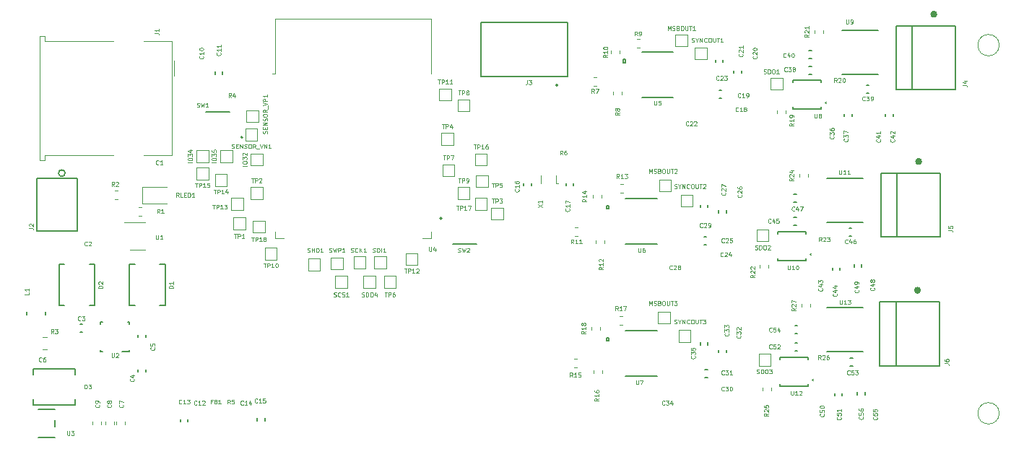
<source format=gto>
G04 #@! TF.GenerationSoftware,KiCad,Pcbnew,(5.1.5)-3*
G04 #@! TF.CreationDate,2020-09-03T10:53:21+10:00*
G04 #@! TF.ProjectId,Boni_3.0_1,426f6e69-5f33-42e3-905f-312e6b696361,rev?*
G04 #@! TF.SameCoordinates,Original*
G04 #@! TF.FileFunction,Legend,Top*
G04 #@! TF.FilePolarity,Positive*
%FSLAX46Y46*%
G04 Gerber Fmt 4.6, Leading zero omitted, Abs format (unit mm)*
G04 Created by KiCad (PCBNEW (5.1.5)-3) date 2020-09-03 10:53:21*
%MOMM*%
%LPD*%
G04 APERTURE LIST*
%ADD10C,0.120000*%
%ADD11C,0.152400*%
%ADD12C,0.200000*%
%ADD13C,0.127000*%
%ADD14C,0.400000*%
%ADD15C,0.100000*%
G04 APERTURE END LIST*
D10*
G04 #@! TO.C,Drill1*
X190671500Y-110045500D02*
G75*
G03X190671500Y-110045500I-1251000J0D01*
G01*
X190671500Y-66865500D02*
G75*
G03X190671500Y-66865500I-1251000J0D01*
G01*
G04 #@! TO.C,R27*
X168531000Y-97580267D02*
X168531000Y-97237733D01*
X167511000Y-97580267D02*
X167511000Y-97237733D01*
G04 #@! TO.C,R25*
X162939000Y-107016733D02*
X162939000Y-107359267D01*
X163959000Y-107016733D02*
X163959000Y-107359267D01*
G04 #@! TO.C,R24*
X168277000Y-82340267D02*
X168277000Y-81997733D01*
X167257000Y-82340267D02*
X167257000Y-81997733D01*
G04 #@! TO.C,R22*
X162558000Y-92665733D02*
X162558000Y-93008267D01*
X163578000Y-92665733D02*
X163578000Y-93008267D01*
G04 #@! TO.C,R21*
X170055000Y-65449267D02*
X170055000Y-65106733D01*
X169035000Y-65449267D02*
X169035000Y-65106733D01*
G04 #@! TO.C,R19*
X164590000Y-74504733D02*
X164590000Y-74847267D01*
X165610000Y-74504733D02*
X165610000Y-74847267D01*
G04 #@! TO.C,R18*
X143893000Y-100247267D02*
X143893000Y-99904733D01*
X142873000Y-100247267D02*
X142873000Y-99904733D01*
G04 #@! TO.C,R17*
X146132733Y-99697000D02*
X146475267Y-99697000D01*
X146132733Y-98677000D02*
X146475267Y-98677000D01*
G04 #@! TO.C,R16*
X143127000Y-104984733D02*
X143127000Y-105327267D01*
X144147000Y-104984733D02*
X144147000Y-105327267D01*
G04 #@! TO.C,R15*
X141141267Y-103630000D02*
X140798733Y-103630000D01*
X141141267Y-104650000D02*
X140798733Y-104650000D01*
G04 #@! TO.C,R14*
X144020000Y-84753267D02*
X144020000Y-84410733D01*
X143000000Y-84753267D02*
X143000000Y-84410733D01*
G04 #@! TO.C,R13*
X146259733Y-84203000D02*
X146602267Y-84203000D01*
X146259733Y-83183000D02*
X146602267Y-83183000D01*
G04 #@! TO.C,R12*
X143381000Y-89744733D02*
X143381000Y-90087267D01*
X144401000Y-89744733D02*
X144401000Y-90087267D01*
G04 #@! TO.C,R11*
X141268267Y-88263000D02*
X140925733Y-88263000D01*
X141268267Y-89283000D02*
X140925733Y-89283000D01*
G04 #@! TO.C,R10*
X146179000Y-67862267D02*
X146179000Y-67519733D01*
X145159000Y-67862267D02*
X145159000Y-67519733D01*
G04 #@! TO.C,R9*
X148164733Y-67185000D02*
X148507267Y-67185000D01*
X148164733Y-66165000D02*
X148507267Y-66165000D01*
G04 #@! TO.C,R8*
X145413000Y-72345733D02*
X145413000Y-72688267D01*
X146433000Y-72345733D02*
X146433000Y-72688267D01*
G04 #@! TO.C,R7*
X143427267Y-70610000D02*
X143084733Y-70610000D01*
X143427267Y-71630000D02*
X143084733Y-71630000D01*
G04 #@! TO.C,SDO4*
X116140000Y-95315000D02*
X116140000Y-93915000D01*
X117540000Y-95315000D02*
X116140000Y-95315000D01*
X117540000Y-93915000D02*
X117540000Y-95315000D01*
X116140000Y-93915000D02*
X117540000Y-93915000D01*
D11*
G04 #@! TO.C,D3*
X77457300Y-108397040D02*
X77457300Y-109042200D01*
X82308700Y-105470960D02*
X82308700Y-104825800D01*
X82308700Y-109042200D02*
X82308700Y-108397040D01*
X77457300Y-109042200D02*
X82308700Y-109042200D01*
X77457300Y-104825800D02*
X77457300Y-105470960D01*
X82308700Y-104825800D02*
X77457300Y-104825800D01*
G04 #@! TO.C,D2*
X81086960Y-92570300D02*
X80441800Y-92570300D01*
X84013040Y-97421700D02*
X84658200Y-97421700D01*
X80441800Y-97421700D02*
X81086960Y-97421700D01*
X80441800Y-92570300D02*
X80441800Y-97421700D01*
X84658200Y-92570300D02*
X84013040Y-92570300D01*
X84658200Y-97421700D02*
X84658200Y-92570300D01*
G04 #@! TO.C,D1*
X89341960Y-92570300D02*
X88696800Y-92570300D01*
X92268040Y-97421700D02*
X92913200Y-97421700D01*
X88696800Y-97421700D02*
X89341960Y-97421700D01*
X88696800Y-92570300D02*
X88696800Y-97421700D01*
X92913200Y-92570300D02*
X92268040Y-92570300D01*
X92913200Y-97421700D02*
X92913200Y-92570300D01*
D10*
G04 #@! TO.C,RLED1*
X90215000Y-85415000D02*
X93075000Y-85415000D01*
X90215000Y-83495000D02*
X90215000Y-85415000D01*
X93075000Y-83495000D02*
X90215000Y-83495000D01*
G04 #@! TO.C,U4*
X105815000Y-88729000D02*
X105815000Y-89509000D01*
X105815000Y-89509000D02*
X106815000Y-89509000D01*
X124055000Y-88729000D02*
X124055000Y-89509000D01*
X124055000Y-89509000D02*
X123055000Y-89509000D01*
X105815000Y-63764000D02*
X124055000Y-63764000D01*
X124055000Y-63764000D02*
X124055000Y-70184000D01*
X105815000Y-63764000D02*
X105815000Y-70184000D01*
X105815000Y-70184000D02*
X105435000Y-70184000D01*
G04 #@! TO.C,R1*
X90087267Y-85850000D02*
X89744733Y-85850000D01*
X90087267Y-86870000D02*
X89744733Y-86870000D01*
G04 #@! TO.C,C9*
X84376800Y-111042633D02*
X84376800Y-111385167D01*
X85396800Y-111042633D02*
X85396800Y-111385167D01*
G04 #@! TO.C,C8*
X85850000Y-111042633D02*
X85850000Y-111385167D01*
X86870000Y-111042633D02*
X86870000Y-111385167D01*
G04 #@! TO.C,C7*
X87120000Y-111042633D02*
X87120000Y-111385167D01*
X88140000Y-111042633D02*
X88140000Y-111385167D01*
G04 #@! TO.C,R2*
X87293267Y-83945000D02*
X86950733Y-83945000D01*
X87293267Y-84965000D02*
X86950733Y-84965000D01*
G04 #@! TO.C,R3*
X79001252Y-101144000D02*
X78478748Y-101144000D01*
X79001252Y-102564000D02*
X78478748Y-102564000D01*
G04 #@! TO.C,J1*
X93913000Y-68696000D02*
X93913000Y-70496000D01*
X78733000Y-80406000D02*
X78733000Y-79756000D01*
X78733000Y-65786000D02*
X78213000Y-65786000D01*
X86843000Y-79756000D02*
X78733000Y-79756000D01*
X78213000Y-65786000D02*
X78213000Y-80406000D01*
X78213000Y-80406000D02*
X78733000Y-80406000D01*
X93693000Y-79756000D02*
X90363000Y-79756000D01*
X93693000Y-66436000D02*
X90363000Y-66436000D01*
X93693000Y-66436000D02*
X93693000Y-79756000D01*
X78733000Y-66436000D02*
X78733000Y-65786000D01*
X78733000Y-66436000D02*
X86843000Y-66436000D01*
G04 #@! TO.C,TP18*
X103186000Y-87438000D02*
X104586000Y-87438000D01*
X104586000Y-87438000D02*
X104586000Y-88838000D01*
X104586000Y-88838000D02*
X103186000Y-88838000D01*
X103186000Y-88838000D02*
X103186000Y-87438000D01*
G04 #@! TO.C,TP17*
X129221000Y-84771000D02*
X130621000Y-84771000D01*
X130621000Y-84771000D02*
X130621000Y-86171000D01*
X130621000Y-86171000D02*
X129221000Y-86171000D01*
X129221000Y-86171000D02*
X129221000Y-84771000D01*
G04 #@! TO.C,TP16*
X129221000Y-79564000D02*
X130621000Y-79564000D01*
X130621000Y-79564000D02*
X130621000Y-80964000D01*
X130621000Y-80964000D02*
X129221000Y-80964000D01*
X129221000Y-80964000D02*
X129221000Y-79564000D01*
G04 #@! TO.C,TP15*
X96582000Y-81215000D02*
X97982000Y-81215000D01*
X97982000Y-81215000D02*
X97982000Y-82615000D01*
X97982000Y-82615000D02*
X96582000Y-82615000D01*
X96582000Y-82615000D02*
X96582000Y-81215000D01*
G04 #@! TO.C,TP14*
X98741000Y-81977000D02*
X100141000Y-81977000D01*
X100141000Y-81977000D02*
X100141000Y-83377000D01*
X100141000Y-83377000D02*
X98741000Y-83377000D01*
X98741000Y-83377000D02*
X98741000Y-81977000D01*
G04 #@! TO.C,TP13*
X100646000Y-84771000D02*
X102046000Y-84771000D01*
X102046000Y-84771000D02*
X102046000Y-86171000D01*
X102046000Y-86171000D02*
X100646000Y-86171000D01*
X100646000Y-86171000D02*
X100646000Y-84771000D01*
G04 #@! TO.C,TP12*
X121093000Y-91248000D02*
X122493000Y-91248000D01*
X122493000Y-91248000D02*
X122493000Y-92648000D01*
X122493000Y-92648000D02*
X121093000Y-92648000D01*
X121093000Y-92648000D02*
X121093000Y-91248000D01*
G04 #@! TO.C,TP11*
X125030000Y-71944000D02*
X126430000Y-71944000D01*
X126430000Y-71944000D02*
X126430000Y-73344000D01*
X126430000Y-73344000D02*
X125030000Y-73344000D01*
X125030000Y-73344000D02*
X125030000Y-71944000D01*
G04 #@! TO.C,TP10*
X104583000Y-90613000D02*
X105983000Y-90613000D01*
X105983000Y-90613000D02*
X105983000Y-92013000D01*
X105983000Y-92013000D02*
X104583000Y-92013000D01*
X104583000Y-92013000D02*
X104583000Y-90613000D01*
G04 #@! TO.C,TP9*
X127189000Y-83501000D02*
X128589000Y-83501000D01*
X128589000Y-83501000D02*
X128589000Y-84901000D01*
X128589000Y-84901000D02*
X127189000Y-84901000D01*
X127189000Y-84901000D02*
X127189000Y-83501000D01*
G04 #@! TO.C,TP8*
X127189000Y-73214000D02*
X128589000Y-73214000D01*
X128589000Y-73214000D02*
X128589000Y-74614000D01*
X128589000Y-74614000D02*
X127189000Y-74614000D01*
X127189000Y-74614000D02*
X127189000Y-73214000D01*
G04 #@! TO.C,TP7*
X125411000Y-80834000D02*
X126811000Y-80834000D01*
X126811000Y-80834000D02*
X126811000Y-82234000D01*
X126811000Y-82234000D02*
X125411000Y-82234000D01*
X125411000Y-82234000D02*
X125411000Y-80834000D01*
G04 #@! TO.C,TP6*
X118553000Y-93915000D02*
X119953000Y-93915000D01*
X119953000Y-93915000D02*
X119953000Y-95315000D01*
X119953000Y-95315000D02*
X118553000Y-95315000D01*
X118553000Y-95315000D02*
X118553000Y-93915000D01*
G04 #@! TO.C,TP5*
X129348000Y-82104000D02*
X130748000Y-82104000D01*
X130748000Y-82104000D02*
X130748000Y-83504000D01*
X130748000Y-83504000D02*
X129348000Y-83504000D01*
X129348000Y-83504000D02*
X129348000Y-82104000D01*
G04 #@! TO.C,TP4*
X125284000Y-77151000D02*
X126684000Y-77151000D01*
X126684000Y-77151000D02*
X126684000Y-78551000D01*
X126684000Y-78551000D02*
X125284000Y-78551000D01*
X125284000Y-78551000D02*
X125284000Y-77151000D01*
G04 #@! TO.C,TP3*
X131126000Y-85914000D02*
X132526000Y-85914000D01*
X132526000Y-85914000D02*
X132526000Y-87314000D01*
X132526000Y-87314000D02*
X131126000Y-87314000D01*
X131126000Y-87314000D02*
X131126000Y-85914000D01*
G04 #@! TO.C,TP2*
X102932000Y-83501000D02*
X104332000Y-83501000D01*
X104332000Y-83501000D02*
X104332000Y-84901000D01*
X104332000Y-84901000D02*
X102932000Y-84901000D01*
X102932000Y-84901000D02*
X102932000Y-83501000D01*
G04 #@! TO.C,TP1*
X100900000Y-87057000D02*
X102300000Y-87057000D01*
X102300000Y-87057000D02*
X102300000Y-88457000D01*
X102300000Y-88457000D02*
X100900000Y-88457000D01*
X100900000Y-88457000D02*
X100900000Y-87057000D01*
D11*
G04 #@! TO.C,U11*
X174675800Y-82511900D02*
X170510200Y-82511900D01*
X170510200Y-87668100D02*
X174675800Y-87668100D01*
G04 #@! TO.C,U10*
X164693600Y-91883741D02*
X164693600Y-92100400D01*
X168046400Y-88964259D02*
X168046400Y-88747600D01*
X168046400Y-92100400D02*
X168046400Y-91883741D01*
X164693600Y-92100400D02*
X168046400Y-92100400D01*
X164693600Y-88747600D02*
X164693600Y-88964259D01*
X168046400Y-88747600D02*
X164693600Y-88747600D01*
X168612346Y-91357136D02*
G75*
G03X168575800Y-91500200I-36546J-66864D01*
G01*
D10*
G04 #@! TO.C,X1*
X136950000Y-83105000D02*
X136950000Y-82105000D01*
X138930000Y-83105000D02*
X138710000Y-83105000D01*
X138710000Y-83105000D02*
X138710000Y-82105000D01*
D11*
G04 #@! TO.C,U13*
X174675800Y-97624900D02*
X170510200Y-97624900D01*
X170510200Y-102781100D02*
X174675800Y-102781100D01*
G04 #@! TO.C,U12*
X164947600Y-106615741D02*
X164947600Y-106832400D01*
X168300400Y-103696259D02*
X168300400Y-103479600D01*
X168300400Y-106832400D02*
X168300400Y-106615741D01*
X164947600Y-106832400D02*
X168300400Y-106832400D01*
X164947600Y-103479600D02*
X164947600Y-103696259D01*
X168300400Y-103479600D02*
X164947600Y-103479600D01*
X168866346Y-106089136D02*
G75*
G03X168829800Y-106232200I-36546J-66864D01*
G01*
G04 #@! TO.C,U9*
X172288200Y-70269100D02*
X176453800Y-70269100D01*
X176453800Y-65112900D02*
X172288200Y-65112900D01*
G04 #@! TO.C,U8*
X169824400Y-70967600D02*
X166471600Y-70967600D01*
X166471600Y-70967600D02*
X166471600Y-71184259D01*
X166471600Y-74320400D02*
X169824400Y-74320400D01*
X169824400Y-74320400D02*
X169824400Y-74103741D01*
X169824400Y-71184259D02*
X169824400Y-70967600D01*
X166471600Y-74103741D02*
X166471600Y-74320400D01*
X170390346Y-73577136D02*
G75*
G03X170353800Y-73720200I-36546J-66864D01*
G01*
G04 #@! TO.C,U7*
X144907000Y-101562499D02*
X144653000Y-101562499D01*
X144907000Y-101181499D02*
X144907000Y-101562499D01*
X144653000Y-101181499D02*
X144907000Y-101181499D01*
X144653000Y-101562499D02*
X144653000Y-101181499D01*
X146877576Y-105676700D02*
X150556424Y-105676700D01*
X150556424Y-100317300D02*
X146877576Y-100317300D01*
G04 #@! TO.C,U6*
X144907000Y-86068499D02*
X144653000Y-86068499D01*
X144907000Y-85687499D02*
X144907000Y-86068499D01*
X144653000Y-85687499D02*
X144907000Y-85687499D01*
X144653000Y-86068499D02*
X144653000Y-85687499D01*
X146877576Y-90182700D02*
X150556424Y-90182700D01*
X150556424Y-84823300D02*
X146877576Y-84823300D01*
G04 #@! TO.C,U5*
X152461424Y-67678300D02*
X148782576Y-67678300D01*
X148782576Y-73037700D02*
X152461424Y-73037700D01*
X146558000Y-68923499D02*
X146558000Y-68542499D01*
X146558000Y-68542499D02*
X146812000Y-68542499D01*
X146812000Y-68542499D02*
X146812000Y-68923499D01*
X146812000Y-68923499D02*
X146558000Y-68923499D01*
G04 #@! TO.C,U3*
X77990700Y-112903000D02*
X79997300Y-112903000D01*
X79997300Y-111615261D02*
X79997300Y-110888739D01*
X79997300Y-109601000D02*
X77990700Y-109601000D01*
G04 #@! TO.C,U2*
X88719998Y-99367000D02*
X88470001Y-99367000D01*
X88720003Y-99367000D02*
X88720003Y-99566999D01*
X85519999Y-99367000D02*
X85270002Y-99367000D01*
X85269997Y-99367000D02*
X85269997Y-99566999D01*
X85269997Y-102617001D02*
X85269997Y-102817000D01*
X88719998Y-102817000D02*
X87795001Y-102817000D01*
X88719998Y-102617001D02*
X88719998Y-102817000D01*
X85519999Y-102817000D02*
X85270002Y-102817000D01*
D10*
G04 #@! TO.C,U1*
X88762000Y-90891000D02*
X90562000Y-90891000D01*
X90562000Y-87671000D02*
X88112000Y-87671000D01*
G04 #@! TO.C,SYNCOUT3*
X154497000Y-101665000D02*
X153097000Y-101665000D01*
X153097000Y-101665000D02*
X153097000Y-100265000D01*
X153097000Y-100265000D02*
X154497000Y-100265000D01*
X154497000Y-100265000D02*
X154497000Y-101665000D01*
G04 #@! TO.C,SYNCOUT2*
X154751000Y-85790000D02*
X153351000Y-85790000D01*
X153351000Y-85790000D02*
X153351000Y-84390000D01*
X153351000Y-84390000D02*
X154751000Y-84390000D01*
X154751000Y-84390000D02*
X154751000Y-85790000D01*
G04 #@! TO.C,SYNCOUT1*
X156402000Y-67118000D02*
X156402000Y-68518000D01*
X155002000Y-67118000D02*
X156402000Y-67118000D01*
X155002000Y-68518000D02*
X155002000Y-67118000D01*
X156402000Y-68518000D02*
X155002000Y-68518000D01*
G04 #@! TO.C,SWP1*
X112330000Y-93156000D02*
X112330000Y-91756000D01*
X112330000Y-91756000D02*
X113730000Y-91756000D01*
X113730000Y-91756000D02*
X113730000Y-93156000D01*
X113730000Y-93156000D02*
X112330000Y-93156000D01*
D12*
G04 #@! TO.C,SW2*
X125316000Y-87173000D02*
G75*
G03X125316000Y-87173000I-100000J0D01*
G01*
D13*
X126616000Y-90173000D02*
X129416000Y-90173000D01*
D12*
G04 #@! TO.C,SW1*
X101960000Y-77673000D02*
G75*
G03X101960000Y-77673000I-100000J0D01*
G01*
D13*
X100460000Y-74673000D02*
X97660000Y-74673000D01*
D10*
G04 #@! TO.C,SHD1*
X109663000Y-93283000D02*
X109663000Y-91883000D01*
X109663000Y-91883000D02*
X111063000Y-91883000D01*
X111063000Y-91883000D02*
X111063000Y-93283000D01*
X111063000Y-93283000D02*
X109663000Y-93283000D01*
G04 #@! TO.C,SENSOR_VP1*
X102424000Y-74484000D02*
X103824000Y-74484000D01*
X103824000Y-74484000D02*
X103824000Y-75884000D01*
X103824000Y-75884000D02*
X102424000Y-75884000D01*
X102424000Y-75884000D02*
X102424000Y-74484000D01*
G04 #@! TO.C,SENSOR_VN1*
X102297000Y-76643000D02*
X103697000Y-76643000D01*
X103697000Y-76643000D02*
X103697000Y-78043000D01*
X103697000Y-78043000D02*
X102297000Y-78043000D01*
X102297000Y-78043000D02*
X102297000Y-76643000D01*
G04 #@! TO.C,SDO3*
X163895000Y-104459000D02*
X162495000Y-104459000D01*
X162495000Y-104459000D02*
X162495000Y-103059000D01*
X162495000Y-103059000D02*
X163895000Y-103059000D01*
X163895000Y-103059000D02*
X163895000Y-104459000D01*
G04 #@! TO.C,SDO2*
X163641000Y-89854000D02*
X162241000Y-89854000D01*
X162241000Y-89854000D02*
X162241000Y-88454000D01*
X162241000Y-88454000D02*
X163641000Y-88454000D01*
X163641000Y-88454000D02*
X163641000Y-89854000D01*
G04 #@! TO.C,SDO1*
X165292000Y-70674000D02*
X165292000Y-72074000D01*
X163892000Y-70674000D02*
X165292000Y-70674000D01*
X163892000Y-72074000D02*
X163892000Y-70674000D01*
X165292000Y-72074000D02*
X163892000Y-72074000D01*
G04 #@! TO.C,SDI1*
X117410000Y-93029000D02*
X117410000Y-91629000D01*
X117410000Y-91629000D02*
X118810000Y-91629000D01*
X118810000Y-91629000D02*
X118810000Y-93029000D01*
X118810000Y-93029000D02*
X117410000Y-93029000D01*
G04 #@! TO.C,SCS1*
X112838000Y-95315000D02*
X112838000Y-93915000D01*
X112838000Y-93915000D02*
X114238000Y-93915000D01*
X114238000Y-93915000D02*
X114238000Y-95315000D01*
X114238000Y-95315000D02*
X112838000Y-95315000D01*
G04 #@! TO.C,SCK1*
X114997000Y-93029000D02*
X114997000Y-91629000D01*
X114997000Y-91629000D02*
X116397000Y-91629000D01*
X116397000Y-91629000D02*
X116397000Y-93029000D01*
X116397000Y-93029000D02*
X114997000Y-93029000D01*
G04 #@! TO.C,MSBOUT3*
X152084000Y-99506000D02*
X150684000Y-99506000D01*
X150684000Y-99506000D02*
X150684000Y-98106000D01*
X150684000Y-98106000D02*
X152084000Y-98106000D01*
X152084000Y-98106000D02*
X152084000Y-99506000D01*
G04 #@! TO.C,MSBOUT2*
X152211000Y-84012000D02*
X150811000Y-84012000D01*
X150811000Y-84012000D02*
X150811000Y-82612000D01*
X150811000Y-82612000D02*
X152211000Y-82612000D01*
X152211000Y-82612000D02*
X152211000Y-84012000D01*
G04 #@! TO.C,MSBOUT1*
X154116000Y-65594000D02*
X154116000Y-66994000D01*
X152716000Y-65594000D02*
X154116000Y-65594000D01*
X152716000Y-66994000D02*
X152716000Y-65594000D01*
X154116000Y-66994000D02*
X152716000Y-66994000D01*
G04 #@! TO.C,IO35*
X99376000Y-80583000D02*
X99376000Y-79183000D01*
X99376000Y-79183000D02*
X100776000Y-79183000D01*
X100776000Y-79183000D02*
X100776000Y-80583000D01*
X100776000Y-80583000D02*
X99376000Y-80583000D01*
D13*
G04 #@! TO.C,L1*
X78824000Y-98148000D02*
X78824000Y-98448000D01*
X76624000Y-98148000D02*
X76624000Y-98448000D01*
G04 #@! TO.C,J6*
X176662000Y-96966000D02*
X178562000Y-96966000D01*
X176662000Y-104456000D02*
X178562000Y-104456000D01*
X176662000Y-104456000D02*
X176662000Y-96966000D01*
X183642000Y-104456000D02*
X183642000Y-96966000D01*
X178562000Y-96966000D02*
X183642000Y-96966000D01*
X183642000Y-104456000D02*
X178562000Y-104456000D01*
X178562000Y-104456000D02*
X178562000Y-96966000D01*
D14*
X181302000Y-95621000D02*
G75*
G03X181302000Y-95621000I-200000J0D01*
G01*
D13*
G04 #@! TO.C,J5*
X176789000Y-81853000D02*
X178689000Y-81853000D01*
X176789000Y-89343000D02*
X178689000Y-89343000D01*
X176789000Y-89343000D02*
X176789000Y-81853000D01*
X183769000Y-89343000D02*
X183769000Y-81853000D01*
X178689000Y-81853000D02*
X183769000Y-81853000D01*
X183769000Y-89343000D02*
X178689000Y-89343000D01*
X178689000Y-89343000D02*
X178689000Y-81853000D01*
D14*
X181429000Y-80508000D02*
G75*
G03X181429000Y-80508000I-200000J0D01*
G01*
D13*
G04 #@! TO.C,J4*
X178567000Y-64581000D02*
X180467000Y-64581000D01*
X178567000Y-72071000D02*
X180467000Y-72071000D01*
X178567000Y-72071000D02*
X178567000Y-64581000D01*
X185547000Y-72071000D02*
X185547000Y-64581000D01*
X180467000Y-64581000D02*
X185547000Y-64581000D01*
X185547000Y-72071000D02*
X180467000Y-72071000D01*
X180467000Y-72071000D02*
X180467000Y-64581000D01*
D14*
X183207000Y-63236000D02*
G75*
G03X183207000Y-63236000I-200000J0D01*
G01*
D12*
G04 #@! TO.C,J3*
X138911000Y-71561000D02*
G75*
G03X138911000Y-71561000I-100000J0D01*
G01*
D13*
X129921000Y-64211000D02*
X140081000Y-64211000D01*
X129921000Y-70561000D02*
X129921000Y-64211000D01*
X140081000Y-70561000D02*
X129921000Y-70561000D01*
X140081000Y-64211000D02*
X140081000Y-70561000D01*
D11*
G04 #@! TO.C,J2*
X81153000Y-81873600D02*
G75*
G03X81153000Y-81873600I-381000J0D01*
G01*
X77845001Y-88655400D02*
X82594801Y-88655400D01*
X77845001Y-82508600D02*
X77845001Y-88655400D01*
X82594801Y-82508600D02*
X77845001Y-82508600D01*
X82594801Y-88655400D02*
X82594801Y-82508600D01*
D10*
G04 #@! TO.C,IO34*
X96582000Y-80583000D02*
X96582000Y-79183000D01*
X96582000Y-79183000D02*
X97982000Y-79183000D01*
X97982000Y-79183000D02*
X97982000Y-80583000D01*
X97982000Y-80583000D02*
X96582000Y-80583000D01*
G04 #@! TO.C,IO32*
X102932000Y-80964000D02*
X102932000Y-79564000D01*
X102932000Y-79564000D02*
X104332000Y-79564000D01*
X104332000Y-79564000D02*
X104332000Y-80964000D01*
X104332000Y-80964000D02*
X102932000Y-80964000D01*
D13*
G04 #@! TO.C,C56*
X174948000Y-107846000D02*
X174948000Y-107546000D01*
X174048000Y-107846000D02*
X174048000Y-107546000D01*
G04 #@! TO.C,C54*
X167028000Y-99753000D02*
X166728000Y-99753000D01*
X167028000Y-100653000D02*
X166728000Y-100653000D01*
G04 #@! TO.C,C53*
X173205000Y-104463000D02*
X173505000Y-104463000D01*
X173205000Y-103563000D02*
X173505000Y-103563000D01*
G04 #@! TO.C,C52*
X167028000Y-101785000D02*
X166728000Y-101785000D01*
X167028000Y-102685000D02*
X166728000Y-102685000D01*
G04 #@! TO.C,C51*
X172281000Y-107973000D02*
X172281000Y-107673000D01*
X171381000Y-107973000D02*
X171381000Y-107673000D01*
G04 #@! TO.C,C49*
X174567000Y-92860000D02*
X174567000Y-92560000D01*
X173667000Y-92860000D02*
X173667000Y-92560000D01*
G04 #@! TO.C,C47*
X166901000Y-84386000D02*
X166601000Y-84386000D01*
X166901000Y-85286000D02*
X166601000Y-85286000D01*
G04 #@! TO.C,C46*
X173078000Y-89223000D02*
X173378000Y-89223000D01*
X173078000Y-88323000D02*
X173378000Y-88323000D01*
G04 #@! TO.C,C45*
X166901000Y-87053000D02*
X166601000Y-87053000D01*
X166901000Y-87953000D02*
X166601000Y-87953000D01*
G04 #@! TO.C,C44*
X172027000Y-93241000D02*
X172027000Y-92941000D01*
X171127000Y-93241000D02*
X171127000Y-92941000D01*
G04 #@! TO.C,C42*
X177350000Y-75207000D02*
X177350000Y-74907000D01*
X178250000Y-75207000D02*
X178250000Y-74907000D01*
G04 #@! TO.C,C40*
X168679000Y-68395000D02*
X168379000Y-68395000D01*
X168679000Y-67495000D02*
X168379000Y-67495000D01*
G04 #@! TO.C,C39*
X175110000Y-71559000D02*
X175410000Y-71559000D01*
X175110000Y-72459000D02*
X175410000Y-72459000D01*
G04 #@! TO.C,C38*
X168679000Y-70300000D02*
X168379000Y-70300000D01*
X168679000Y-69400000D02*
X168379000Y-69400000D01*
G04 #@! TO.C,C37*
X172524000Y-75207000D02*
X172524000Y-74907000D01*
X173424000Y-75207000D02*
X173424000Y-74907000D01*
G04 #@! TO.C,C35*
X156533000Y-102004000D02*
X156533000Y-101704000D01*
X155633000Y-102004000D02*
X155633000Y-101704000D01*
G04 #@! TO.C,C33*
X158692000Y-102893000D02*
X158692000Y-102593000D01*
X157792000Y-102893000D02*
X157792000Y-102593000D01*
G04 #@! TO.C,C31*
X156187000Y-105860000D02*
X156487000Y-105860000D01*
X156187000Y-104960000D02*
X156487000Y-104960000D01*
G04 #@! TO.C,C29*
X156533000Y-85875000D02*
X156533000Y-85575000D01*
X155633000Y-85875000D02*
X155633000Y-85575000D01*
G04 #@! TO.C,C27*
X158692000Y-86510000D02*
X158692000Y-86210000D01*
X157792000Y-86510000D02*
X157792000Y-86210000D01*
G04 #@! TO.C,C25*
X156060000Y-90239000D02*
X156360000Y-90239000D01*
X156060000Y-89339000D02*
X156360000Y-89339000D01*
G04 #@! TO.C,C23*
X157411000Y-68857000D02*
X157411000Y-68557000D01*
X158311000Y-68857000D02*
X158311000Y-68557000D01*
G04 #@! TO.C,C21*
X159570000Y-70127000D02*
X159570000Y-69827000D01*
X160470000Y-70127000D02*
X160470000Y-69827000D01*
G04 #@! TO.C,C19*
X157838000Y-72194000D02*
X158138000Y-72194000D01*
X157838000Y-73094000D02*
X158138000Y-73094000D01*
G04 #@! TO.C,C17*
X140785000Y-83335000D02*
X140785000Y-83035000D01*
X139885000Y-83335000D02*
X139885000Y-83035000D01*
G04 #@! TO.C,C16*
X135832000Y-83335000D02*
X135832000Y-83035000D01*
X134932000Y-83335000D02*
X134932000Y-83035000D01*
G04 #@! TO.C,C15*
X103690000Y-110594000D02*
X103690000Y-110894000D01*
X104590000Y-110594000D02*
X104590000Y-110894000D01*
G04 #@! TO.C,C13*
X94673000Y-110721000D02*
X94673000Y-111021000D01*
X95573000Y-110721000D02*
X95573000Y-111021000D01*
G04 #@! TO.C,C11*
X99637000Y-70254000D02*
X99637000Y-69954000D01*
X98737000Y-70254000D02*
X98737000Y-69954000D01*
G04 #@! TO.C,C5*
X89720000Y-100815000D02*
X89720000Y-101115000D01*
X90620000Y-100815000D02*
X90620000Y-101115000D01*
G04 #@! TO.C,C4*
X90620000Y-105179000D02*
X90620000Y-104879000D01*
X89720000Y-105179000D02*
X89720000Y-104879000D01*
G04 #@! TO.C,C3*
X83208000Y-99626000D02*
X82908000Y-99626000D01*
X83208000Y-100526000D02*
X82908000Y-100526000D01*
G04 #@! TO.C,R6*
D15*
X139489666Y-79728190D02*
X139323000Y-79490095D01*
X139203952Y-79728190D02*
X139203952Y-79228190D01*
X139394428Y-79228190D01*
X139442047Y-79252000D01*
X139465857Y-79275809D01*
X139489666Y-79323428D01*
X139489666Y-79394857D01*
X139465857Y-79442476D01*
X139442047Y-79466285D01*
X139394428Y-79490095D01*
X139203952Y-79490095D01*
X139918238Y-79228190D02*
X139823000Y-79228190D01*
X139775380Y-79252000D01*
X139751571Y-79275809D01*
X139703952Y-79347238D01*
X139680142Y-79442476D01*
X139680142Y-79632952D01*
X139703952Y-79680571D01*
X139727761Y-79704380D01*
X139775380Y-79728190D01*
X139870619Y-79728190D01*
X139918238Y-79704380D01*
X139942047Y-79680571D01*
X139965857Y-79632952D01*
X139965857Y-79513904D01*
X139942047Y-79466285D01*
X139918238Y-79442476D01*
X139870619Y-79418666D01*
X139775380Y-79418666D01*
X139727761Y-79442476D01*
X139703952Y-79466285D01*
X139680142Y-79513904D01*
G04 #@! TO.C,R27*
X166817190Y-97730428D02*
X166579095Y-97897095D01*
X166817190Y-98016142D02*
X166317190Y-98016142D01*
X166317190Y-97825666D01*
X166341000Y-97778047D01*
X166364809Y-97754238D01*
X166412428Y-97730428D01*
X166483857Y-97730428D01*
X166531476Y-97754238D01*
X166555285Y-97778047D01*
X166579095Y-97825666D01*
X166579095Y-98016142D01*
X166364809Y-97539952D02*
X166341000Y-97516142D01*
X166317190Y-97468523D01*
X166317190Y-97349476D01*
X166341000Y-97301857D01*
X166364809Y-97278047D01*
X166412428Y-97254238D01*
X166460047Y-97254238D01*
X166531476Y-97278047D01*
X166817190Y-97563761D01*
X166817190Y-97254238D01*
X166317190Y-97087571D02*
X166317190Y-96754238D01*
X166817190Y-96968523D01*
G04 #@! TO.C,R25*
X163611690Y-110049428D02*
X163373595Y-110216095D01*
X163611690Y-110335142D02*
X163111690Y-110335142D01*
X163111690Y-110144666D01*
X163135500Y-110097047D01*
X163159309Y-110073238D01*
X163206928Y-110049428D01*
X163278357Y-110049428D01*
X163325976Y-110073238D01*
X163349785Y-110097047D01*
X163373595Y-110144666D01*
X163373595Y-110335142D01*
X163159309Y-109858952D02*
X163135500Y-109835142D01*
X163111690Y-109787523D01*
X163111690Y-109668476D01*
X163135500Y-109620857D01*
X163159309Y-109597047D01*
X163206928Y-109573238D01*
X163254547Y-109573238D01*
X163325976Y-109597047D01*
X163611690Y-109882761D01*
X163611690Y-109573238D01*
X163111690Y-109120857D02*
X163111690Y-109358952D01*
X163349785Y-109382761D01*
X163325976Y-109358952D01*
X163302166Y-109311333D01*
X163302166Y-109192285D01*
X163325976Y-109144666D01*
X163349785Y-109120857D01*
X163397404Y-109097047D01*
X163516452Y-109097047D01*
X163564071Y-109120857D01*
X163587880Y-109144666D01*
X163611690Y-109192285D01*
X163611690Y-109311333D01*
X163587880Y-109358952D01*
X163564071Y-109382761D01*
G04 #@! TO.C,R24*
X166563190Y-82490428D02*
X166325095Y-82657095D01*
X166563190Y-82776142D02*
X166063190Y-82776142D01*
X166063190Y-82585666D01*
X166087000Y-82538047D01*
X166110809Y-82514238D01*
X166158428Y-82490428D01*
X166229857Y-82490428D01*
X166277476Y-82514238D01*
X166301285Y-82538047D01*
X166325095Y-82585666D01*
X166325095Y-82776142D01*
X166110809Y-82299952D02*
X166087000Y-82276142D01*
X166063190Y-82228523D01*
X166063190Y-82109476D01*
X166087000Y-82061857D01*
X166110809Y-82038047D01*
X166158428Y-82014238D01*
X166206047Y-82014238D01*
X166277476Y-82038047D01*
X166563190Y-82323761D01*
X166563190Y-82014238D01*
X166229857Y-81585666D02*
X166563190Y-81585666D01*
X166039380Y-81704714D02*
X166396523Y-81823761D01*
X166396523Y-81514238D01*
G04 #@! TO.C,R22*
X162024190Y-93793428D02*
X161786095Y-93960095D01*
X162024190Y-94079142D02*
X161524190Y-94079142D01*
X161524190Y-93888666D01*
X161548000Y-93841047D01*
X161571809Y-93817238D01*
X161619428Y-93793428D01*
X161690857Y-93793428D01*
X161738476Y-93817238D01*
X161762285Y-93841047D01*
X161786095Y-93888666D01*
X161786095Y-94079142D01*
X161571809Y-93602952D02*
X161548000Y-93579142D01*
X161524190Y-93531523D01*
X161524190Y-93412476D01*
X161548000Y-93364857D01*
X161571809Y-93341047D01*
X161619428Y-93317238D01*
X161667047Y-93317238D01*
X161738476Y-93341047D01*
X162024190Y-93626761D01*
X162024190Y-93317238D01*
X161571809Y-93126761D02*
X161548000Y-93102952D01*
X161524190Y-93055333D01*
X161524190Y-92936285D01*
X161548000Y-92888666D01*
X161571809Y-92864857D01*
X161619428Y-92841047D01*
X161667047Y-92841047D01*
X161738476Y-92864857D01*
X162024190Y-93150571D01*
X162024190Y-92841047D01*
G04 #@! TO.C,R21*
X168341190Y-65599428D02*
X168103095Y-65766095D01*
X168341190Y-65885142D02*
X167841190Y-65885142D01*
X167841190Y-65694666D01*
X167865000Y-65647047D01*
X167888809Y-65623238D01*
X167936428Y-65599428D01*
X168007857Y-65599428D01*
X168055476Y-65623238D01*
X168079285Y-65647047D01*
X168103095Y-65694666D01*
X168103095Y-65885142D01*
X167888809Y-65408952D02*
X167865000Y-65385142D01*
X167841190Y-65337523D01*
X167841190Y-65218476D01*
X167865000Y-65170857D01*
X167888809Y-65147047D01*
X167936428Y-65123238D01*
X167984047Y-65123238D01*
X168055476Y-65147047D01*
X168341190Y-65432761D01*
X168341190Y-65123238D01*
X168341190Y-64647047D02*
X168341190Y-64932761D01*
X168341190Y-64789904D02*
X167841190Y-64789904D01*
X167912619Y-64837523D01*
X167960238Y-64885142D01*
X167984047Y-64932761D01*
G04 #@! TO.C,R19*
X166596190Y-76013428D02*
X166358095Y-76180095D01*
X166596190Y-76299142D02*
X166096190Y-76299142D01*
X166096190Y-76108666D01*
X166120000Y-76061047D01*
X166143809Y-76037238D01*
X166191428Y-76013428D01*
X166262857Y-76013428D01*
X166310476Y-76037238D01*
X166334285Y-76061047D01*
X166358095Y-76108666D01*
X166358095Y-76299142D01*
X166596190Y-75537238D02*
X166596190Y-75822952D01*
X166596190Y-75680095D02*
X166096190Y-75680095D01*
X166167619Y-75727714D01*
X166215238Y-75775333D01*
X166239047Y-75822952D01*
X166596190Y-75299142D02*
X166596190Y-75203904D01*
X166572380Y-75156285D01*
X166548571Y-75132476D01*
X166477142Y-75084857D01*
X166381904Y-75061047D01*
X166191428Y-75061047D01*
X166143809Y-75084857D01*
X166120000Y-75108666D01*
X166096190Y-75156285D01*
X166096190Y-75251523D01*
X166120000Y-75299142D01*
X166143809Y-75322952D01*
X166191428Y-75346761D01*
X166310476Y-75346761D01*
X166358095Y-75322952D01*
X166381904Y-75299142D01*
X166405714Y-75251523D01*
X166405714Y-75156285D01*
X166381904Y-75108666D01*
X166358095Y-75084857D01*
X166310476Y-75061047D01*
G04 #@! TO.C,R18*
X142179190Y-100397428D02*
X141941095Y-100564095D01*
X142179190Y-100683142D02*
X141679190Y-100683142D01*
X141679190Y-100492666D01*
X141703000Y-100445047D01*
X141726809Y-100421238D01*
X141774428Y-100397428D01*
X141845857Y-100397428D01*
X141893476Y-100421238D01*
X141917285Y-100445047D01*
X141941095Y-100492666D01*
X141941095Y-100683142D01*
X142179190Y-99921238D02*
X142179190Y-100206952D01*
X142179190Y-100064095D02*
X141679190Y-100064095D01*
X141750619Y-100111714D01*
X141798238Y-100159333D01*
X141822047Y-100206952D01*
X141893476Y-99635523D02*
X141869666Y-99683142D01*
X141845857Y-99706952D01*
X141798238Y-99730761D01*
X141774428Y-99730761D01*
X141726809Y-99706952D01*
X141703000Y-99683142D01*
X141679190Y-99635523D01*
X141679190Y-99540285D01*
X141703000Y-99492666D01*
X141726809Y-99468857D01*
X141774428Y-99445047D01*
X141798238Y-99445047D01*
X141845857Y-99468857D01*
X141869666Y-99492666D01*
X141893476Y-99540285D01*
X141893476Y-99635523D01*
X141917285Y-99683142D01*
X141941095Y-99706952D01*
X141988714Y-99730761D01*
X142083952Y-99730761D01*
X142131571Y-99706952D01*
X142155380Y-99683142D01*
X142179190Y-99635523D01*
X142179190Y-99540285D01*
X142155380Y-99492666D01*
X142131571Y-99468857D01*
X142083952Y-99445047D01*
X141988714Y-99445047D01*
X141941095Y-99468857D01*
X141917285Y-99492666D01*
X141893476Y-99540285D01*
G04 #@! TO.C,R17*
X145982571Y-97983190D02*
X145815904Y-97745095D01*
X145696857Y-97983190D02*
X145696857Y-97483190D01*
X145887333Y-97483190D01*
X145934952Y-97507000D01*
X145958761Y-97530809D01*
X145982571Y-97578428D01*
X145982571Y-97649857D01*
X145958761Y-97697476D01*
X145934952Y-97721285D01*
X145887333Y-97745095D01*
X145696857Y-97745095D01*
X146458761Y-97983190D02*
X146173047Y-97983190D01*
X146315904Y-97983190D02*
X146315904Y-97483190D01*
X146268285Y-97554619D01*
X146220666Y-97602238D01*
X146173047Y-97626047D01*
X146625428Y-97483190D02*
X146958761Y-97483190D01*
X146744476Y-97983190D01*
G04 #@! TO.C,R16*
X143736190Y-108271428D02*
X143498095Y-108438095D01*
X143736190Y-108557142D02*
X143236190Y-108557142D01*
X143236190Y-108366666D01*
X143260000Y-108319047D01*
X143283809Y-108295238D01*
X143331428Y-108271428D01*
X143402857Y-108271428D01*
X143450476Y-108295238D01*
X143474285Y-108319047D01*
X143498095Y-108366666D01*
X143498095Y-108557142D01*
X143736190Y-107795238D02*
X143736190Y-108080952D01*
X143736190Y-107938095D02*
X143236190Y-107938095D01*
X143307619Y-107985714D01*
X143355238Y-108033333D01*
X143379047Y-108080952D01*
X143236190Y-107366666D02*
X143236190Y-107461904D01*
X143260000Y-107509523D01*
X143283809Y-107533333D01*
X143355238Y-107580952D01*
X143450476Y-107604761D01*
X143640952Y-107604761D01*
X143688571Y-107580952D01*
X143712380Y-107557142D01*
X143736190Y-107509523D01*
X143736190Y-107414285D01*
X143712380Y-107366666D01*
X143688571Y-107342857D01*
X143640952Y-107319047D01*
X143521904Y-107319047D01*
X143474285Y-107342857D01*
X143450476Y-107366666D01*
X143426666Y-107414285D01*
X143426666Y-107509523D01*
X143450476Y-107557142D01*
X143474285Y-107580952D01*
X143521904Y-107604761D01*
G04 #@! TO.C,R15*
X140648571Y-105796190D02*
X140481904Y-105558095D01*
X140362857Y-105796190D02*
X140362857Y-105296190D01*
X140553333Y-105296190D01*
X140600952Y-105320000D01*
X140624761Y-105343809D01*
X140648571Y-105391428D01*
X140648571Y-105462857D01*
X140624761Y-105510476D01*
X140600952Y-105534285D01*
X140553333Y-105558095D01*
X140362857Y-105558095D01*
X141124761Y-105796190D02*
X140839047Y-105796190D01*
X140981904Y-105796190D02*
X140981904Y-105296190D01*
X140934285Y-105367619D01*
X140886666Y-105415238D01*
X140839047Y-105439047D01*
X141577142Y-105296190D02*
X141339047Y-105296190D01*
X141315238Y-105534285D01*
X141339047Y-105510476D01*
X141386666Y-105486666D01*
X141505714Y-105486666D01*
X141553333Y-105510476D01*
X141577142Y-105534285D01*
X141600952Y-105581904D01*
X141600952Y-105700952D01*
X141577142Y-105748571D01*
X141553333Y-105772380D01*
X141505714Y-105796190D01*
X141386666Y-105796190D01*
X141339047Y-105772380D01*
X141315238Y-105748571D01*
G04 #@! TO.C,R14*
X142306190Y-84903428D02*
X142068095Y-85070095D01*
X142306190Y-85189142D02*
X141806190Y-85189142D01*
X141806190Y-84998666D01*
X141830000Y-84951047D01*
X141853809Y-84927238D01*
X141901428Y-84903428D01*
X141972857Y-84903428D01*
X142020476Y-84927238D01*
X142044285Y-84951047D01*
X142068095Y-84998666D01*
X142068095Y-85189142D01*
X142306190Y-84427238D02*
X142306190Y-84712952D01*
X142306190Y-84570095D02*
X141806190Y-84570095D01*
X141877619Y-84617714D01*
X141925238Y-84665333D01*
X141949047Y-84712952D01*
X141972857Y-83998666D02*
X142306190Y-83998666D01*
X141782380Y-84117714D02*
X142139523Y-84236761D01*
X142139523Y-83927238D01*
G04 #@! TO.C,R13*
X146109571Y-82489190D02*
X145942904Y-82251095D01*
X145823857Y-82489190D02*
X145823857Y-81989190D01*
X146014333Y-81989190D01*
X146061952Y-82013000D01*
X146085761Y-82036809D01*
X146109571Y-82084428D01*
X146109571Y-82155857D01*
X146085761Y-82203476D01*
X146061952Y-82227285D01*
X146014333Y-82251095D01*
X145823857Y-82251095D01*
X146585761Y-82489190D02*
X146300047Y-82489190D01*
X146442904Y-82489190D02*
X146442904Y-81989190D01*
X146395285Y-82060619D01*
X146347666Y-82108238D01*
X146300047Y-82132047D01*
X146752428Y-81989190D02*
X147061952Y-81989190D01*
X146895285Y-82179666D01*
X146966714Y-82179666D01*
X147014333Y-82203476D01*
X147038142Y-82227285D01*
X147061952Y-82274904D01*
X147061952Y-82393952D01*
X147038142Y-82441571D01*
X147014333Y-82465380D01*
X146966714Y-82489190D01*
X146823857Y-82489190D01*
X146776238Y-82465380D01*
X146752428Y-82441571D01*
G04 #@! TO.C,R12*
X144244190Y-92904428D02*
X144006095Y-93071095D01*
X144244190Y-93190142D02*
X143744190Y-93190142D01*
X143744190Y-92999666D01*
X143768000Y-92952047D01*
X143791809Y-92928238D01*
X143839428Y-92904428D01*
X143910857Y-92904428D01*
X143958476Y-92928238D01*
X143982285Y-92952047D01*
X144006095Y-92999666D01*
X144006095Y-93190142D01*
X144244190Y-92428238D02*
X144244190Y-92713952D01*
X144244190Y-92571095D02*
X143744190Y-92571095D01*
X143815619Y-92618714D01*
X143863238Y-92666333D01*
X143887047Y-92713952D01*
X143791809Y-92237761D02*
X143768000Y-92213952D01*
X143744190Y-92166333D01*
X143744190Y-92047285D01*
X143768000Y-91999666D01*
X143791809Y-91975857D01*
X143839428Y-91952047D01*
X143887047Y-91952047D01*
X143958476Y-91975857D01*
X144244190Y-92261571D01*
X144244190Y-91952047D01*
G04 #@! TO.C,R11*
X140775571Y-90142190D02*
X140608904Y-89904095D01*
X140489857Y-90142190D02*
X140489857Y-89642190D01*
X140680333Y-89642190D01*
X140727952Y-89666000D01*
X140751761Y-89689809D01*
X140775571Y-89737428D01*
X140775571Y-89808857D01*
X140751761Y-89856476D01*
X140727952Y-89880285D01*
X140680333Y-89904095D01*
X140489857Y-89904095D01*
X141251761Y-90142190D02*
X140966047Y-90142190D01*
X141108904Y-90142190D02*
X141108904Y-89642190D01*
X141061285Y-89713619D01*
X141013666Y-89761238D01*
X140966047Y-89785047D01*
X141727952Y-90142190D02*
X141442238Y-90142190D01*
X141585095Y-90142190D02*
X141585095Y-89642190D01*
X141537476Y-89713619D01*
X141489857Y-89761238D01*
X141442238Y-89785047D01*
G04 #@! TO.C,R10*
X144752190Y-68012428D02*
X144514095Y-68179095D01*
X144752190Y-68298142D02*
X144252190Y-68298142D01*
X144252190Y-68107666D01*
X144276000Y-68060047D01*
X144299809Y-68036238D01*
X144347428Y-68012428D01*
X144418857Y-68012428D01*
X144466476Y-68036238D01*
X144490285Y-68060047D01*
X144514095Y-68107666D01*
X144514095Y-68298142D01*
X144752190Y-67536238D02*
X144752190Y-67821952D01*
X144752190Y-67679095D02*
X144252190Y-67679095D01*
X144323619Y-67726714D01*
X144371238Y-67774333D01*
X144395047Y-67821952D01*
X144252190Y-67226714D02*
X144252190Y-67179095D01*
X144276000Y-67131476D01*
X144299809Y-67107666D01*
X144347428Y-67083857D01*
X144442666Y-67060047D01*
X144561714Y-67060047D01*
X144656952Y-67083857D01*
X144704571Y-67107666D01*
X144728380Y-67131476D01*
X144752190Y-67179095D01*
X144752190Y-67226714D01*
X144728380Y-67274333D01*
X144704571Y-67298142D01*
X144656952Y-67321952D01*
X144561714Y-67345761D01*
X144442666Y-67345761D01*
X144347428Y-67321952D01*
X144299809Y-67298142D01*
X144276000Y-67274333D01*
X144252190Y-67226714D01*
G04 #@! TO.C,R9*
X148252666Y-65758190D02*
X148086000Y-65520095D01*
X147966952Y-65758190D02*
X147966952Y-65258190D01*
X148157428Y-65258190D01*
X148205047Y-65282000D01*
X148228857Y-65305809D01*
X148252666Y-65353428D01*
X148252666Y-65424857D01*
X148228857Y-65472476D01*
X148205047Y-65496285D01*
X148157428Y-65520095D01*
X147966952Y-65520095D01*
X148490761Y-65758190D02*
X148586000Y-65758190D01*
X148633619Y-65734380D01*
X148657428Y-65710571D01*
X148705047Y-65639142D01*
X148728857Y-65543904D01*
X148728857Y-65353428D01*
X148705047Y-65305809D01*
X148681238Y-65282000D01*
X148633619Y-65258190D01*
X148538380Y-65258190D01*
X148490761Y-65282000D01*
X148466952Y-65305809D01*
X148443142Y-65353428D01*
X148443142Y-65472476D01*
X148466952Y-65520095D01*
X148490761Y-65543904D01*
X148538380Y-65567714D01*
X148633619Y-65567714D01*
X148681238Y-65543904D01*
X148705047Y-65520095D01*
X148728857Y-65472476D01*
G04 #@! TO.C,R8*
X146149190Y-74759333D02*
X145911095Y-74926000D01*
X146149190Y-75045047D02*
X145649190Y-75045047D01*
X145649190Y-74854571D01*
X145673000Y-74806952D01*
X145696809Y-74783142D01*
X145744428Y-74759333D01*
X145815857Y-74759333D01*
X145863476Y-74783142D01*
X145887285Y-74806952D01*
X145911095Y-74854571D01*
X145911095Y-75045047D01*
X145863476Y-74473619D02*
X145839666Y-74521238D01*
X145815857Y-74545047D01*
X145768238Y-74568857D01*
X145744428Y-74568857D01*
X145696809Y-74545047D01*
X145673000Y-74521238D01*
X145649190Y-74473619D01*
X145649190Y-74378380D01*
X145673000Y-74330761D01*
X145696809Y-74306952D01*
X145744428Y-74283142D01*
X145768238Y-74283142D01*
X145815857Y-74306952D01*
X145839666Y-74330761D01*
X145863476Y-74378380D01*
X145863476Y-74473619D01*
X145887285Y-74521238D01*
X145911095Y-74545047D01*
X145958714Y-74568857D01*
X146053952Y-74568857D01*
X146101571Y-74545047D01*
X146125380Y-74521238D01*
X146149190Y-74473619D01*
X146149190Y-74378380D01*
X146125380Y-74330761D01*
X146101571Y-74306952D01*
X146053952Y-74283142D01*
X145958714Y-74283142D01*
X145911095Y-74306952D01*
X145887285Y-74330761D01*
X145863476Y-74378380D01*
G04 #@! TO.C,R7*
X143172666Y-72489190D02*
X143006000Y-72251095D01*
X142886952Y-72489190D02*
X142886952Y-71989190D01*
X143077428Y-71989190D01*
X143125047Y-72013000D01*
X143148857Y-72036809D01*
X143172666Y-72084428D01*
X143172666Y-72155857D01*
X143148857Y-72203476D01*
X143125047Y-72227285D01*
X143077428Y-72251095D01*
X142886952Y-72251095D01*
X143339333Y-71989190D02*
X143672666Y-71989190D01*
X143458380Y-72489190D01*
G04 #@! TO.C,SDO4*
X115947142Y-96341380D02*
X116018571Y-96365190D01*
X116137619Y-96365190D01*
X116185238Y-96341380D01*
X116209047Y-96317571D01*
X116232857Y-96269952D01*
X116232857Y-96222333D01*
X116209047Y-96174714D01*
X116185238Y-96150904D01*
X116137619Y-96127095D01*
X116042380Y-96103285D01*
X115994761Y-96079476D01*
X115970952Y-96055666D01*
X115947142Y-96008047D01*
X115947142Y-95960428D01*
X115970952Y-95912809D01*
X115994761Y-95889000D01*
X116042380Y-95865190D01*
X116161428Y-95865190D01*
X116232857Y-95889000D01*
X116447142Y-96365190D02*
X116447142Y-95865190D01*
X116566190Y-95865190D01*
X116637619Y-95889000D01*
X116685238Y-95936619D01*
X116709047Y-95984238D01*
X116732857Y-96079476D01*
X116732857Y-96150904D01*
X116709047Y-96246142D01*
X116685238Y-96293761D01*
X116637619Y-96341380D01*
X116566190Y-96365190D01*
X116447142Y-96365190D01*
X117042380Y-95865190D02*
X117137619Y-95865190D01*
X117185238Y-95889000D01*
X117232857Y-95936619D01*
X117256666Y-96031857D01*
X117256666Y-96198523D01*
X117232857Y-96293761D01*
X117185238Y-96341380D01*
X117137619Y-96365190D01*
X117042380Y-96365190D01*
X116994761Y-96341380D01*
X116947142Y-96293761D01*
X116923333Y-96198523D01*
X116923333Y-96031857D01*
X116947142Y-95936619D01*
X116994761Y-95889000D01*
X117042380Y-95865190D01*
X117685238Y-96031857D02*
X117685238Y-96365190D01*
X117566190Y-95841380D02*
X117447142Y-96198523D01*
X117756666Y-96198523D01*
G04 #@! TO.C,D3*
X83450952Y-107160190D02*
X83450952Y-106660190D01*
X83570000Y-106660190D01*
X83641428Y-106684000D01*
X83689047Y-106731619D01*
X83712857Y-106779238D01*
X83736666Y-106874476D01*
X83736666Y-106945904D01*
X83712857Y-107041142D01*
X83689047Y-107088761D01*
X83641428Y-107136380D01*
X83570000Y-107160190D01*
X83450952Y-107160190D01*
X83903333Y-106660190D02*
X84212857Y-106660190D01*
X84046190Y-106850666D01*
X84117619Y-106850666D01*
X84165238Y-106874476D01*
X84189047Y-106898285D01*
X84212857Y-106945904D01*
X84212857Y-107064952D01*
X84189047Y-107112571D01*
X84165238Y-107136380D01*
X84117619Y-107160190D01*
X83974761Y-107160190D01*
X83927142Y-107136380D01*
X83903333Y-107112571D01*
G04 #@! TO.C,D2*
X85570190Y-95365047D02*
X85070190Y-95365047D01*
X85070190Y-95246000D01*
X85094000Y-95174571D01*
X85141619Y-95126952D01*
X85189238Y-95103142D01*
X85284476Y-95079333D01*
X85355904Y-95079333D01*
X85451142Y-95103142D01*
X85498761Y-95126952D01*
X85546380Y-95174571D01*
X85570190Y-95246000D01*
X85570190Y-95365047D01*
X85117809Y-94888857D02*
X85094000Y-94865047D01*
X85070190Y-94817428D01*
X85070190Y-94698380D01*
X85094000Y-94650761D01*
X85117809Y-94626952D01*
X85165428Y-94603142D01*
X85213047Y-94603142D01*
X85284476Y-94626952D01*
X85570190Y-94912666D01*
X85570190Y-94603142D01*
G04 #@! TO.C,D1*
X93825190Y-95365047D02*
X93325190Y-95365047D01*
X93325190Y-95246000D01*
X93349000Y-95174571D01*
X93396619Y-95126952D01*
X93444238Y-95103142D01*
X93539476Y-95079333D01*
X93610904Y-95079333D01*
X93706142Y-95103142D01*
X93753761Y-95126952D01*
X93801380Y-95174571D01*
X93825190Y-95246000D01*
X93825190Y-95365047D01*
X93825190Y-94603142D02*
X93825190Y-94888857D01*
X93825190Y-94746000D02*
X93325190Y-94746000D01*
X93396619Y-94793619D01*
X93444238Y-94841238D01*
X93468047Y-94888857D01*
G04 #@! TO.C,RLED1*
X94488095Y-84681190D02*
X94321428Y-84443095D01*
X94202380Y-84681190D02*
X94202380Y-84181190D01*
X94392857Y-84181190D01*
X94440476Y-84205000D01*
X94464285Y-84228809D01*
X94488095Y-84276428D01*
X94488095Y-84347857D01*
X94464285Y-84395476D01*
X94440476Y-84419285D01*
X94392857Y-84443095D01*
X94202380Y-84443095D01*
X94940476Y-84681190D02*
X94702380Y-84681190D01*
X94702380Y-84181190D01*
X95107142Y-84419285D02*
X95273809Y-84419285D01*
X95345238Y-84681190D02*
X95107142Y-84681190D01*
X95107142Y-84181190D01*
X95345238Y-84181190D01*
X95559523Y-84681190D02*
X95559523Y-84181190D01*
X95678571Y-84181190D01*
X95750000Y-84205000D01*
X95797619Y-84252619D01*
X95821428Y-84300238D01*
X95845238Y-84395476D01*
X95845238Y-84466904D01*
X95821428Y-84562142D01*
X95797619Y-84609761D01*
X95750000Y-84657380D01*
X95678571Y-84681190D01*
X95559523Y-84681190D01*
X96321428Y-84681190D02*
X96035714Y-84681190D01*
X96178571Y-84681190D02*
X96178571Y-84181190D01*
X96130952Y-84252619D01*
X96083333Y-84300238D01*
X96035714Y-84324047D01*
G04 #@! TO.C,FB1*
X98389333Y-108676285D02*
X98222666Y-108676285D01*
X98222666Y-108938190D02*
X98222666Y-108438190D01*
X98460761Y-108438190D01*
X98817904Y-108676285D02*
X98889333Y-108700095D01*
X98913142Y-108723904D01*
X98936952Y-108771523D01*
X98936952Y-108842952D01*
X98913142Y-108890571D01*
X98889333Y-108914380D01*
X98841714Y-108938190D01*
X98651238Y-108938190D01*
X98651238Y-108438190D01*
X98817904Y-108438190D01*
X98865523Y-108462000D01*
X98889333Y-108485809D01*
X98913142Y-108533428D01*
X98913142Y-108581047D01*
X98889333Y-108628666D01*
X98865523Y-108652476D01*
X98817904Y-108676285D01*
X98651238Y-108676285D01*
X99413142Y-108938190D02*
X99127428Y-108938190D01*
X99270285Y-108938190D02*
X99270285Y-108438190D01*
X99222666Y-108509619D01*
X99175047Y-108557238D01*
X99127428Y-108581047D01*
G04 #@! TO.C,U4*
X123825047Y-90531190D02*
X123825047Y-90935952D01*
X123848857Y-90983571D01*
X123872666Y-91007380D01*
X123920285Y-91031190D01*
X124015523Y-91031190D01*
X124063142Y-91007380D01*
X124086952Y-90983571D01*
X124110761Y-90935952D01*
X124110761Y-90531190D01*
X124563142Y-90697857D02*
X124563142Y-91031190D01*
X124444095Y-90507380D02*
X124325047Y-90864523D01*
X124634571Y-90864523D01*
G04 #@! TO.C,R1*
X92245666Y-86586190D02*
X92079000Y-86348095D01*
X91959952Y-86586190D02*
X91959952Y-86086190D01*
X92150428Y-86086190D01*
X92198047Y-86110000D01*
X92221857Y-86133809D01*
X92245666Y-86181428D01*
X92245666Y-86252857D01*
X92221857Y-86300476D01*
X92198047Y-86324285D01*
X92150428Y-86348095D01*
X91959952Y-86348095D01*
X92721857Y-86586190D02*
X92436142Y-86586190D01*
X92579000Y-86586190D02*
X92579000Y-86086190D01*
X92531380Y-86157619D01*
X92483761Y-86205238D01*
X92436142Y-86229047D01*
G04 #@! TO.C,C9*
X85141571Y-109049333D02*
X85165380Y-109073142D01*
X85189190Y-109144571D01*
X85189190Y-109192190D01*
X85165380Y-109263619D01*
X85117761Y-109311238D01*
X85070142Y-109335047D01*
X84974904Y-109358857D01*
X84903476Y-109358857D01*
X84808238Y-109335047D01*
X84760619Y-109311238D01*
X84713000Y-109263619D01*
X84689190Y-109192190D01*
X84689190Y-109144571D01*
X84713000Y-109073142D01*
X84736809Y-109049333D01*
X85189190Y-108811238D02*
X85189190Y-108716000D01*
X85165380Y-108668380D01*
X85141571Y-108644571D01*
X85070142Y-108596952D01*
X84974904Y-108573142D01*
X84784428Y-108573142D01*
X84736809Y-108596952D01*
X84713000Y-108620761D01*
X84689190Y-108668380D01*
X84689190Y-108763619D01*
X84713000Y-108811238D01*
X84736809Y-108835047D01*
X84784428Y-108858857D01*
X84903476Y-108858857D01*
X84951095Y-108835047D01*
X84974904Y-108811238D01*
X84998714Y-108763619D01*
X84998714Y-108668380D01*
X84974904Y-108620761D01*
X84951095Y-108596952D01*
X84903476Y-108573142D01*
G04 #@! TO.C,C8*
X86538571Y-109049333D02*
X86562380Y-109073142D01*
X86586190Y-109144571D01*
X86586190Y-109192190D01*
X86562380Y-109263619D01*
X86514761Y-109311238D01*
X86467142Y-109335047D01*
X86371904Y-109358857D01*
X86300476Y-109358857D01*
X86205238Y-109335047D01*
X86157619Y-109311238D01*
X86110000Y-109263619D01*
X86086190Y-109192190D01*
X86086190Y-109144571D01*
X86110000Y-109073142D01*
X86133809Y-109049333D01*
X86300476Y-108763619D02*
X86276666Y-108811238D01*
X86252857Y-108835047D01*
X86205238Y-108858857D01*
X86181428Y-108858857D01*
X86133809Y-108835047D01*
X86110000Y-108811238D01*
X86086190Y-108763619D01*
X86086190Y-108668380D01*
X86110000Y-108620761D01*
X86133809Y-108596952D01*
X86181428Y-108573142D01*
X86205238Y-108573142D01*
X86252857Y-108596952D01*
X86276666Y-108620761D01*
X86300476Y-108668380D01*
X86300476Y-108763619D01*
X86324285Y-108811238D01*
X86348095Y-108835047D01*
X86395714Y-108858857D01*
X86490952Y-108858857D01*
X86538571Y-108835047D01*
X86562380Y-108811238D01*
X86586190Y-108763619D01*
X86586190Y-108668380D01*
X86562380Y-108620761D01*
X86538571Y-108596952D01*
X86490952Y-108573142D01*
X86395714Y-108573142D01*
X86348095Y-108596952D01*
X86324285Y-108620761D01*
X86300476Y-108668380D01*
G04 #@! TO.C,C7*
X87935571Y-109049333D02*
X87959380Y-109073142D01*
X87983190Y-109144571D01*
X87983190Y-109192190D01*
X87959380Y-109263619D01*
X87911761Y-109311238D01*
X87864142Y-109335047D01*
X87768904Y-109358857D01*
X87697476Y-109358857D01*
X87602238Y-109335047D01*
X87554619Y-109311238D01*
X87507000Y-109263619D01*
X87483190Y-109192190D01*
X87483190Y-109144571D01*
X87507000Y-109073142D01*
X87530809Y-109049333D01*
X87483190Y-108882666D02*
X87483190Y-108549333D01*
X87983190Y-108763619D01*
G04 #@! TO.C,R2*
X86911666Y-83411190D02*
X86745000Y-83173095D01*
X86625952Y-83411190D02*
X86625952Y-82911190D01*
X86816428Y-82911190D01*
X86864047Y-82935000D01*
X86887857Y-82958809D01*
X86911666Y-83006428D01*
X86911666Y-83077857D01*
X86887857Y-83125476D01*
X86864047Y-83149285D01*
X86816428Y-83173095D01*
X86625952Y-83173095D01*
X87102142Y-82958809D02*
X87125952Y-82935000D01*
X87173571Y-82911190D01*
X87292619Y-82911190D01*
X87340238Y-82935000D01*
X87364047Y-82958809D01*
X87387857Y-83006428D01*
X87387857Y-83054047D01*
X87364047Y-83125476D01*
X87078333Y-83411190D01*
X87387857Y-83411190D01*
G04 #@! TO.C,R3*
X79799666Y-100683190D02*
X79633000Y-100445095D01*
X79513952Y-100683190D02*
X79513952Y-100183190D01*
X79704428Y-100183190D01*
X79752047Y-100207000D01*
X79775857Y-100230809D01*
X79799666Y-100278428D01*
X79799666Y-100349857D01*
X79775857Y-100397476D01*
X79752047Y-100421285D01*
X79704428Y-100445095D01*
X79513952Y-100445095D01*
X79966333Y-100183190D02*
X80275857Y-100183190D01*
X80109190Y-100373666D01*
X80180619Y-100373666D01*
X80228238Y-100397476D01*
X80252047Y-100421285D01*
X80275857Y-100468904D01*
X80275857Y-100587952D01*
X80252047Y-100635571D01*
X80228238Y-100659380D01*
X80180619Y-100683190D01*
X80037761Y-100683190D01*
X79990142Y-100659380D01*
X79966333Y-100635571D01*
G04 #@! TO.C,J1*
X91674190Y-65444666D02*
X92031333Y-65444666D01*
X92102761Y-65468476D01*
X92150380Y-65516095D01*
X92174190Y-65587523D01*
X92174190Y-65635142D01*
X92174190Y-64944666D02*
X92174190Y-65230380D01*
X92174190Y-65087523D02*
X91674190Y-65087523D01*
X91745619Y-65135142D01*
X91793238Y-65182761D01*
X91817047Y-65230380D01*
G04 #@! TO.C,TP18*
X103016952Y-89388190D02*
X103302666Y-89388190D01*
X103159809Y-89888190D02*
X103159809Y-89388190D01*
X103469333Y-89888190D02*
X103469333Y-89388190D01*
X103659809Y-89388190D01*
X103707428Y-89412000D01*
X103731238Y-89435809D01*
X103755047Y-89483428D01*
X103755047Y-89554857D01*
X103731238Y-89602476D01*
X103707428Y-89626285D01*
X103659809Y-89650095D01*
X103469333Y-89650095D01*
X104231238Y-89888190D02*
X103945523Y-89888190D01*
X104088380Y-89888190D02*
X104088380Y-89388190D01*
X104040761Y-89459619D01*
X103993142Y-89507238D01*
X103945523Y-89531047D01*
X104516952Y-89602476D02*
X104469333Y-89578666D01*
X104445523Y-89554857D01*
X104421714Y-89507238D01*
X104421714Y-89483428D01*
X104445523Y-89435809D01*
X104469333Y-89412000D01*
X104516952Y-89388190D01*
X104612190Y-89388190D01*
X104659809Y-89412000D01*
X104683619Y-89435809D01*
X104707428Y-89483428D01*
X104707428Y-89507238D01*
X104683619Y-89554857D01*
X104659809Y-89578666D01*
X104612190Y-89602476D01*
X104516952Y-89602476D01*
X104469333Y-89626285D01*
X104445523Y-89650095D01*
X104421714Y-89697714D01*
X104421714Y-89792952D01*
X104445523Y-89840571D01*
X104469333Y-89864380D01*
X104516952Y-89888190D01*
X104612190Y-89888190D01*
X104659809Y-89864380D01*
X104683619Y-89840571D01*
X104707428Y-89792952D01*
X104707428Y-89697714D01*
X104683619Y-89650095D01*
X104659809Y-89626285D01*
X104612190Y-89602476D01*
G04 #@! TO.C,TP17*
X127019952Y-85705190D02*
X127305666Y-85705190D01*
X127162809Y-86205190D02*
X127162809Y-85705190D01*
X127472333Y-86205190D02*
X127472333Y-85705190D01*
X127662809Y-85705190D01*
X127710428Y-85729000D01*
X127734238Y-85752809D01*
X127758047Y-85800428D01*
X127758047Y-85871857D01*
X127734238Y-85919476D01*
X127710428Y-85943285D01*
X127662809Y-85967095D01*
X127472333Y-85967095D01*
X128234238Y-86205190D02*
X127948523Y-86205190D01*
X128091380Y-86205190D02*
X128091380Y-85705190D01*
X128043761Y-85776619D01*
X127996142Y-85824238D01*
X127948523Y-85848047D01*
X128400904Y-85705190D02*
X128734238Y-85705190D01*
X128519952Y-86205190D01*
G04 #@! TO.C,TP16*
X129051952Y-78542190D02*
X129337666Y-78542190D01*
X129194809Y-79042190D02*
X129194809Y-78542190D01*
X129504333Y-79042190D02*
X129504333Y-78542190D01*
X129694809Y-78542190D01*
X129742428Y-78566000D01*
X129766238Y-78589809D01*
X129790047Y-78637428D01*
X129790047Y-78708857D01*
X129766238Y-78756476D01*
X129742428Y-78780285D01*
X129694809Y-78804095D01*
X129504333Y-78804095D01*
X130266238Y-79042190D02*
X129980523Y-79042190D01*
X130123380Y-79042190D02*
X130123380Y-78542190D01*
X130075761Y-78613619D01*
X130028142Y-78661238D01*
X129980523Y-78685047D01*
X130694809Y-78542190D02*
X130599571Y-78542190D01*
X130551952Y-78566000D01*
X130528142Y-78589809D01*
X130480523Y-78661238D01*
X130456714Y-78756476D01*
X130456714Y-78946952D01*
X130480523Y-78994571D01*
X130504333Y-79018380D01*
X130551952Y-79042190D01*
X130647190Y-79042190D01*
X130694809Y-79018380D01*
X130718619Y-78994571D01*
X130742428Y-78946952D01*
X130742428Y-78827904D01*
X130718619Y-78780285D01*
X130694809Y-78756476D01*
X130647190Y-78732666D01*
X130551952Y-78732666D01*
X130504333Y-78756476D01*
X130480523Y-78780285D01*
X130456714Y-78827904D01*
G04 #@! TO.C,TP15*
X96412952Y-83038190D02*
X96698666Y-83038190D01*
X96555809Y-83538190D02*
X96555809Y-83038190D01*
X96865333Y-83538190D02*
X96865333Y-83038190D01*
X97055809Y-83038190D01*
X97103428Y-83062000D01*
X97127238Y-83085809D01*
X97151047Y-83133428D01*
X97151047Y-83204857D01*
X97127238Y-83252476D01*
X97103428Y-83276285D01*
X97055809Y-83300095D01*
X96865333Y-83300095D01*
X97627238Y-83538190D02*
X97341523Y-83538190D01*
X97484380Y-83538190D02*
X97484380Y-83038190D01*
X97436761Y-83109619D01*
X97389142Y-83157238D01*
X97341523Y-83181047D01*
X98079619Y-83038190D02*
X97841523Y-83038190D01*
X97817714Y-83276285D01*
X97841523Y-83252476D01*
X97889142Y-83228666D01*
X98008190Y-83228666D01*
X98055809Y-83252476D01*
X98079619Y-83276285D01*
X98103428Y-83323904D01*
X98103428Y-83442952D01*
X98079619Y-83490571D01*
X98055809Y-83514380D01*
X98008190Y-83538190D01*
X97889142Y-83538190D01*
X97841523Y-83514380D01*
X97817714Y-83490571D01*
G04 #@! TO.C,TP14*
X98571952Y-83800190D02*
X98857666Y-83800190D01*
X98714809Y-84300190D02*
X98714809Y-83800190D01*
X99024333Y-84300190D02*
X99024333Y-83800190D01*
X99214809Y-83800190D01*
X99262428Y-83824000D01*
X99286238Y-83847809D01*
X99310047Y-83895428D01*
X99310047Y-83966857D01*
X99286238Y-84014476D01*
X99262428Y-84038285D01*
X99214809Y-84062095D01*
X99024333Y-84062095D01*
X99786238Y-84300190D02*
X99500523Y-84300190D01*
X99643380Y-84300190D02*
X99643380Y-83800190D01*
X99595761Y-83871619D01*
X99548142Y-83919238D01*
X99500523Y-83943047D01*
X100214809Y-83966857D02*
X100214809Y-84300190D01*
X100095761Y-83776380D02*
X99976714Y-84133523D01*
X100286238Y-84133523D01*
G04 #@! TO.C,TP13*
X98444952Y-85578190D02*
X98730666Y-85578190D01*
X98587809Y-86078190D02*
X98587809Y-85578190D01*
X98897333Y-86078190D02*
X98897333Y-85578190D01*
X99087809Y-85578190D01*
X99135428Y-85602000D01*
X99159238Y-85625809D01*
X99183047Y-85673428D01*
X99183047Y-85744857D01*
X99159238Y-85792476D01*
X99135428Y-85816285D01*
X99087809Y-85840095D01*
X98897333Y-85840095D01*
X99659238Y-86078190D02*
X99373523Y-86078190D01*
X99516380Y-86078190D02*
X99516380Y-85578190D01*
X99468761Y-85649619D01*
X99421142Y-85697238D01*
X99373523Y-85721047D01*
X99825904Y-85578190D02*
X100135428Y-85578190D01*
X99968761Y-85768666D01*
X100040190Y-85768666D01*
X100087809Y-85792476D01*
X100111619Y-85816285D01*
X100135428Y-85863904D01*
X100135428Y-85982952D01*
X100111619Y-86030571D01*
X100087809Y-86054380D01*
X100040190Y-86078190D01*
X99897333Y-86078190D01*
X99849714Y-86054380D01*
X99825904Y-86030571D01*
G04 #@! TO.C,TP12*
X120923952Y-93071190D02*
X121209666Y-93071190D01*
X121066809Y-93571190D02*
X121066809Y-93071190D01*
X121376333Y-93571190D02*
X121376333Y-93071190D01*
X121566809Y-93071190D01*
X121614428Y-93095000D01*
X121638238Y-93118809D01*
X121662047Y-93166428D01*
X121662047Y-93237857D01*
X121638238Y-93285476D01*
X121614428Y-93309285D01*
X121566809Y-93333095D01*
X121376333Y-93333095D01*
X122138238Y-93571190D02*
X121852523Y-93571190D01*
X121995380Y-93571190D02*
X121995380Y-93071190D01*
X121947761Y-93142619D01*
X121900142Y-93190238D01*
X121852523Y-93214047D01*
X122328714Y-93118809D02*
X122352523Y-93095000D01*
X122400142Y-93071190D01*
X122519190Y-93071190D01*
X122566809Y-93095000D01*
X122590619Y-93118809D01*
X122614428Y-93166428D01*
X122614428Y-93214047D01*
X122590619Y-93285476D01*
X122304904Y-93571190D01*
X122614428Y-93571190D01*
G04 #@! TO.C,TP11*
X124860952Y-70922190D02*
X125146666Y-70922190D01*
X125003809Y-71422190D02*
X125003809Y-70922190D01*
X125313333Y-71422190D02*
X125313333Y-70922190D01*
X125503809Y-70922190D01*
X125551428Y-70946000D01*
X125575238Y-70969809D01*
X125599047Y-71017428D01*
X125599047Y-71088857D01*
X125575238Y-71136476D01*
X125551428Y-71160285D01*
X125503809Y-71184095D01*
X125313333Y-71184095D01*
X126075238Y-71422190D02*
X125789523Y-71422190D01*
X125932380Y-71422190D02*
X125932380Y-70922190D01*
X125884761Y-70993619D01*
X125837142Y-71041238D01*
X125789523Y-71065047D01*
X126551428Y-71422190D02*
X126265714Y-71422190D01*
X126408571Y-71422190D02*
X126408571Y-70922190D01*
X126360952Y-70993619D01*
X126313333Y-71041238D01*
X126265714Y-71065047D01*
G04 #@! TO.C,TP10*
X104413952Y-92436190D02*
X104699666Y-92436190D01*
X104556809Y-92936190D02*
X104556809Y-92436190D01*
X104866333Y-92936190D02*
X104866333Y-92436190D01*
X105056809Y-92436190D01*
X105104428Y-92460000D01*
X105128238Y-92483809D01*
X105152047Y-92531428D01*
X105152047Y-92602857D01*
X105128238Y-92650476D01*
X105104428Y-92674285D01*
X105056809Y-92698095D01*
X104866333Y-92698095D01*
X105628238Y-92936190D02*
X105342523Y-92936190D01*
X105485380Y-92936190D02*
X105485380Y-92436190D01*
X105437761Y-92507619D01*
X105390142Y-92555238D01*
X105342523Y-92579047D01*
X105937761Y-92436190D02*
X105985380Y-92436190D01*
X106033000Y-92460000D01*
X106056809Y-92483809D01*
X106080619Y-92531428D01*
X106104428Y-92626666D01*
X106104428Y-92745714D01*
X106080619Y-92840952D01*
X106056809Y-92888571D01*
X106033000Y-92912380D01*
X105985380Y-92936190D01*
X105937761Y-92936190D01*
X105890142Y-92912380D01*
X105866333Y-92888571D01*
X105842523Y-92840952D01*
X105818714Y-92745714D01*
X105818714Y-92626666D01*
X105842523Y-92531428D01*
X105866333Y-92483809D01*
X105890142Y-92460000D01*
X105937761Y-92436190D01*
G04 #@! TO.C,TP9*
X127258047Y-82479190D02*
X127543761Y-82479190D01*
X127400904Y-82979190D02*
X127400904Y-82479190D01*
X127710428Y-82979190D02*
X127710428Y-82479190D01*
X127900904Y-82479190D01*
X127948523Y-82503000D01*
X127972333Y-82526809D01*
X127996142Y-82574428D01*
X127996142Y-82645857D01*
X127972333Y-82693476D01*
X127948523Y-82717285D01*
X127900904Y-82741095D01*
X127710428Y-82741095D01*
X128234238Y-82979190D02*
X128329476Y-82979190D01*
X128377095Y-82955380D01*
X128400904Y-82931571D01*
X128448523Y-82860142D01*
X128472333Y-82764904D01*
X128472333Y-82574428D01*
X128448523Y-82526809D01*
X128424714Y-82503000D01*
X128377095Y-82479190D01*
X128281857Y-82479190D01*
X128234238Y-82503000D01*
X128210428Y-82526809D01*
X128186619Y-82574428D01*
X128186619Y-82693476D01*
X128210428Y-82741095D01*
X128234238Y-82764904D01*
X128281857Y-82788714D01*
X128377095Y-82788714D01*
X128424714Y-82764904D01*
X128448523Y-82741095D01*
X128472333Y-82693476D01*
G04 #@! TO.C,TP8*
X127258047Y-72192190D02*
X127543761Y-72192190D01*
X127400904Y-72692190D02*
X127400904Y-72192190D01*
X127710428Y-72692190D02*
X127710428Y-72192190D01*
X127900904Y-72192190D01*
X127948523Y-72216000D01*
X127972333Y-72239809D01*
X127996142Y-72287428D01*
X127996142Y-72358857D01*
X127972333Y-72406476D01*
X127948523Y-72430285D01*
X127900904Y-72454095D01*
X127710428Y-72454095D01*
X128281857Y-72406476D02*
X128234238Y-72382666D01*
X128210428Y-72358857D01*
X128186619Y-72311238D01*
X128186619Y-72287428D01*
X128210428Y-72239809D01*
X128234238Y-72216000D01*
X128281857Y-72192190D01*
X128377095Y-72192190D01*
X128424714Y-72216000D01*
X128448523Y-72239809D01*
X128472333Y-72287428D01*
X128472333Y-72311238D01*
X128448523Y-72358857D01*
X128424714Y-72382666D01*
X128377095Y-72406476D01*
X128281857Y-72406476D01*
X128234238Y-72430285D01*
X128210428Y-72454095D01*
X128186619Y-72501714D01*
X128186619Y-72596952D01*
X128210428Y-72644571D01*
X128234238Y-72668380D01*
X128281857Y-72692190D01*
X128377095Y-72692190D01*
X128424714Y-72668380D01*
X128448523Y-72644571D01*
X128472333Y-72596952D01*
X128472333Y-72501714D01*
X128448523Y-72454095D01*
X128424714Y-72430285D01*
X128377095Y-72406476D01*
G04 #@! TO.C,TP7*
X125480047Y-79812190D02*
X125765761Y-79812190D01*
X125622904Y-80312190D02*
X125622904Y-79812190D01*
X125932428Y-80312190D02*
X125932428Y-79812190D01*
X126122904Y-79812190D01*
X126170523Y-79836000D01*
X126194333Y-79859809D01*
X126218142Y-79907428D01*
X126218142Y-79978857D01*
X126194333Y-80026476D01*
X126170523Y-80050285D01*
X126122904Y-80074095D01*
X125932428Y-80074095D01*
X126384809Y-79812190D02*
X126718142Y-79812190D01*
X126503857Y-80312190D01*
G04 #@! TO.C,TP6*
X118622047Y-95865190D02*
X118907761Y-95865190D01*
X118764904Y-96365190D02*
X118764904Y-95865190D01*
X119074428Y-96365190D02*
X119074428Y-95865190D01*
X119264904Y-95865190D01*
X119312523Y-95889000D01*
X119336333Y-95912809D01*
X119360142Y-95960428D01*
X119360142Y-96031857D01*
X119336333Y-96079476D01*
X119312523Y-96103285D01*
X119264904Y-96127095D01*
X119074428Y-96127095D01*
X119788714Y-95865190D02*
X119693476Y-95865190D01*
X119645857Y-95889000D01*
X119622047Y-95912809D01*
X119574428Y-95984238D01*
X119550619Y-96079476D01*
X119550619Y-96269952D01*
X119574428Y-96317571D01*
X119598238Y-96341380D01*
X119645857Y-96365190D01*
X119741095Y-96365190D01*
X119788714Y-96341380D01*
X119812523Y-96317571D01*
X119836333Y-96269952D01*
X119836333Y-96150904D01*
X119812523Y-96103285D01*
X119788714Y-96079476D01*
X119741095Y-96055666D01*
X119645857Y-96055666D01*
X119598238Y-96079476D01*
X119574428Y-96103285D01*
X119550619Y-96150904D01*
G04 #@! TO.C,TP5*
X131195047Y-83038190D02*
X131480761Y-83038190D01*
X131337904Y-83538190D02*
X131337904Y-83038190D01*
X131647428Y-83538190D02*
X131647428Y-83038190D01*
X131837904Y-83038190D01*
X131885523Y-83062000D01*
X131909333Y-83085809D01*
X131933142Y-83133428D01*
X131933142Y-83204857D01*
X131909333Y-83252476D01*
X131885523Y-83276285D01*
X131837904Y-83300095D01*
X131647428Y-83300095D01*
X132385523Y-83038190D02*
X132147428Y-83038190D01*
X132123619Y-83276285D01*
X132147428Y-83252476D01*
X132195047Y-83228666D01*
X132314095Y-83228666D01*
X132361714Y-83252476D01*
X132385523Y-83276285D01*
X132409333Y-83323904D01*
X132409333Y-83442952D01*
X132385523Y-83490571D01*
X132361714Y-83514380D01*
X132314095Y-83538190D01*
X132195047Y-83538190D01*
X132147428Y-83514380D01*
X132123619Y-83490571D01*
G04 #@! TO.C,TP4*
X125353047Y-76129190D02*
X125638761Y-76129190D01*
X125495904Y-76629190D02*
X125495904Y-76129190D01*
X125805428Y-76629190D02*
X125805428Y-76129190D01*
X125995904Y-76129190D01*
X126043523Y-76153000D01*
X126067333Y-76176809D01*
X126091142Y-76224428D01*
X126091142Y-76295857D01*
X126067333Y-76343476D01*
X126043523Y-76367285D01*
X125995904Y-76391095D01*
X125805428Y-76391095D01*
X126519714Y-76295857D02*
X126519714Y-76629190D01*
X126400666Y-76105380D02*
X126281619Y-76462523D01*
X126591142Y-76462523D01*
G04 #@! TO.C,TP3*
X131195047Y-84892190D02*
X131480761Y-84892190D01*
X131337904Y-85392190D02*
X131337904Y-84892190D01*
X131647428Y-85392190D02*
X131647428Y-84892190D01*
X131837904Y-84892190D01*
X131885523Y-84916000D01*
X131909333Y-84939809D01*
X131933142Y-84987428D01*
X131933142Y-85058857D01*
X131909333Y-85106476D01*
X131885523Y-85130285D01*
X131837904Y-85154095D01*
X131647428Y-85154095D01*
X132099809Y-84892190D02*
X132409333Y-84892190D01*
X132242666Y-85082666D01*
X132314095Y-85082666D01*
X132361714Y-85106476D01*
X132385523Y-85130285D01*
X132409333Y-85177904D01*
X132409333Y-85296952D01*
X132385523Y-85344571D01*
X132361714Y-85368380D01*
X132314095Y-85392190D01*
X132171238Y-85392190D01*
X132123619Y-85368380D01*
X132099809Y-85344571D01*
G04 #@! TO.C,TP2*
X103001047Y-82479190D02*
X103286761Y-82479190D01*
X103143904Y-82979190D02*
X103143904Y-82479190D01*
X103453428Y-82979190D02*
X103453428Y-82479190D01*
X103643904Y-82479190D01*
X103691523Y-82503000D01*
X103715333Y-82526809D01*
X103739142Y-82574428D01*
X103739142Y-82645857D01*
X103715333Y-82693476D01*
X103691523Y-82717285D01*
X103643904Y-82741095D01*
X103453428Y-82741095D01*
X103929619Y-82526809D02*
X103953428Y-82503000D01*
X104001047Y-82479190D01*
X104120095Y-82479190D01*
X104167714Y-82503000D01*
X104191523Y-82526809D01*
X104215333Y-82574428D01*
X104215333Y-82622047D01*
X104191523Y-82693476D01*
X103905809Y-82979190D01*
X104215333Y-82979190D01*
G04 #@! TO.C,TP1*
X100969047Y-89007190D02*
X101254761Y-89007190D01*
X101111904Y-89507190D02*
X101111904Y-89007190D01*
X101421428Y-89507190D02*
X101421428Y-89007190D01*
X101611904Y-89007190D01*
X101659523Y-89031000D01*
X101683333Y-89054809D01*
X101707142Y-89102428D01*
X101707142Y-89173857D01*
X101683333Y-89221476D01*
X101659523Y-89245285D01*
X101611904Y-89269095D01*
X101421428Y-89269095D01*
X102183333Y-89507190D02*
X101897619Y-89507190D01*
X102040476Y-89507190D02*
X102040476Y-89007190D01*
X101992857Y-89078619D01*
X101945238Y-89126238D01*
X101897619Y-89150047D01*
G04 #@! TO.C,U11*
X171910452Y-81514190D02*
X171910452Y-81918952D01*
X171934261Y-81966571D01*
X171958071Y-81990380D01*
X172005690Y-82014190D01*
X172100928Y-82014190D01*
X172148547Y-81990380D01*
X172172357Y-81966571D01*
X172196166Y-81918952D01*
X172196166Y-81514190D01*
X172696166Y-82014190D02*
X172410452Y-82014190D01*
X172553309Y-82014190D02*
X172553309Y-81514190D01*
X172505690Y-81585619D01*
X172458071Y-81633238D01*
X172410452Y-81657047D01*
X173172357Y-82014190D02*
X172886642Y-82014190D01*
X173029500Y-82014190D02*
X173029500Y-81514190D01*
X172981880Y-81585619D01*
X172934261Y-81633238D01*
X172886642Y-81657047D01*
G04 #@! TO.C,U10*
X165877952Y-92690190D02*
X165877952Y-93094952D01*
X165901761Y-93142571D01*
X165925571Y-93166380D01*
X165973190Y-93190190D01*
X166068428Y-93190190D01*
X166116047Y-93166380D01*
X166139857Y-93142571D01*
X166163666Y-93094952D01*
X166163666Y-92690190D01*
X166663666Y-93190190D02*
X166377952Y-93190190D01*
X166520809Y-93190190D02*
X166520809Y-92690190D01*
X166473190Y-92761619D01*
X166425571Y-92809238D01*
X166377952Y-92833047D01*
X166973190Y-92690190D02*
X167020809Y-92690190D01*
X167068428Y-92714000D01*
X167092238Y-92737809D01*
X167116047Y-92785428D01*
X167139857Y-92880666D01*
X167139857Y-92999714D01*
X167116047Y-93094952D01*
X167092238Y-93142571D01*
X167068428Y-93166380D01*
X167020809Y-93190190D01*
X166973190Y-93190190D01*
X166925571Y-93166380D01*
X166901761Y-93142571D01*
X166877952Y-93094952D01*
X166854142Y-92999714D01*
X166854142Y-92880666D01*
X166877952Y-92785428D01*
X166901761Y-92737809D01*
X166925571Y-92714000D01*
X166973190Y-92690190D01*
G04 #@! TO.C,X1*
X136568690Y-85875761D02*
X137068690Y-85542428D01*
X136568690Y-85542428D02*
X137068690Y-85875761D01*
X137068690Y-85090047D02*
X137068690Y-85375761D01*
X137068690Y-85232904D02*
X136568690Y-85232904D01*
X136640119Y-85280523D01*
X136687738Y-85328142D01*
X136711547Y-85375761D01*
G04 #@! TO.C,U13*
X171973952Y-96754190D02*
X171973952Y-97158952D01*
X171997761Y-97206571D01*
X172021571Y-97230380D01*
X172069190Y-97254190D01*
X172164428Y-97254190D01*
X172212047Y-97230380D01*
X172235857Y-97206571D01*
X172259666Y-97158952D01*
X172259666Y-96754190D01*
X172759666Y-97254190D02*
X172473952Y-97254190D01*
X172616809Y-97254190D02*
X172616809Y-96754190D01*
X172569190Y-96825619D01*
X172521571Y-96873238D01*
X172473952Y-96897047D01*
X172926333Y-96754190D02*
X173235857Y-96754190D01*
X173069190Y-96944666D01*
X173140619Y-96944666D01*
X173188238Y-96968476D01*
X173212047Y-96992285D01*
X173235857Y-97039904D01*
X173235857Y-97158952D01*
X173212047Y-97206571D01*
X173188238Y-97230380D01*
X173140619Y-97254190D01*
X172997761Y-97254190D01*
X172950142Y-97230380D01*
X172926333Y-97206571D01*
G04 #@! TO.C,U12*
X166258952Y-107422190D02*
X166258952Y-107826952D01*
X166282761Y-107874571D01*
X166306571Y-107898380D01*
X166354190Y-107922190D01*
X166449428Y-107922190D01*
X166497047Y-107898380D01*
X166520857Y-107874571D01*
X166544666Y-107826952D01*
X166544666Y-107422190D01*
X167044666Y-107922190D02*
X166758952Y-107922190D01*
X166901809Y-107922190D02*
X166901809Y-107422190D01*
X166854190Y-107493619D01*
X166806571Y-107541238D01*
X166758952Y-107565047D01*
X167235142Y-107469809D02*
X167258952Y-107446000D01*
X167306571Y-107422190D01*
X167425619Y-107422190D01*
X167473238Y-107446000D01*
X167497047Y-107469809D01*
X167520857Y-107517428D01*
X167520857Y-107565047D01*
X167497047Y-107636476D01*
X167211333Y-107922190D01*
X167520857Y-107922190D01*
G04 #@! TO.C,U9*
X172720047Y-63861190D02*
X172720047Y-64265952D01*
X172743857Y-64313571D01*
X172767666Y-64337380D01*
X172815285Y-64361190D01*
X172910523Y-64361190D01*
X172958142Y-64337380D01*
X172981952Y-64313571D01*
X173005761Y-64265952D01*
X173005761Y-63861190D01*
X173267666Y-64361190D02*
X173362904Y-64361190D01*
X173410523Y-64337380D01*
X173434333Y-64313571D01*
X173481952Y-64242142D01*
X173505761Y-64146904D01*
X173505761Y-63956428D01*
X173481952Y-63908809D01*
X173458142Y-63885000D01*
X173410523Y-63861190D01*
X173315285Y-63861190D01*
X173267666Y-63885000D01*
X173243857Y-63908809D01*
X173220047Y-63956428D01*
X173220047Y-64075476D01*
X173243857Y-64123095D01*
X173267666Y-64146904D01*
X173315285Y-64170714D01*
X173410523Y-64170714D01*
X173458142Y-64146904D01*
X173481952Y-64123095D01*
X173505761Y-64075476D01*
G04 #@! TO.C,U8*
X169037047Y-74910190D02*
X169037047Y-75314952D01*
X169060857Y-75362571D01*
X169084666Y-75386380D01*
X169132285Y-75410190D01*
X169227523Y-75410190D01*
X169275142Y-75386380D01*
X169298952Y-75362571D01*
X169322761Y-75314952D01*
X169322761Y-74910190D01*
X169632285Y-75124476D02*
X169584666Y-75100666D01*
X169560857Y-75076857D01*
X169537047Y-75029238D01*
X169537047Y-75005428D01*
X169560857Y-74957809D01*
X169584666Y-74934000D01*
X169632285Y-74910190D01*
X169727523Y-74910190D01*
X169775142Y-74934000D01*
X169798952Y-74957809D01*
X169822761Y-75005428D01*
X169822761Y-75029238D01*
X169798952Y-75076857D01*
X169775142Y-75100666D01*
X169727523Y-75124476D01*
X169632285Y-75124476D01*
X169584666Y-75148285D01*
X169560857Y-75172095D01*
X169537047Y-75219714D01*
X169537047Y-75314952D01*
X169560857Y-75362571D01*
X169584666Y-75386380D01*
X169632285Y-75410190D01*
X169727523Y-75410190D01*
X169775142Y-75386380D01*
X169798952Y-75362571D01*
X169822761Y-75314952D01*
X169822761Y-75219714D01*
X169798952Y-75172095D01*
X169775142Y-75148285D01*
X169727523Y-75124476D01*
G04 #@! TO.C,U7*
X148082047Y-106152190D02*
X148082047Y-106556952D01*
X148105857Y-106604571D01*
X148129666Y-106628380D01*
X148177285Y-106652190D01*
X148272523Y-106652190D01*
X148320142Y-106628380D01*
X148343952Y-106604571D01*
X148367761Y-106556952D01*
X148367761Y-106152190D01*
X148558238Y-106152190D02*
X148891571Y-106152190D01*
X148677285Y-106652190D01*
G04 #@! TO.C,U6*
X148336047Y-90658190D02*
X148336047Y-91062952D01*
X148359857Y-91110571D01*
X148383666Y-91134380D01*
X148431285Y-91158190D01*
X148526523Y-91158190D01*
X148574142Y-91134380D01*
X148597952Y-91110571D01*
X148621761Y-91062952D01*
X148621761Y-90658190D01*
X149074142Y-90658190D02*
X148978904Y-90658190D01*
X148931285Y-90682000D01*
X148907476Y-90705809D01*
X148859857Y-90777238D01*
X148836047Y-90872476D01*
X148836047Y-91062952D01*
X148859857Y-91110571D01*
X148883666Y-91134380D01*
X148931285Y-91158190D01*
X149026523Y-91158190D01*
X149074142Y-91134380D01*
X149097952Y-91110571D01*
X149121761Y-91062952D01*
X149121761Y-90943904D01*
X149097952Y-90896285D01*
X149074142Y-90872476D01*
X149026523Y-90848666D01*
X148931285Y-90848666D01*
X148883666Y-90872476D01*
X148859857Y-90896285D01*
X148836047Y-90943904D01*
G04 #@! TO.C,U5*
X150241047Y-73386190D02*
X150241047Y-73790952D01*
X150264857Y-73838571D01*
X150288666Y-73862380D01*
X150336285Y-73886190D01*
X150431523Y-73886190D01*
X150479142Y-73862380D01*
X150502952Y-73838571D01*
X150526761Y-73790952D01*
X150526761Y-73386190D01*
X151002952Y-73386190D02*
X150764857Y-73386190D01*
X150741047Y-73624285D01*
X150764857Y-73600476D01*
X150812476Y-73576666D01*
X150931523Y-73576666D01*
X150979142Y-73600476D01*
X151002952Y-73624285D01*
X151026761Y-73671904D01*
X151026761Y-73790952D01*
X151002952Y-73838571D01*
X150979142Y-73862380D01*
X150931523Y-73886190D01*
X150812476Y-73886190D01*
X150764857Y-73862380D01*
X150741047Y-73838571D01*
G04 #@! TO.C,U3*
X81407047Y-112121190D02*
X81407047Y-112525952D01*
X81430857Y-112573571D01*
X81454666Y-112597380D01*
X81502285Y-112621190D01*
X81597523Y-112621190D01*
X81645142Y-112597380D01*
X81668952Y-112573571D01*
X81692761Y-112525952D01*
X81692761Y-112121190D01*
X81883238Y-112121190D02*
X82192761Y-112121190D01*
X82026095Y-112311666D01*
X82097523Y-112311666D01*
X82145142Y-112335476D01*
X82168952Y-112359285D01*
X82192761Y-112406904D01*
X82192761Y-112525952D01*
X82168952Y-112573571D01*
X82145142Y-112597380D01*
X82097523Y-112621190D01*
X81954666Y-112621190D01*
X81907047Y-112597380D01*
X81883238Y-112573571D01*
G04 #@! TO.C,U2*
X86614047Y-102977190D02*
X86614047Y-103381952D01*
X86637857Y-103429571D01*
X86661666Y-103453380D01*
X86709285Y-103477190D01*
X86804523Y-103477190D01*
X86852142Y-103453380D01*
X86875952Y-103429571D01*
X86899761Y-103381952D01*
X86899761Y-102977190D01*
X87114047Y-103024809D02*
X87137857Y-103001000D01*
X87185476Y-102977190D01*
X87304523Y-102977190D01*
X87352142Y-103001000D01*
X87375952Y-103024809D01*
X87399761Y-103072428D01*
X87399761Y-103120047D01*
X87375952Y-103191476D01*
X87090238Y-103477190D01*
X87399761Y-103477190D01*
G04 #@! TO.C,U1*
X91821047Y-89134190D02*
X91821047Y-89538952D01*
X91844857Y-89586571D01*
X91868666Y-89610380D01*
X91916285Y-89634190D01*
X92011523Y-89634190D01*
X92059142Y-89610380D01*
X92082952Y-89586571D01*
X92106761Y-89538952D01*
X92106761Y-89134190D01*
X92606761Y-89634190D02*
X92321047Y-89634190D01*
X92463904Y-89634190D02*
X92463904Y-89134190D01*
X92416285Y-89205619D01*
X92368666Y-89253238D01*
X92321047Y-89277047D01*
G04 #@! TO.C,SYNCOUT3*
X152610571Y-99516380D02*
X152682000Y-99540190D01*
X152801047Y-99540190D01*
X152848666Y-99516380D01*
X152872476Y-99492571D01*
X152896285Y-99444952D01*
X152896285Y-99397333D01*
X152872476Y-99349714D01*
X152848666Y-99325904D01*
X152801047Y-99302095D01*
X152705809Y-99278285D01*
X152658190Y-99254476D01*
X152634380Y-99230666D01*
X152610571Y-99183047D01*
X152610571Y-99135428D01*
X152634380Y-99087809D01*
X152658190Y-99064000D01*
X152705809Y-99040190D01*
X152824857Y-99040190D01*
X152896285Y-99064000D01*
X153205809Y-99302095D02*
X153205809Y-99540190D01*
X153039142Y-99040190D02*
X153205809Y-99302095D01*
X153372476Y-99040190D01*
X153539142Y-99540190D02*
X153539142Y-99040190D01*
X153824857Y-99540190D01*
X153824857Y-99040190D01*
X154348666Y-99492571D02*
X154324857Y-99516380D01*
X154253428Y-99540190D01*
X154205809Y-99540190D01*
X154134380Y-99516380D01*
X154086761Y-99468761D01*
X154062952Y-99421142D01*
X154039142Y-99325904D01*
X154039142Y-99254476D01*
X154062952Y-99159238D01*
X154086761Y-99111619D01*
X154134380Y-99064000D01*
X154205809Y-99040190D01*
X154253428Y-99040190D01*
X154324857Y-99064000D01*
X154348666Y-99087809D01*
X154658190Y-99040190D02*
X154753428Y-99040190D01*
X154801047Y-99064000D01*
X154848666Y-99111619D01*
X154872476Y-99206857D01*
X154872476Y-99373523D01*
X154848666Y-99468761D01*
X154801047Y-99516380D01*
X154753428Y-99540190D01*
X154658190Y-99540190D01*
X154610571Y-99516380D01*
X154562952Y-99468761D01*
X154539142Y-99373523D01*
X154539142Y-99206857D01*
X154562952Y-99111619D01*
X154610571Y-99064000D01*
X154658190Y-99040190D01*
X155086761Y-99040190D02*
X155086761Y-99444952D01*
X155110571Y-99492571D01*
X155134380Y-99516380D01*
X155182000Y-99540190D01*
X155277238Y-99540190D01*
X155324857Y-99516380D01*
X155348666Y-99492571D01*
X155372476Y-99444952D01*
X155372476Y-99040190D01*
X155539142Y-99040190D02*
X155824857Y-99040190D01*
X155682000Y-99540190D02*
X155682000Y-99040190D01*
X155943904Y-99040190D02*
X156253428Y-99040190D01*
X156086761Y-99230666D01*
X156158190Y-99230666D01*
X156205809Y-99254476D01*
X156229619Y-99278285D01*
X156253428Y-99325904D01*
X156253428Y-99444952D01*
X156229619Y-99492571D01*
X156205809Y-99516380D01*
X156158190Y-99540190D01*
X156015333Y-99540190D01*
X155967714Y-99516380D01*
X155943904Y-99492571D01*
G04 #@! TO.C,SYNCOUT2*
X152610571Y-83641380D02*
X152682000Y-83665190D01*
X152801047Y-83665190D01*
X152848666Y-83641380D01*
X152872476Y-83617571D01*
X152896285Y-83569952D01*
X152896285Y-83522333D01*
X152872476Y-83474714D01*
X152848666Y-83450904D01*
X152801047Y-83427095D01*
X152705809Y-83403285D01*
X152658190Y-83379476D01*
X152634380Y-83355666D01*
X152610571Y-83308047D01*
X152610571Y-83260428D01*
X152634380Y-83212809D01*
X152658190Y-83189000D01*
X152705809Y-83165190D01*
X152824857Y-83165190D01*
X152896285Y-83189000D01*
X153205809Y-83427095D02*
X153205809Y-83665190D01*
X153039142Y-83165190D02*
X153205809Y-83427095D01*
X153372476Y-83165190D01*
X153539142Y-83665190D02*
X153539142Y-83165190D01*
X153824857Y-83665190D01*
X153824857Y-83165190D01*
X154348666Y-83617571D02*
X154324857Y-83641380D01*
X154253428Y-83665190D01*
X154205809Y-83665190D01*
X154134380Y-83641380D01*
X154086761Y-83593761D01*
X154062952Y-83546142D01*
X154039142Y-83450904D01*
X154039142Y-83379476D01*
X154062952Y-83284238D01*
X154086761Y-83236619D01*
X154134380Y-83189000D01*
X154205809Y-83165190D01*
X154253428Y-83165190D01*
X154324857Y-83189000D01*
X154348666Y-83212809D01*
X154658190Y-83165190D02*
X154753428Y-83165190D01*
X154801047Y-83189000D01*
X154848666Y-83236619D01*
X154872476Y-83331857D01*
X154872476Y-83498523D01*
X154848666Y-83593761D01*
X154801047Y-83641380D01*
X154753428Y-83665190D01*
X154658190Y-83665190D01*
X154610571Y-83641380D01*
X154562952Y-83593761D01*
X154539142Y-83498523D01*
X154539142Y-83331857D01*
X154562952Y-83236619D01*
X154610571Y-83189000D01*
X154658190Y-83165190D01*
X155086761Y-83165190D02*
X155086761Y-83569952D01*
X155110571Y-83617571D01*
X155134380Y-83641380D01*
X155182000Y-83665190D01*
X155277238Y-83665190D01*
X155324857Y-83641380D01*
X155348666Y-83617571D01*
X155372476Y-83569952D01*
X155372476Y-83165190D01*
X155539142Y-83165190D02*
X155824857Y-83165190D01*
X155682000Y-83665190D02*
X155682000Y-83165190D01*
X155967714Y-83212809D02*
X155991523Y-83189000D01*
X156039142Y-83165190D01*
X156158190Y-83165190D01*
X156205809Y-83189000D01*
X156229619Y-83212809D01*
X156253428Y-83260428D01*
X156253428Y-83308047D01*
X156229619Y-83379476D01*
X155943904Y-83665190D01*
X156253428Y-83665190D01*
G04 #@! TO.C,SYNCOUT1*
X154642571Y-66496380D02*
X154714000Y-66520190D01*
X154833047Y-66520190D01*
X154880666Y-66496380D01*
X154904476Y-66472571D01*
X154928285Y-66424952D01*
X154928285Y-66377333D01*
X154904476Y-66329714D01*
X154880666Y-66305904D01*
X154833047Y-66282095D01*
X154737809Y-66258285D01*
X154690190Y-66234476D01*
X154666380Y-66210666D01*
X154642571Y-66163047D01*
X154642571Y-66115428D01*
X154666380Y-66067809D01*
X154690190Y-66044000D01*
X154737809Y-66020190D01*
X154856857Y-66020190D01*
X154928285Y-66044000D01*
X155237809Y-66282095D02*
X155237809Y-66520190D01*
X155071142Y-66020190D02*
X155237809Y-66282095D01*
X155404476Y-66020190D01*
X155571142Y-66520190D02*
X155571142Y-66020190D01*
X155856857Y-66520190D01*
X155856857Y-66020190D01*
X156380666Y-66472571D02*
X156356857Y-66496380D01*
X156285428Y-66520190D01*
X156237809Y-66520190D01*
X156166380Y-66496380D01*
X156118761Y-66448761D01*
X156094952Y-66401142D01*
X156071142Y-66305904D01*
X156071142Y-66234476D01*
X156094952Y-66139238D01*
X156118761Y-66091619D01*
X156166380Y-66044000D01*
X156237809Y-66020190D01*
X156285428Y-66020190D01*
X156356857Y-66044000D01*
X156380666Y-66067809D01*
X156690190Y-66020190D02*
X156785428Y-66020190D01*
X156833047Y-66044000D01*
X156880666Y-66091619D01*
X156904476Y-66186857D01*
X156904476Y-66353523D01*
X156880666Y-66448761D01*
X156833047Y-66496380D01*
X156785428Y-66520190D01*
X156690190Y-66520190D01*
X156642571Y-66496380D01*
X156594952Y-66448761D01*
X156571142Y-66353523D01*
X156571142Y-66186857D01*
X156594952Y-66091619D01*
X156642571Y-66044000D01*
X156690190Y-66020190D01*
X157118761Y-66020190D02*
X157118761Y-66424952D01*
X157142571Y-66472571D01*
X157166380Y-66496380D01*
X157214000Y-66520190D01*
X157309238Y-66520190D01*
X157356857Y-66496380D01*
X157380666Y-66472571D01*
X157404476Y-66424952D01*
X157404476Y-66020190D01*
X157571142Y-66020190D02*
X157856857Y-66020190D01*
X157714000Y-66520190D02*
X157714000Y-66020190D01*
X158285428Y-66520190D02*
X157999714Y-66520190D01*
X158142571Y-66520190D02*
X158142571Y-66020190D01*
X158094952Y-66091619D01*
X158047333Y-66139238D01*
X157999714Y-66163047D01*
G04 #@! TO.C,SWP1*
X112113333Y-91134380D02*
X112184761Y-91158190D01*
X112303809Y-91158190D01*
X112351428Y-91134380D01*
X112375238Y-91110571D01*
X112399047Y-91062952D01*
X112399047Y-91015333D01*
X112375238Y-90967714D01*
X112351428Y-90943904D01*
X112303809Y-90920095D01*
X112208571Y-90896285D01*
X112160952Y-90872476D01*
X112137142Y-90848666D01*
X112113333Y-90801047D01*
X112113333Y-90753428D01*
X112137142Y-90705809D01*
X112160952Y-90682000D01*
X112208571Y-90658190D01*
X112327619Y-90658190D01*
X112399047Y-90682000D01*
X112565714Y-90658190D02*
X112684761Y-91158190D01*
X112780000Y-90801047D01*
X112875238Y-91158190D01*
X112994285Y-90658190D01*
X113184761Y-91158190D02*
X113184761Y-90658190D01*
X113375238Y-90658190D01*
X113422857Y-90682000D01*
X113446666Y-90705809D01*
X113470476Y-90753428D01*
X113470476Y-90824857D01*
X113446666Y-90872476D01*
X113422857Y-90896285D01*
X113375238Y-90920095D01*
X113184761Y-90920095D01*
X113946666Y-91158190D02*
X113660952Y-91158190D01*
X113803809Y-91158190D02*
X113803809Y-90658190D01*
X113756190Y-90729619D01*
X113708571Y-90777238D01*
X113660952Y-90801047D01*
G04 #@! TO.C,SW2*
X127222333Y-91134380D02*
X127293761Y-91158190D01*
X127412809Y-91158190D01*
X127460428Y-91134380D01*
X127484238Y-91110571D01*
X127508047Y-91062952D01*
X127508047Y-91015333D01*
X127484238Y-90967714D01*
X127460428Y-90943904D01*
X127412809Y-90920095D01*
X127317571Y-90896285D01*
X127269952Y-90872476D01*
X127246142Y-90848666D01*
X127222333Y-90801047D01*
X127222333Y-90753428D01*
X127246142Y-90705809D01*
X127269952Y-90682000D01*
X127317571Y-90658190D01*
X127436619Y-90658190D01*
X127508047Y-90682000D01*
X127674714Y-90658190D02*
X127793761Y-91158190D01*
X127889000Y-90801047D01*
X127984238Y-91158190D01*
X128103285Y-90658190D01*
X128269952Y-90705809D02*
X128293761Y-90682000D01*
X128341380Y-90658190D01*
X128460428Y-90658190D01*
X128508047Y-90682000D01*
X128531857Y-90705809D01*
X128555666Y-90753428D01*
X128555666Y-90801047D01*
X128531857Y-90872476D01*
X128246142Y-91158190D01*
X128555666Y-91158190D01*
G04 #@! TO.C,SW1*
X96615333Y-74116380D02*
X96686761Y-74140190D01*
X96805809Y-74140190D01*
X96853428Y-74116380D01*
X96877238Y-74092571D01*
X96901047Y-74044952D01*
X96901047Y-73997333D01*
X96877238Y-73949714D01*
X96853428Y-73925904D01*
X96805809Y-73902095D01*
X96710571Y-73878285D01*
X96662952Y-73854476D01*
X96639142Y-73830666D01*
X96615333Y-73783047D01*
X96615333Y-73735428D01*
X96639142Y-73687809D01*
X96662952Y-73664000D01*
X96710571Y-73640190D01*
X96829619Y-73640190D01*
X96901047Y-73664000D01*
X97067714Y-73640190D02*
X97186761Y-74140190D01*
X97282000Y-73783047D01*
X97377238Y-74140190D01*
X97496285Y-73640190D01*
X97948666Y-74140190D02*
X97662952Y-74140190D01*
X97805809Y-74140190D02*
X97805809Y-73640190D01*
X97758190Y-73711619D01*
X97710571Y-73759238D01*
X97662952Y-73783047D01*
G04 #@! TO.C,SHD1*
X109597142Y-91134380D02*
X109668571Y-91158190D01*
X109787619Y-91158190D01*
X109835238Y-91134380D01*
X109859047Y-91110571D01*
X109882857Y-91062952D01*
X109882857Y-91015333D01*
X109859047Y-90967714D01*
X109835238Y-90943904D01*
X109787619Y-90920095D01*
X109692380Y-90896285D01*
X109644761Y-90872476D01*
X109620952Y-90848666D01*
X109597142Y-90801047D01*
X109597142Y-90753428D01*
X109620952Y-90705809D01*
X109644761Y-90682000D01*
X109692380Y-90658190D01*
X109811428Y-90658190D01*
X109882857Y-90682000D01*
X110097142Y-91158190D02*
X110097142Y-90658190D01*
X110097142Y-90896285D02*
X110382857Y-90896285D01*
X110382857Y-91158190D02*
X110382857Y-90658190D01*
X110620952Y-91158190D02*
X110620952Y-90658190D01*
X110740000Y-90658190D01*
X110811428Y-90682000D01*
X110859047Y-90729619D01*
X110882857Y-90777238D01*
X110906666Y-90872476D01*
X110906666Y-90943904D01*
X110882857Y-91039142D01*
X110859047Y-91086761D01*
X110811428Y-91134380D01*
X110740000Y-91158190D01*
X110620952Y-91158190D01*
X111382857Y-91158190D02*
X111097142Y-91158190D01*
X111240000Y-91158190D02*
X111240000Y-90658190D01*
X111192380Y-90729619D01*
X111144761Y-90777238D01*
X111097142Y-90801047D01*
G04 #@! TO.C,SENSOR_VP1*
X104850380Y-77203809D02*
X104874190Y-77132380D01*
X104874190Y-77013333D01*
X104850380Y-76965714D01*
X104826571Y-76941904D01*
X104778952Y-76918095D01*
X104731333Y-76918095D01*
X104683714Y-76941904D01*
X104659904Y-76965714D01*
X104636095Y-77013333D01*
X104612285Y-77108571D01*
X104588476Y-77156190D01*
X104564666Y-77180000D01*
X104517047Y-77203809D01*
X104469428Y-77203809D01*
X104421809Y-77180000D01*
X104398000Y-77156190D01*
X104374190Y-77108571D01*
X104374190Y-76989523D01*
X104398000Y-76918095D01*
X104612285Y-76703809D02*
X104612285Y-76537142D01*
X104874190Y-76465714D02*
X104874190Y-76703809D01*
X104374190Y-76703809D01*
X104374190Y-76465714D01*
X104874190Y-76251428D02*
X104374190Y-76251428D01*
X104874190Y-75965714D01*
X104374190Y-75965714D01*
X104850380Y-75751428D02*
X104874190Y-75680000D01*
X104874190Y-75560952D01*
X104850380Y-75513333D01*
X104826571Y-75489523D01*
X104778952Y-75465714D01*
X104731333Y-75465714D01*
X104683714Y-75489523D01*
X104659904Y-75513333D01*
X104636095Y-75560952D01*
X104612285Y-75656190D01*
X104588476Y-75703809D01*
X104564666Y-75727619D01*
X104517047Y-75751428D01*
X104469428Y-75751428D01*
X104421809Y-75727619D01*
X104398000Y-75703809D01*
X104374190Y-75656190D01*
X104374190Y-75537142D01*
X104398000Y-75465714D01*
X104374190Y-75156190D02*
X104374190Y-75060952D01*
X104398000Y-75013333D01*
X104445619Y-74965714D01*
X104540857Y-74941904D01*
X104707523Y-74941904D01*
X104802761Y-74965714D01*
X104850380Y-75013333D01*
X104874190Y-75060952D01*
X104874190Y-75156190D01*
X104850380Y-75203809D01*
X104802761Y-75251428D01*
X104707523Y-75275238D01*
X104540857Y-75275238D01*
X104445619Y-75251428D01*
X104398000Y-75203809D01*
X104374190Y-75156190D01*
X104874190Y-74441904D02*
X104636095Y-74608571D01*
X104874190Y-74727619D02*
X104374190Y-74727619D01*
X104374190Y-74537142D01*
X104398000Y-74489523D01*
X104421809Y-74465714D01*
X104469428Y-74441904D01*
X104540857Y-74441904D01*
X104588476Y-74465714D01*
X104612285Y-74489523D01*
X104636095Y-74537142D01*
X104636095Y-74727619D01*
X104921809Y-74346666D02*
X104921809Y-73965714D01*
X104374190Y-73918095D02*
X104874190Y-73751428D01*
X104374190Y-73584761D01*
X104874190Y-73418095D02*
X104374190Y-73418095D01*
X104374190Y-73227619D01*
X104398000Y-73180000D01*
X104421809Y-73156190D01*
X104469428Y-73132380D01*
X104540857Y-73132380D01*
X104588476Y-73156190D01*
X104612285Y-73180000D01*
X104636095Y-73227619D01*
X104636095Y-73418095D01*
X104874190Y-72656190D02*
X104874190Y-72941904D01*
X104874190Y-72799047D02*
X104374190Y-72799047D01*
X104445619Y-72846666D01*
X104493238Y-72894285D01*
X104517047Y-72941904D01*
G04 #@! TO.C,SENSOR_VN1*
X100711285Y-78942380D02*
X100782714Y-78966190D01*
X100901761Y-78966190D01*
X100949380Y-78942380D01*
X100973190Y-78918571D01*
X100997000Y-78870952D01*
X100997000Y-78823333D01*
X100973190Y-78775714D01*
X100949380Y-78751904D01*
X100901761Y-78728095D01*
X100806523Y-78704285D01*
X100758904Y-78680476D01*
X100735095Y-78656666D01*
X100711285Y-78609047D01*
X100711285Y-78561428D01*
X100735095Y-78513809D01*
X100758904Y-78490000D01*
X100806523Y-78466190D01*
X100925571Y-78466190D01*
X100997000Y-78490000D01*
X101211285Y-78704285D02*
X101377952Y-78704285D01*
X101449380Y-78966190D02*
X101211285Y-78966190D01*
X101211285Y-78466190D01*
X101449380Y-78466190D01*
X101663666Y-78966190D02*
X101663666Y-78466190D01*
X101949380Y-78966190D01*
X101949380Y-78466190D01*
X102163666Y-78942380D02*
X102235095Y-78966190D01*
X102354142Y-78966190D01*
X102401761Y-78942380D01*
X102425571Y-78918571D01*
X102449380Y-78870952D01*
X102449380Y-78823333D01*
X102425571Y-78775714D01*
X102401761Y-78751904D01*
X102354142Y-78728095D01*
X102258904Y-78704285D01*
X102211285Y-78680476D01*
X102187476Y-78656666D01*
X102163666Y-78609047D01*
X102163666Y-78561428D01*
X102187476Y-78513809D01*
X102211285Y-78490000D01*
X102258904Y-78466190D01*
X102377952Y-78466190D01*
X102449380Y-78490000D01*
X102758904Y-78466190D02*
X102854142Y-78466190D01*
X102901761Y-78490000D01*
X102949380Y-78537619D01*
X102973190Y-78632857D01*
X102973190Y-78799523D01*
X102949380Y-78894761D01*
X102901761Y-78942380D01*
X102854142Y-78966190D01*
X102758904Y-78966190D01*
X102711285Y-78942380D01*
X102663666Y-78894761D01*
X102639857Y-78799523D01*
X102639857Y-78632857D01*
X102663666Y-78537619D01*
X102711285Y-78490000D01*
X102758904Y-78466190D01*
X103473190Y-78966190D02*
X103306523Y-78728095D01*
X103187476Y-78966190D02*
X103187476Y-78466190D01*
X103377952Y-78466190D01*
X103425571Y-78490000D01*
X103449380Y-78513809D01*
X103473190Y-78561428D01*
X103473190Y-78632857D01*
X103449380Y-78680476D01*
X103425571Y-78704285D01*
X103377952Y-78728095D01*
X103187476Y-78728095D01*
X103568428Y-79013809D02*
X103949380Y-79013809D01*
X103997000Y-78466190D02*
X104163666Y-78966190D01*
X104330333Y-78466190D01*
X104497000Y-78966190D02*
X104497000Y-78466190D01*
X104782714Y-78966190D01*
X104782714Y-78466190D01*
X105282714Y-78966190D02*
X104997000Y-78966190D01*
X105139857Y-78966190D02*
X105139857Y-78466190D01*
X105092238Y-78537619D01*
X105044619Y-78585238D01*
X104997000Y-78609047D01*
G04 #@! TO.C,SDO3*
X162238642Y-105358380D02*
X162310071Y-105382190D01*
X162429119Y-105382190D01*
X162476738Y-105358380D01*
X162500547Y-105334571D01*
X162524357Y-105286952D01*
X162524357Y-105239333D01*
X162500547Y-105191714D01*
X162476738Y-105167904D01*
X162429119Y-105144095D01*
X162333880Y-105120285D01*
X162286261Y-105096476D01*
X162262452Y-105072666D01*
X162238642Y-105025047D01*
X162238642Y-104977428D01*
X162262452Y-104929809D01*
X162286261Y-104906000D01*
X162333880Y-104882190D01*
X162452928Y-104882190D01*
X162524357Y-104906000D01*
X162738642Y-105382190D02*
X162738642Y-104882190D01*
X162857690Y-104882190D01*
X162929119Y-104906000D01*
X162976738Y-104953619D01*
X163000547Y-105001238D01*
X163024357Y-105096476D01*
X163024357Y-105167904D01*
X163000547Y-105263142D01*
X162976738Y-105310761D01*
X162929119Y-105358380D01*
X162857690Y-105382190D01*
X162738642Y-105382190D01*
X163333880Y-104882190D02*
X163429119Y-104882190D01*
X163476738Y-104906000D01*
X163524357Y-104953619D01*
X163548166Y-105048857D01*
X163548166Y-105215523D01*
X163524357Y-105310761D01*
X163476738Y-105358380D01*
X163429119Y-105382190D01*
X163333880Y-105382190D01*
X163286261Y-105358380D01*
X163238642Y-105310761D01*
X163214833Y-105215523D01*
X163214833Y-105048857D01*
X163238642Y-104953619D01*
X163286261Y-104906000D01*
X163333880Y-104882190D01*
X163714833Y-104882190D02*
X164024357Y-104882190D01*
X163857690Y-105072666D01*
X163929119Y-105072666D01*
X163976738Y-105096476D01*
X164000547Y-105120285D01*
X164024357Y-105167904D01*
X164024357Y-105286952D01*
X164000547Y-105334571D01*
X163976738Y-105358380D01*
X163929119Y-105382190D01*
X163786261Y-105382190D01*
X163738642Y-105358380D01*
X163714833Y-105334571D01*
G04 #@! TO.C,SDO2*
X162048142Y-90804380D02*
X162119571Y-90828190D01*
X162238619Y-90828190D01*
X162286238Y-90804380D01*
X162310047Y-90780571D01*
X162333857Y-90732952D01*
X162333857Y-90685333D01*
X162310047Y-90637714D01*
X162286238Y-90613904D01*
X162238619Y-90590095D01*
X162143380Y-90566285D01*
X162095761Y-90542476D01*
X162071952Y-90518666D01*
X162048142Y-90471047D01*
X162048142Y-90423428D01*
X162071952Y-90375809D01*
X162095761Y-90352000D01*
X162143380Y-90328190D01*
X162262428Y-90328190D01*
X162333857Y-90352000D01*
X162548142Y-90828190D02*
X162548142Y-90328190D01*
X162667190Y-90328190D01*
X162738619Y-90352000D01*
X162786238Y-90399619D01*
X162810047Y-90447238D01*
X162833857Y-90542476D01*
X162833857Y-90613904D01*
X162810047Y-90709142D01*
X162786238Y-90756761D01*
X162738619Y-90804380D01*
X162667190Y-90828190D01*
X162548142Y-90828190D01*
X163143380Y-90328190D02*
X163238619Y-90328190D01*
X163286238Y-90352000D01*
X163333857Y-90399619D01*
X163357666Y-90494857D01*
X163357666Y-90661523D01*
X163333857Y-90756761D01*
X163286238Y-90804380D01*
X163238619Y-90828190D01*
X163143380Y-90828190D01*
X163095761Y-90804380D01*
X163048142Y-90756761D01*
X163024333Y-90661523D01*
X163024333Y-90494857D01*
X163048142Y-90399619D01*
X163095761Y-90352000D01*
X163143380Y-90328190D01*
X163548142Y-90375809D02*
X163571952Y-90352000D01*
X163619571Y-90328190D01*
X163738619Y-90328190D01*
X163786238Y-90352000D01*
X163810047Y-90375809D01*
X163833857Y-90423428D01*
X163833857Y-90471047D01*
X163810047Y-90542476D01*
X163524333Y-90828190D01*
X163833857Y-90828190D01*
G04 #@! TO.C,SDO1*
X163064142Y-70179380D02*
X163135571Y-70203190D01*
X163254619Y-70203190D01*
X163302238Y-70179380D01*
X163326047Y-70155571D01*
X163349857Y-70107952D01*
X163349857Y-70060333D01*
X163326047Y-70012714D01*
X163302238Y-69988904D01*
X163254619Y-69965095D01*
X163159380Y-69941285D01*
X163111761Y-69917476D01*
X163087952Y-69893666D01*
X163064142Y-69846047D01*
X163064142Y-69798428D01*
X163087952Y-69750809D01*
X163111761Y-69727000D01*
X163159380Y-69703190D01*
X163278428Y-69703190D01*
X163349857Y-69727000D01*
X163564142Y-70203190D02*
X163564142Y-69703190D01*
X163683190Y-69703190D01*
X163754619Y-69727000D01*
X163802238Y-69774619D01*
X163826047Y-69822238D01*
X163849857Y-69917476D01*
X163849857Y-69988904D01*
X163826047Y-70084142D01*
X163802238Y-70131761D01*
X163754619Y-70179380D01*
X163683190Y-70203190D01*
X163564142Y-70203190D01*
X164159380Y-69703190D02*
X164254619Y-69703190D01*
X164302238Y-69727000D01*
X164349857Y-69774619D01*
X164373666Y-69869857D01*
X164373666Y-70036523D01*
X164349857Y-70131761D01*
X164302238Y-70179380D01*
X164254619Y-70203190D01*
X164159380Y-70203190D01*
X164111761Y-70179380D01*
X164064142Y-70131761D01*
X164040333Y-70036523D01*
X164040333Y-69869857D01*
X164064142Y-69774619D01*
X164111761Y-69727000D01*
X164159380Y-69703190D01*
X164849857Y-70203190D02*
X164564142Y-70203190D01*
X164707000Y-70203190D02*
X164707000Y-69703190D01*
X164659380Y-69774619D01*
X164611761Y-69822238D01*
X164564142Y-69846047D01*
G04 #@! TO.C,SDI1*
X117233000Y-91134380D02*
X117304428Y-91158190D01*
X117423476Y-91158190D01*
X117471095Y-91134380D01*
X117494904Y-91110571D01*
X117518714Y-91062952D01*
X117518714Y-91015333D01*
X117494904Y-90967714D01*
X117471095Y-90943904D01*
X117423476Y-90920095D01*
X117328238Y-90896285D01*
X117280619Y-90872476D01*
X117256809Y-90848666D01*
X117233000Y-90801047D01*
X117233000Y-90753428D01*
X117256809Y-90705809D01*
X117280619Y-90682000D01*
X117328238Y-90658190D01*
X117447285Y-90658190D01*
X117518714Y-90682000D01*
X117733000Y-91158190D02*
X117733000Y-90658190D01*
X117852047Y-90658190D01*
X117923476Y-90682000D01*
X117971095Y-90729619D01*
X117994904Y-90777238D01*
X118018714Y-90872476D01*
X118018714Y-90943904D01*
X117994904Y-91039142D01*
X117971095Y-91086761D01*
X117923476Y-91134380D01*
X117852047Y-91158190D01*
X117733000Y-91158190D01*
X118233000Y-91158190D02*
X118233000Y-90658190D01*
X118733000Y-91158190D02*
X118447285Y-91158190D01*
X118590142Y-91158190D02*
X118590142Y-90658190D01*
X118542523Y-90729619D01*
X118494904Y-90777238D01*
X118447285Y-90801047D01*
G04 #@! TO.C,SCS1*
X112668952Y-96341380D02*
X112740380Y-96365190D01*
X112859428Y-96365190D01*
X112907047Y-96341380D01*
X112930857Y-96317571D01*
X112954666Y-96269952D01*
X112954666Y-96222333D01*
X112930857Y-96174714D01*
X112907047Y-96150904D01*
X112859428Y-96127095D01*
X112764190Y-96103285D01*
X112716571Y-96079476D01*
X112692761Y-96055666D01*
X112668952Y-96008047D01*
X112668952Y-95960428D01*
X112692761Y-95912809D01*
X112716571Y-95889000D01*
X112764190Y-95865190D01*
X112883238Y-95865190D01*
X112954666Y-95889000D01*
X113454666Y-96317571D02*
X113430857Y-96341380D01*
X113359428Y-96365190D01*
X113311809Y-96365190D01*
X113240380Y-96341380D01*
X113192761Y-96293761D01*
X113168952Y-96246142D01*
X113145142Y-96150904D01*
X113145142Y-96079476D01*
X113168952Y-95984238D01*
X113192761Y-95936619D01*
X113240380Y-95889000D01*
X113311809Y-95865190D01*
X113359428Y-95865190D01*
X113430857Y-95889000D01*
X113454666Y-95912809D01*
X113645142Y-96341380D02*
X113716571Y-96365190D01*
X113835619Y-96365190D01*
X113883238Y-96341380D01*
X113907047Y-96317571D01*
X113930857Y-96269952D01*
X113930857Y-96222333D01*
X113907047Y-96174714D01*
X113883238Y-96150904D01*
X113835619Y-96127095D01*
X113740380Y-96103285D01*
X113692761Y-96079476D01*
X113668952Y-96055666D01*
X113645142Y-96008047D01*
X113645142Y-95960428D01*
X113668952Y-95912809D01*
X113692761Y-95889000D01*
X113740380Y-95865190D01*
X113859428Y-95865190D01*
X113930857Y-95889000D01*
X114407047Y-96365190D02*
X114121333Y-96365190D01*
X114264190Y-96365190D02*
X114264190Y-95865190D01*
X114216571Y-95936619D01*
X114168952Y-95984238D01*
X114121333Y-96008047D01*
G04 #@! TO.C,SCK1*
X114689047Y-91134380D02*
X114760476Y-91158190D01*
X114879523Y-91158190D01*
X114927142Y-91134380D01*
X114950952Y-91110571D01*
X114974761Y-91062952D01*
X114974761Y-91015333D01*
X114950952Y-90967714D01*
X114927142Y-90943904D01*
X114879523Y-90920095D01*
X114784285Y-90896285D01*
X114736666Y-90872476D01*
X114712857Y-90848666D01*
X114689047Y-90801047D01*
X114689047Y-90753428D01*
X114712857Y-90705809D01*
X114736666Y-90682000D01*
X114784285Y-90658190D01*
X114903333Y-90658190D01*
X114974761Y-90682000D01*
X115474761Y-91110571D02*
X115450952Y-91134380D01*
X115379523Y-91158190D01*
X115331904Y-91158190D01*
X115260476Y-91134380D01*
X115212857Y-91086761D01*
X115189047Y-91039142D01*
X115165238Y-90943904D01*
X115165238Y-90872476D01*
X115189047Y-90777238D01*
X115212857Y-90729619D01*
X115260476Y-90682000D01*
X115331904Y-90658190D01*
X115379523Y-90658190D01*
X115450952Y-90682000D01*
X115474761Y-90705809D01*
X115689047Y-91158190D02*
X115689047Y-90658190D01*
X115974761Y-91158190D02*
X115760476Y-90872476D01*
X115974761Y-90658190D02*
X115689047Y-90943904D01*
X116450952Y-91158190D02*
X116165238Y-91158190D01*
X116308095Y-91158190D02*
X116308095Y-90658190D01*
X116260476Y-90729619D01*
X116212857Y-90777238D01*
X116165238Y-90801047D01*
G04 #@! TO.C,R26*
X169769671Y-103731190D02*
X169603004Y-103493095D01*
X169483957Y-103731190D02*
X169483957Y-103231190D01*
X169674433Y-103231190D01*
X169722052Y-103255000D01*
X169745861Y-103278809D01*
X169769671Y-103326428D01*
X169769671Y-103397857D01*
X169745861Y-103445476D01*
X169722052Y-103469285D01*
X169674433Y-103493095D01*
X169483957Y-103493095D01*
X169960147Y-103278809D02*
X169983957Y-103255000D01*
X170031576Y-103231190D01*
X170150623Y-103231190D01*
X170198242Y-103255000D01*
X170222052Y-103278809D01*
X170245861Y-103326428D01*
X170245861Y-103374047D01*
X170222052Y-103445476D01*
X169936338Y-103731190D01*
X170245861Y-103731190D01*
X170674433Y-103231190D02*
X170579195Y-103231190D01*
X170531576Y-103255000D01*
X170507766Y-103278809D01*
X170460147Y-103350238D01*
X170436338Y-103445476D01*
X170436338Y-103635952D01*
X170460147Y-103683571D01*
X170483957Y-103707380D01*
X170531576Y-103731190D01*
X170626814Y-103731190D01*
X170674433Y-103707380D01*
X170698242Y-103683571D01*
X170722052Y-103635952D01*
X170722052Y-103516904D01*
X170698242Y-103469285D01*
X170674433Y-103445476D01*
X170626814Y-103421666D01*
X170531576Y-103421666D01*
X170483957Y-103445476D01*
X170460147Y-103469285D01*
X170436338Y-103516904D01*
G04 #@! TO.C,R23*
X169858571Y-89888190D02*
X169691904Y-89650095D01*
X169572857Y-89888190D02*
X169572857Y-89388190D01*
X169763333Y-89388190D01*
X169810952Y-89412000D01*
X169834761Y-89435809D01*
X169858571Y-89483428D01*
X169858571Y-89554857D01*
X169834761Y-89602476D01*
X169810952Y-89626285D01*
X169763333Y-89650095D01*
X169572857Y-89650095D01*
X170049047Y-89435809D02*
X170072857Y-89412000D01*
X170120476Y-89388190D01*
X170239523Y-89388190D01*
X170287142Y-89412000D01*
X170310952Y-89435809D01*
X170334761Y-89483428D01*
X170334761Y-89531047D01*
X170310952Y-89602476D01*
X170025238Y-89888190D01*
X170334761Y-89888190D01*
X170501428Y-89388190D02*
X170810952Y-89388190D01*
X170644285Y-89578666D01*
X170715714Y-89578666D01*
X170763333Y-89602476D01*
X170787142Y-89626285D01*
X170810952Y-89673904D01*
X170810952Y-89792952D01*
X170787142Y-89840571D01*
X170763333Y-89864380D01*
X170715714Y-89888190D01*
X170572857Y-89888190D01*
X170525238Y-89864380D01*
X170501428Y-89840571D01*
G04 #@! TO.C,R20*
X171636571Y-71219190D02*
X171469904Y-70981095D01*
X171350857Y-71219190D02*
X171350857Y-70719190D01*
X171541333Y-70719190D01*
X171588952Y-70743000D01*
X171612761Y-70766809D01*
X171636571Y-70814428D01*
X171636571Y-70885857D01*
X171612761Y-70933476D01*
X171588952Y-70957285D01*
X171541333Y-70981095D01*
X171350857Y-70981095D01*
X171827047Y-70766809D02*
X171850857Y-70743000D01*
X171898476Y-70719190D01*
X172017523Y-70719190D01*
X172065142Y-70743000D01*
X172088952Y-70766809D01*
X172112761Y-70814428D01*
X172112761Y-70862047D01*
X172088952Y-70933476D01*
X171803238Y-71219190D01*
X172112761Y-71219190D01*
X172422285Y-70719190D02*
X172469904Y-70719190D01*
X172517523Y-70743000D01*
X172541333Y-70766809D01*
X172565142Y-70814428D01*
X172588952Y-70909666D01*
X172588952Y-71028714D01*
X172565142Y-71123952D01*
X172541333Y-71171571D01*
X172517523Y-71195380D01*
X172469904Y-71219190D01*
X172422285Y-71219190D01*
X172374666Y-71195380D01*
X172350857Y-71171571D01*
X172327047Y-71123952D01*
X172303238Y-71028714D01*
X172303238Y-70909666D01*
X172327047Y-70814428D01*
X172350857Y-70766809D01*
X172374666Y-70743000D01*
X172422285Y-70719190D01*
G04 #@! TO.C,R5*
X100500666Y-108938190D02*
X100334000Y-108700095D01*
X100214952Y-108938190D02*
X100214952Y-108438190D01*
X100405428Y-108438190D01*
X100453047Y-108462000D01*
X100476857Y-108485809D01*
X100500666Y-108533428D01*
X100500666Y-108604857D01*
X100476857Y-108652476D01*
X100453047Y-108676285D01*
X100405428Y-108700095D01*
X100214952Y-108700095D01*
X100953047Y-108438190D02*
X100714952Y-108438190D01*
X100691142Y-108676285D01*
X100714952Y-108652476D01*
X100762571Y-108628666D01*
X100881619Y-108628666D01*
X100929238Y-108652476D01*
X100953047Y-108676285D01*
X100976857Y-108723904D01*
X100976857Y-108842952D01*
X100953047Y-108890571D01*
X100929238Y-108914380D01*
X100881619Y-108938190D01*
X100762571Y-108938190D01*
X100714952Y-108914380D01*
X100691142Y-108890571D01*
G04 #@! TO.C,R4*
X100627666Y-72997190D02*
X100461000Y-72759095D01*
X100341952Y-72997190D02*
X100341952Y-72497190D01*
X100532428Y-72497190D01*
X100580047Y-72521000D01*
X100603857Y-72544809D01*
X100627666Y-72592428D01*
X100627666Y-72663857D01*
X100603857Y-72711476D01*
X100580047Y-72735285D01*
X100532428Y-72759095D01*
X100341952Y-72759095D01*
X101056238Y-72663857D02*
X101056238Y-72997190D01*
X100937190Y-72473380D02*
X100818142Y-72830523D01*
X101127666Y-72830523D01*
G04 #@! TO.C,MSBOUT3*
X149649857Y-97381190D02*
X149649857Y-96881190D01*
X149816523Y-97238333D01*
X149983190Y-96881190D01*
X149983190Y-97381190D01*
X150197476Y-97357380D02*
X150268904Y-97381190D01*
X150387952Y-97381190D01*
X150435571Y-97357380D01*
X150459380Y-97333571D01*
X150483190Y-97285952D01*
X150483190Y-97238333D01*
X150459380Y-97190714D01*
X150435571Y-97166904D01*
X150387952Y-97143095D01*
X150292714Y-97119285D01*
X150245095Y-97095476D01*
X150221285Y-97071666D01*
X150197476Y-97024047D01*
X150197476Y-96976428D01*
X150221285Y-96928809D01*
X150245095Y-96905000D01*
X150292714Y-96881190D01*
X150411761Y-96881190D01*
X150483190Y-96905000D01*
X150864142Y-97119285D02*
X150935571Y-97143095D01*
X150959380Y-97166904D01*
X150983190Y-97214523D01*
X150983190Y-97285952D01*
X150959380Y-97333571D01*
X150935571Y-97357380D01*
X150887952Y-97381190D01*
X150697476Y-97381190D01*
X150697476Y-96881190D01*
X150864142Y-96881190D01*
X150911761Y-96905000D01*
X150935571Y-96928809D01*
X150959380Y-96976428D01*
X150959380Y-97024047D01*
X150935571Y-97071666D01*
X150911761Y-97095476D01*
X150864142Y-97119285D01*
X150697476Y-97119285D01*
X151292714Y-96881190D02*
X151387952Y-96881190D01*
X151435571Y-96905000D01*
X151483190Y-96952619D01*
X151507000Y-97047857D01*
X151507000Y-97214523D01*
X151483190Y-97309761D01*
X151435571Y-97357380D01*
X151387952Y-97381190D01*
X151292714Y-97381190D01*
X151245095Y-97357380D01*
X151197476Y-97309761D01*
X151173666Y-97214523D01*
X151173666Y-97047857D01*
X151197476Y-96952619D01*
X151245095Y-96905000D01*
X151292714Y-96881190D01*
X151721285Y-96881190D02*
X151721285Y-97285952D01*
X151745095Y-97333571D01*
X151768904Y-97357380D01*
X151816523Y-97381190D01*
X151911761Y-97381190D01*
X151959380Y-97357380D01*
X151983190Y-97333571D01*
X152007000Y-97285952D01*
X152007000Y-96881190D01*
X152173666Y-96881190D02*
X152459380Y-96881190D01*
X152316523Y-97381190D02*
X152316523Y-96881190D01*
X152578428Y-96881190D02*
X152887952Y-96881190D01*
X152721285Y-97071666D01*
X152792714Y-97071666D01*
X152840333Y-97095476D01*
X152864142Y-97119285D01*
X152887952Y-97166904D01*
X152887952Y-97285952D01*
X152864142Y-97333571D01*
X152840333Y-97357380D01*
X152792714Y-97381190D01*
X152649857Y-97381190D01*
X152602238Y-97357380D01*
X152578428Y-97333571D01*
G04 #@! TO.C,MSBOUT2*
X149649857Y-81887190D02*
X149649857Y-81387190D01*
X149816523Y-81744333D01*
X149983190Y-81387190D01*
X149983190Y-81887190D01*
X150197476Y-81863380D02*
X150268904Y-81887190D01*
X150387952Y-81887190D01*
X150435571Y-81863380D01*
X150459380Y-81839571D01*
X150483190Y-81791952D01*
X150483190Y-81744333D01*
X150459380Y-81696714D01*
X150435571Y-81672904D01*
X150387952Y-81649095D01*
X150292714Y-81625285D01*
X150245095Y-81601476D01*
X150221285Y-81577666D01*
X150197476Y-81530047D01*
X150197476Y-81482428D01*
X150221285Y-81434809D01*
X150245095Y-81411000D01*
X150292714Y-81387190D01*
X150411761Y-81387190D01*
X150483190Y-81411000D01*
X150864142Y-81625285D02*
X150935571Y-81649095D01*
X150959380Y-81672904D01*
X150983190Y-81720523D01*
X150983190Y-81791952D01*
X150959380Y-81839571D01*
X150935571Y-81863380D01*
X150887952Y-81887190D01*
X150697476Y-81887190D01*
X150697476Y-81387190D01*
X150864142Y-81387190D01*
X150911761Y-81411000D01*
X150935571Y-81434809D01*
X150959380Y-81482428D01*
X150959380Y-81530047D01*
X150935571Y-81577666D01*
X150911761Y-81601476D01*
X150864142Y-81625285D01*
X150697476Y-81625285D01*
X151292714Y-81387190D02*
X151387952Y-81387190D01*
X151435571Y-81411000D01*
X151483190Y-81458619D01*
X151507000Y-81553857D01*
X151507000Y-81720523D01*
X151483190Y-81815761D01*
X151435571Y-81863380D01*
X151387952Y-81887190D01*
X151292714Y-81887190D01*
X151245095Y-81863380D01*
X151197476Y-81815761D01*
X151173666Y-81720523D01*
X151173666Y-81553857D01*
X151197476Y-81458619D01*
X151245095Y-81411000D01*
X151292714Y-81387190D01*
X151721285Y-81387190D02*
X151721285Y-81791952D01*
X151745095Y-81839571D01*
X151768904Y-81863380D01*
X151816523Y-81887190D01*
X151911761Y-81887190D01*
X151959380Y-81863380D01*
X151983190Y-81839571D01*
X152007000Y-81791952D01*
X152007000Y-81387190D01*
X152173666Y-81387190D02*
X152459380Y-81387190D01*
X152316523Y-81887190D02*
X152316523Y-81387190D01*
X152602238Y-81434809D02*
X152626047Y-81411000D01*
X152673666Y-81387190D01*
X152792714Y-81387190D01*
X152840333Y-81411000D01*
X152864142Y-81434809D01*
X152887952Y-81482428D01*
X152887952Y-81530047D01*
X152864142Y-81601476D01*
X152578428Y-81887190D01*
X152887952Y-81887190D01*
G04 #@! TO.C,MSBOUT1*
X151808857Y-65123190D02*
X151808857Y-64623190D01*
X151975523Y-64980333D01*
X152142190Y-64623190D01*
X152142190Y-65123190D01*
X152356476Y-65099380D02*
X152427904Y-65123190D01*
X152546952Y-65123190D01*
X152594571Y-65099380D01*
X152618380Y-65075571D01*
X152642190Y-65027952D01*
X152642190Y-64980333D01*
X152618380Y-64932714D01*
X152594571Y-64908904D01*
X152546952Y-64885095D01*
X152451714Y-64861285D01*
X152404095Y-64837476D01*
X152380285Y-64813666D01*
X152356476Y-64766047D01*
X152356476Y-64718428D01*
X152380285Y-64670809D01*
X152404095Y-64647000D01*
X152451714Y-64623190D01*
X152570761Y-64623190D01*
X152642190Y-64647000D01*
X153023142Y-64861285D02*
X153094571Y-64885095D01*
X153118380Y-64908904D01*
X153142190Y-64956523D01*
X153142190Y-65027952D01*
X153118380Y-65075571D01*
X153094571Y-65099380D01*
X153046952Y-65123190D01*
X152856476Y-65123190D01*
X152856476Y-64623190D01*
X153023142Y-64623190D01*
X153070761Y-64647000D01*
X153094571Y-64670809D01*
X153118380Y-64718428D01*
X153118380Y-64766047D01*
X153094571Y-64813666D01*
X153070761Y-64837476D01*
X153023142Y-64861285D01*
X152856476Y-64861285D01*
X153451714Y-64623190D02*
X153546952Y-64623190D01*
X153594571Y-64647000D01*
X153642190Y-64694619D01*
X153666000Y-64789857D01*
X153666000Y-64956523D01*
X153642190Y-65051761D01*
X153594571Y-65099380D01*
X153546952Y-65123190D01*
X153451714Y-65123190D01*
X153404095Y-65099380D01*
X153356476Y-65051761D01*
X153332666Y-64956523D01*
X153332666Y-64789857D01*
X153356476Y-64694619D01*
X153404095Y-64647000D01*
X153451714Y-64623190D01*
X153880285Y-64623190D02*
X153880285Y-65027952D01*
X153904095Y-65075571D01*
X153927904Y-65099380D01*
X153975523Y-65123190D01*
X154070761Y-65123190D01*
X154118380Y-65099380D01*
X154142190Y-65075571D01*
X154166000Y-65027952D01*
X154166000Y-64623190D01*
X154332666Y-64623190D02*
X154618380Y-64623190D01*
X154475523Y-65123190D02*
X154475523Y-64623190D01*
X155046952Y-65123190D02*
X154761238Y-65123190D01*
X154904095Y-65123190D02*
X154904095Y-64623190D01*
X154856476Y-64694619D01*
X154808857Y-64742238D01*
X154761238Y-64766047D01*
G04 #@! TO.C,IO35*
X98854190Y-80621095D02*
X98354190Y-80621095D01*
X98354190Y-80287761D02*
X98354190Y-80192523D01*
X98378000Y-80144904D01*
X98425619Y-80097285D01*
X98520857Y-80073476D01*
X98687523Y-80073476D01*
X98782761Y-80097285D01*
X98830380Y-80144904D01*
X98854190Y-80192523D01*
X98854190Y-80287761D01*
X98830380Y-80335380D01*
X98782761Y-80383000D01*
X98687523Y-80406809D01*
X98520857Y-80406809D01*
X98425619Y-80383000D01*
X98378000Y-80335380D01*
X98354190Y-80287761D01*
X98354190Y-79906809D02*
X98354190Y-79597285D01*
X98544666Y-79763952D01*
X98544666Y-79692523D01*
X98568476Y-79644904D01*
X98592285Y-79621095D01*
X98639904Y-79597285D01*
X98758952Y-79597285D01*
X98806571Y-79621095D01*
X98830380Y-79644904D01*
X98854190Y-79692523D01*
X98854190Y-79835380D01*
X98830380Y-79883000D01*
X98806571Y-79906809D01*
X98354190Y-79144904D02*
X98354190Y-79383000D01*
X98592285Y-79406809D01*
X98568476Y-79383000D01*
X98544666Y-79335380D01*
X98544666Y-79216333D01*
X98568476Y-79168714D01*
X98592285Y-79144904D01*
X98639904Y-79121095D01*
X98758952Y-79121095D01*
X98806571Y-79144904D01*
X98830380Y-79168714D01*
X98854190Y-79216333D01*
X98854190Y-79335380D01*
X98830380Y-79383000D01*
X98806571Y-79406809D01*
G04 #@! TO.C,L1*
X76934190Y-95841333D02*
X76934190Y-96079428D01*
X76434190Y-96079428D01*
X76934190Y-95412761D02*
X76934190Y-95698476D01*
X76934190Y-95555619D02*
X76434190Y-95555619D01*
X76505619Y-95603238D01*
X76553238Y-95650857D01*
X76577047Y-95698476D01*
G04 #@! TO.C,J6*
X184257190Y-104179666D02*
X184614333Y-104179666D01*
X184685761Y-104203476D01*
X184733380Y-104251095D01*
X184757190Y-104322523D01*
X184757190Y-104370142D01*
X184257190Y-103727285D02*
X184257190Y-103822523D01*
X184281000Y-103870142D01*
X184304809Y-103893952D01*
X184376238Y-103941571D01*
X184471476Y-103965380D01*
X184661952Y-103965380D01*
X184709571Y-103941571D01*
X184733380Y-103917761D01*
X184757190Y-103870142D01*
X184757190Y-103774904D01*
X184733380Y-103727285D01*
X184709571Y-103703476D01*
X184661952Y-103679666D01*
X184542904Y-103679666D01*
X184495285Y-103703476D01*
X184471476Y-103727285D01*
X184447666Y-103774904D01*
X184447666Y-103870142D01*
X184471476Y-103917761D01*
X184495285Y-103941571D01*
X184542904Y-103965380D01*
G04 #@! TO.C,J5*
X184701690Y-88558666D02*
X185058833Y-88558666D01*
X185130261Y-88582476D01*
X185177880Y-88630095D01*
X185201690Y-88701523D01*
X185201690Y-88749142D01*
X184701690Y-88082476D02*
X184701690Y-88320571D01*
X184939785Y-88344380D01*
X184915976Y-88320571D01*
X184892166Y-88272952D01*
X184892166Y-88153904D01*
X184915976Y-88106285D01*
X184939785Y-88082476D01*
X184987404Y-88058666D01*
X185106452Y-88058666D01*
X185154071Y-88082476D01*
X185177880Y-88106285D01*
X185201690Y-88153904D01*
X185201690Y-88272952D01*
X185177880Y-88320571D01*
X185154071Y-88344380D01*
G04 #@! TO.C,J4*
X186416190Y-71540666D02*
X186773333Y-71540666D01*
X186844761Y-71564476D01*
X186892380Y-71612095D01*
X186916190Y-71683523D01*
X186916190Y-71731142D01*
X186582857Y-71088285D02*
X186916190Y-71088285D01*
X186392380Y-71207333D02*
X186749523Y-71326380D01*
X186749523Y-71016857D01*
G04 #@! TO.C,J3*
X135342333Y-70973190D02*
X135342333Y-71330333D01*
X135318523Y-71401761D01*
X135270904Y-71449380D01*
X135199476Y-71473190D01*
X135151857Y-71473190D01*
X135532809Y-70973190D02*
X135842333Y-70973190D01*
X135675666Y-71163666D01*
X135747095Y-71163666D01*
X135794714Y-71187476D01*
X135818523Y-71211285D01*
X135842333Y-71258904D01*
X135842333Y-71377952D01*
X135818523Y-71425571D01*
X135794714Y-71449380D01*
X135747095Y-71473190D01*
X135604238Y-71473190D01*
X135556619Y-71449380D01*
X135532809Y-71425571D01*
G04 #@! TO.C,J2*
X76942190Y-88304666D02*
X77299333Y-88304666D01*
X77370761Y-88328476D01*
X77418380Y-88376095D01*
X77442190Y-88447523D01*
X77442190Y-88495142D01*
X76989809Y-88090380D02*
X76966000Y-88066571D01*
X76942190Y-88018952D01*
X76942190Y-87899904D01*
X76966000Y-87852285D01*
X76989809Y-87828476D01*
X77037428Y-87804666D01*
X77085047Y-87804666D01*
X77156476Y-87828476D01*
X77442190Y-88114190D01*
X77442190Y-87804666D01*
G04 #@! TO.C,IO34*
X96060190Y-80621095D02*
X95560190Y-80621095D01*
X95560190Y-80287761D02*
X95560190Y-80192523D01*
X95584000Y-80144904D01*
X95631619Y-80097285D01*
X95726857Y-80073476D01*
X95893523Y-80073476D01*
X95988761Y-80097285D01*
X96036380Y-80144904D01*
X96060190Y-80192523D01*
X96060190Y-80287761D01*
X96036380Y-80335380D01*
X95988761Y-80383000D01*
X95893523Y-80406809D01*
X95726857Y-80406809D01*
X95631619Y-80383000D01*
X95584000Y-80335380D01*
X95560190Y-80287761D01*
X95560190Y-79906809D02*
X95560190Y-79597285D01*
X95750666Y-79763952D01*
X95750666Y-79692523D01*
X95774476Y-79644904D01*
X95798285Y-79621095D01*
X95845904Y-79597285D01*
X95964952Y-79597285D01*
X96012571Y-79621095D01*
X96036380Y-79644904D01*
X96060190Y-79692523D01*
X96060190Y-79835380D01*
X96036380Y-79883000D01*
X96012571Y-79906809D01*
X95726857Y-79168714D02*
X96060190Y-79168714D01*
X95536380Y-79287761D02*
X95893523Y-79406809D01*
X95893523Y-79097285D01*
G04 #@! TO.C,IO32*
X102461190Y-81002095D02*
X101961190Y-81002095D01*
X101961190Y-80668761D02*
X101961190Y-80573523D01*
X101985000Y-80525904D01*
X102032619Y-80478285D01*
X102127857Y-80454476D01*
X102294523Y-80454476D01*
X102389761Y-80478285D01*
X102437380Y-80525904D01*
X102461190Y-80573523D01*
X102461190Y-80668761D01*
X102437380Y-80716380D01*
X102389761Y-80764000D01*
X102294523Y-80787809D01*
X102127857Y-80787809D01*
X102032619Y-80764000D01*
X101985000Y-80716380D01*
X101961190Y-80668761D01*
X101961190Y-80287809D02*
X101961190Y-79978285D01*
X102151666Y-80144952D01*
X102151666Y-80073523D01*
X102175476Y-80025904D01*
X102199285Y-80002095D01*
X102246904Y-79978285D01*
X102365952Y-79978285D01*
X102413571Y-80002095D01*
X102437380Y-80025904D01*
X102461190Y-80073523D01*
X102461190Y-80216380D01*
X102437380Y-80264000D01*
X102413571Y-80287809D01*
X102008809Y-79787809D02*
X101985000Y-79764000D01*
X101961190Y-79716380D01*
X101961190Y-79597333D01*
X101985000Y-79549714D01*
X102008809Y-79525904D01*
X102056428Y-79502095D01*
X102104047Y-79502095D01*
X102175476Y-79525904D01*
X102461190Y-79811619D01*
X102461190Y-79502095D01*
G04 #@! TO.C,C56*
X174676571Y-110430428D02*
X174700380Y-110454238D01*
X174724190Y-110525666D01*
X174724190Y-110573285D01*
X174700380Y-110644714D01*
X174652761Y-110692333D01*
X174605142Y-110716142D01*
X174509904Y-110739952D01*
X174438476Y-110739952D01*
X174343238Y-110716142D01*
X174295619Y-110692333D01*
X174248000Y-110644714D01*
X174224190Y-110573285D01*
X174224190Y-110525666D01*
X174248000Y-110454238D01*
X174271809Y-110430428D01*
X174224190Y-109978047D02*
X174224190Y-110216142D01*
X174462285Y-110239952D01*
X174438476Y-110216142D01*
X174414666Y-110168523D01*
X174414666Y-110049476D01*
X174438476Y-110001857D01*
X174462285Y-109978047D01*
X174509904Y-109954238D01*
X174628952Y-109954238D01*
X174676571Y-109978047D01*
X174700380Y-110001857D01*
X174724190Y-110049476D01*
X174724190Y-110168523D01*
X174700380Y-110216142D01*
X174676571Y-110239952D01*
X174224190Y-109525666D02*
X174224190Y-109620904D01*
X174248000Y-109668523D01*
X174271809Y-109692333D01*
X174343238Y-109739952D01*
X174438476Y-109763761D01*
X174628952Y-109763761D01*
X174676571Y-109739952D01*
X174700380Y-109716142D01*
X174724190Y-109668523D01*
X174724190Y-109573285D01*
X174700380Y-109525666D01*
X174676571Y-109501857D01*
X174628952Y-109478047D01*
X174509904Y-109478047D01*
X174462285Y-109501857D01*
X174438476Y-109525666D01*
X174414666Y-109573285D01*
X174414666Y-109668523D01*
X174438476Y-109716142D01*
X174462285Y-109739952D01*
X174509904Y-109763761D01*
G04 #@! TO.C,C55*
X176327571Y-110493928D02*
X176351380Y-110517738D01*
X176375190Y-110589166D01*
X176375190Y-110636785D01*
X176351380Y-110708214D01*
X176303761Y-110755833D01*
X176256142Y-110779642D01*
X176160904Y-110803452D01*
X176089476Y-110803452D01*
X175994238Y-110779642D01*
X175946619Y-110755833D01*
X175899000Y-110708214D01*
X175875190Y-110636785D01*
X175875190Y-110589166D01*
X175899000Y-110517738D01*
X175922809Y-110493928D01*
X175875190Y-110041547D02*
X175875190Y-110279642D01*
X176113285Y-110303452D01*
X176089476Y-110279642D01*
X176065666Y-110232023D01*
X176065666Y-110112976D01*
X176089476Y-110065357D01*
X176113285Y-110041547D01*
X176160904Y-110017738D01*
X176279952Y-110017738D01*
X176327571Y-110041547D01*
X176351380Y-110065357D01*
X176375190Y-110112976D01*
X176375190Y-110232023D01*
X176351380Y-110279642D01*
X176327571Y-110303452D01*
X175875190Y-109565357D02*
X175875190Y-109803452D01*
X176113285Y-109827261D01*
X176089476Y-109803452D01*
X176065666Y-109755833D01*
X176065666Y-109636785D01*
X176089476Y-109589166D01*
X176113285Y-109565357D01*
X176160904Y-109541547D01*
X176279952Y-109541547D01*
X176327571Y-109565357D01*
X176351380Y-109589166D01*
X176375190Y-109636785D01*
X176375190Y-109755833D01*
X176351380Y-109803452D01*
X176327571Y-109827261D01*
G04 #@! TO.C,C54*
X164016571Y-100445071D02*
X163992761Y-100468880D01*
X163921333Y-100492690D01*
X163873714Y-100492690D01*
X163802285Y-100468880D01*
X163754666Y-100421261D01*
X163730857Y-100373642D01*
X163707047Y-100278404D01*
X163707047Y-100206976D01*
X163730857Y-100111738D01*
X163754666Y-100064119D01*
X163802285Y-100016500D01*
X163873714Y-99992690D01*
X163921333Y-99992690D01*
X163992761Y-100016500D01*
X164016571Y-100040309D01*
X164468952Y-99992690D02*
X164230857Y-99992690D01*
X164207047Y-100230785D01*
X164230857Y-100206976D01*
X164278476Y-100183166D01*
X164397523Y-100183166D01*
X164445142Y-100206976D01*
X164468952Y-100230785D01*
X164492761Y-100278404D01*
X164492761Y-100397452D01*
X164468952Y-100445071D01*
X164445142Y-100468880D01*
X164397523Y-100492690D01*
X164278476Y-100492690D01*
X164230857Y-100468880D01*
X164207047Y-100445071D01*
X164921333Y-100159357D02*
X164921333Y-100492690D01*
X164802285Y-99968880D02*
X164683238Y-100326023D01*
X164992761Y-100326023D01*
G04 #@! TO.C,C53*
X173160571Y-105461571D02*
X173136761Y-105485380D01*
X173065333Y-105509190D01*
X173017714Y-105509190D01*
X172946285Y-105485380D01*
X172898666Y-105437761D01*
X172874857Y-105390142D01*
X172851047Y-105294904D01*
X172851047Y-105223476D01*
X172874857Y-105128238D01*
X172898666Y-105080619D01*
X172946285Y-105033000D01*
X173017714Y-105009190D01*
X173065333Y-105009190D01*
X173136761Y-105033000D01*
X173160571Y-105056809D01*
X173612952Y-105009190D02*
X173374857Y-105009190D01*
X173351047Y-105247285D01*
X173374857Y-105223476D01*
X173422476Y-105199666D01*
X173541523Y-105199666D01*
X173589142Y-105223476D01*
X173612952Y-105247285D01*
X173636761Y-105294904D01*
X173636761Y-105413952D01*
X173612952Y-105461571D01*
X173589142Y-105485380D01*
X173541523Y-105509190D01*
X173422476Y-105509190D01*
X173374857Y-105485380D01*
X173351047Y-105461571D01*
X173803428Y-105009190D02*
X174112952Y-105009190D01*
X173946285Y-105199666D01*
X174017714Y-105199666D01*
X174065333Y-105223476D01*
X174089142Y-105247285D01*
X174112952Y-105294904D01*
X174112952Y-105413952D01*
X174089142Y-105461571D01*
X174065333Y-105485380D01*
X174017714Y-105509190D01*
X173874857Y-105509190D01*
X173827238Y-105485380D01*
X173803428Y-105461571D01*
G04 #@! TO.C,C52*
X164016571Y-102413571D02*
X163992761Y-102437380D01*
X163921333Y-102461190D01*
X163873714Y-102461190D01*
X163802285Y-102437380D01*
X163754666Y-102389761D01*
X163730857Y-102342142D01*
X163707047Y-102246904D01*
X163707047Y-102175476D01*
X163730857Y-102080238D01*
X163754666Y-102032619D01*
X163802285Y-101985000D01*
X163873714Y-101961190D01*
X163921333Y-101961190D01*
X163992761Y-101985000D01*
X164016571Y-102008809D01*
X164468952Y-101961190D02*
X164230857Y-101961190D01*
X164207047Y-102199285D01*
X164230857Y-102175476D01*
X164278476Y-102151666D01*
X164397523Y-102151666D01*
X164445142Y-102175476D01*
X164468952Y-102199285D01*
X164492761Y-102246904D01*
X164492761Y-102365952D01*
X164468952Y-102413571D01*
X164445142Y-102437380D01*
X164397523Y-102461190D01*
X164278476Y-102461190D01*
X164230857Y-102437380D01*
X164207047Y-102413571D01*
X164683238Y-102008809D02*
X164707047Y-101985000D01*
X164754666Y-101961190D01*
X164873714Y-101961190D01*
X164921333Y-101985000D01*
X164945142Y-102008809D01*
X164968952Y-102056428D01*
X164968952Y-102104047D01*
X164945142Y-102175476D01*
X164659428Y-102461190D01*
X164968952Y-102461190D01*
G04 #@! TO.C,C51*
X172073071Y-110493928D02*
X172096880Y-110517738D01*
X172120690Y-110589166D01*
X172120690Y-110636785D01*
X172096880Y-110708214D01*
X172049261Y-110755833D01*
X172001642Y-110779642D01*
X171906404Y-110803452D01*
X171834976Y-110803452D01*
X171739738Y-110779642D01*
X171692119Y-110755833D01*
X171644500Y-110708214D01*
X171620690Y-110636785D01*
X171620690Y-110589166D01*
X171644500Y-110517738D01*
X171668309Y-110493928D01*
X171620690Y-110041547D02*
X171620690Y-110279642D01*
X171858785Y-110303452D01*
X171834976Y-110279642D01*
X171811166Y-110232023D01*
X171811166Y-110112976D01*
X171834976Y-110065357D01*
X171858785Y-110041547D01*
X171906404Y-110017738D01*
X172025452Y-110017738D01*
X172073071Y-110041547D01*
X172096880Y-110065357D01*
X172120690Y-110112976D01*
X172120690Y-110232023D01*
X172096880Y-110279642D01*
X172073071Y-110303452D01*
X172120690Y-109541547D02*
X172120690Y-109827261D01*
X172120690Y-109684404D02*
X171620690Y-109684404D01*
X171692119Y-109732023D01*
X171739738Y-109779642D01*
X171763547Y-109827261D01*
G04 #@! TO.C,C50*
X170104571Y-110112928D02*
X170128380Y-110136738D01*
X170152190Y-110208166D01*
X170152190Y-110255785D01*
X170128380Y-110327214D01*
X170080761Y-110374833D01*
X170033142Y-110398642D01*
X169937904Y-110422452D01*
X169866476Y-110422452D01*
X169771238Y-110398642D01*
X169723619Y-110374833D01*
X169676000Y-110327214D01*
X169652190Y-110255785D01*
X169652190Y-110208166D01*
X169676000Y-110136738D01*
X169699809Y-110112928D01*
X169652190Y-109660547D02*
X169652190Y-109898642D01*
X169890285Y-109922452D01*
X169866476Y-109898642D01*
X169842666Y-109851023D01*
X169842666Y-109731976D01*
X169866476Y-109684357D01*
X169890285Y-109660547D01*
X169937904Y-109636738D01*
X170056952Y-109636738D01*
X170104571Y-109660547D01*
X170128380Y-109684357D01*
X170152190Y-109731976D01*
X170152190Y-109851023D01*
X170128380Y-109898642D01*
X170104571Y-109922452D01*
X169652190Y-109327214D02*
X169652190Y-109279595D01*
X169676000Y-109231976D01*
X169699809Y-109208166D01*
X169747428Y-109184357D01*
X169842666Y-109160547D01*
X169961714Y-109160547D01*
X170056952Y-109184357D01*
X170104571Y-109208166D01*
X170128380Y-109231976D01*
X170152190Y-109279595D01*
X170152190Y-109327214D01*
X170128380Y-109374833D01*
X170104571Y-109398642D01*
X170056952Y-109422452D01*
X169961714Y-109446261D01*
X169842666Y-109446261D01*
X169747428Y-109422452D01*
X169699809Y-109398642D01*
X169676000Y-109374833D01*
X169652190Y-109327214D01*
G04 #@! TO.C,C49*
X174168571Y-95571428D02*
X174192380Y-95595238D01*
X174216190Y-95666666D01*
X174216190Y-95714285D01*
X174192380Y-95785714D01*
X174144761Y-95833333D01*
X174097142Y-95857142D01*
X174001904Y-95880952D01*
X173930476Y-95880952D01*
X173835238Y-95857142D01*
X173787619Y-95833333D01*
X173740000Y-95785714D01*
X173716190Y-95714285D01*
X173716190Y-95666666D01*
X173740000Y-95595238D01*
X173763809Y-95571428D01*
X173882857Y-95142857D02*
X174216190Y-95142857D01*
X173692380Y-95261904D02*
X174049523Y-95380952D01*
X174049523Y-95071428D01*
X174216190Y-94857142D02*
X174216190Y-94761904D01*
X174192380Y-94714285D01*
X174168571Y-94690476D01*
X174097142Y-94642857D01*
X174001904Y-94619047D01*
X173811428Y-94619047D01*
X173763809Y-94642857D01*
X173740000Y-94666666D01*
X173716190Y-94714285D01*
X173716190Y-94809523D01*
X173740000Y-94857142D01*
X173763809Y-94880952D01*
X173811428Y-94904761D01*
X173930476Y-94904761D01*
X173978095Y-94880952D01*
X174001904Y-94857142D01*
X174025714Y-94809523D01*
X174025714Y-94714285D01*
X174001904Y-94666666D01*
X173978095Y-94642857D01*
X173930476Y-94619047D01*
G04 #@! TO.C,C48*
X176010071Y-95317428D02*
X176033880Y-95341238D01*
X176057690Y-95412666D01*
X176057690Y-95460285D01*
X176033880Y-95531714D01*
X175986261Y-95579333D01*
X175938642Y-95603142D01*
X175843404Y-95626952D01*
X175771976Y-95626952D01*
X175676738Y-95603142D01*
X175629119Y-95579333D01*
X175581500Y-95531714D01*
X175557690Y-95460285D01*
X175557690Y-95412666D01*
X175581500Y-95341238D01*
X175605309Y-95317428D01*
X175724357Y-94888857D02*
X176057690Y-94888857D01*
X175533880Y-95007904D02*
X175891023Y-95126952D01*
X175891023Y-94817428D01*
X175771976Y-94555523D02*
X175748166Y-94603142D01*
X175724357Y-94626952D01*
X175676738Y-94650761D01*
X175652928Y-94650761D01*
X175605309Y-94626952D01*
X175581500Y-94603142D01*
X175557690Y-94555523D01*
X175557690Y-94460285D01*
X175581500Y-94412666D01*
X175605309Y-94388857D01*
X175652928Y-94365047D01*
X175676738Y-94365047D01*
X175724357Y-94388857D01*
X175748166Y-94412666D01*
X175771976Y-94460285D01*
X175771976Y-94555523D01*
X175795785Y-94603142D01*
X175819595Y-94626952D01*
X175867214Y-94650761D01*
X175962452Y-94650761D01*
X176010071Y-94626952D01*
X176033880Y-94603142D01*
X176057690Y-94555523D01*
X176057690Y-94460285D01*
X176033880Y-94412666D01*
X176010071Y-94388857D01*
X175962452Y-94365047D01*
X175867214Y-94365047D01*
X175819595Y-94388857D01*
X175795785Y-94412666D01*
X175771976Y-94460285D01*
G04 #@! TO.C,C47*
X166665379Y-86253824D02*
X166641569Y-86277633D01*
X166570141Y-86301443D01*
X166522522Y-86301443D01*
X166451093Y-86277633D01*
X166403474Y-86230014D01*
X166379665Y-86182395D01*
X166355855Y-86087157D01*
X166355855Y-86015729D01*
X166379665Y-85920491D01*
X166403474Y-85872872D01*
X166451093Y-85825253D01*
X166522522Y-85801443D01*
X166570141Y-85801443D01*
X166641569Y-85825253D01*
X166665379Y-85849062D01*
X167093950Y-85968110D02*
X167093950Y-86301443D01*
X166974903Y-85777633D02*
X166855855Y-86134776D01*
X167165379Y-86134776D01*
X167308236Y-85801443D02*
X167641569Y-85801443D01*
X167427284Y-86301443D01*
G04 #@! TO.C,C46*
X172906571Y-90094571D02*
X172882761Y-90118380D01*
X172811333Y-90142190D01*
X172763714Y-90142190D01*
X172692285Y-90118380D01*
X172644666Y-90070761D01*
X172620857Y-90023142D01*
X172597047Y-89927904D01*
X172597047Y-89856476D01*
X172620857Y-89761238D01*
X172644666Y-89713619D01*
X172692285Y-89666000D01*
X172763714Y-89642190D01*
X172811333Y-89642190D01*
X172882761Y-89666000D01*
X172906571Y-89689809D01*
X173335142Y-89808857D02*
X173335142Y-90142190D01*
X173216095Y-89618380D02*
X173097047Y-89975523D01*
X173406571Y-89975523D01*
X173811333Y-89642190D02*
X173716095Y-89642190D01*
X173668476Y-89666000D01*
X173644666Y-89689809D01*
X173597047Y-89761238D01*
X173573238Y-89856476D01*
X173573238Y-90046952D01*
X173597047Y-90094571D01*
X173620857Y-90118380D01*
X173668476Y-90142190D01*
X173763714Y-90142190D01*
X173811333Y-90118380D01*
X173835142Y-90094571D01*
X173858952Y-90046952D01*
X173858952Y-89927904D01*
X173835142Y-89880285D01*
X173811333Y-89856476D01*
X173763714Y-89832666D01*
X173668476Y-89832666D01*
X173620857Y-89856476D01*
X173597047Y-89880285D01*
X173573238Y-89927904D01*
G04 #@! TO.C,C45*
X163889571Y-87681571D02*
X163865761Y-87705380D01*
X163794333Y-87729190D01*
X163746714Y-87729190D01*
X163675285Y-87705380D01*
X163627666Y-87657761D01*
X163603857Y-87610142D01*
X163580047Y-87514904D01*
X163580047Y-87443476D01*
X163603857Y-87348238D01*
X163627666Y-87300619D01*
X163675285Y-87253000D01*
X163746714Y-87229190D01*
X163794333Y-87229190D01*
X163865761Y-87253000D01*
X163889571Y-87276809D01*
X164318142Y-87395857D02*
X164318142Y-87729190D01*
X164199095Y-87205380D02*
X164080047Y-87562523D01*
X164389571Y-87562523D01*
X164818142Y-87229190D02*
X164580047Y-87229190D01*
X164556238Y-87467285D01*
X164580047Y-87443476D01*
X164627666Y-87419666D01*
X164746714Y-87419666D01*
X164794333Y-87443476D01*
X164818142Y-87467285D01*
X164841952Y-87514904D01*
X164841952Y-87633952D01*
X164818142Y-87681571D01*
X164794333Y-87705380D01*
X164746714Y-87729190D01*
X164627666Y-87729190D01*
X164580047Y-87705380D01*
X164556238Y-87681571D01*
G04 #@! TO.C,C44*
X171628571Y-96015928D02*
X171652380Y-96039738D01*
X171676190Y-96111166D01*
X171676190Y-96158785D01*
X171652380Y-96230214D01*
X171604761Y-96277833D01*
X171557142Y-96301642D01*
X171461904Y-96325452D01*
X171390476Y-96325452D01*
X171295238Y-96301642D01*
X171247619Y-96277833D01*
X171200000Y-96230214D01*
X171176190Y-96158785D01*
X171176190Y-96111166D01*
X171200000Y-96039738D01*
X171223809Y-96015928D01*
X171342857Y-95587357D02*
X171676190Y-95587357D01*
X171152380Y-95706404D02*
X171509523Y-95825452D01*
X171509523Y-95515928D01*
X171342857Y-95111166D02*
X171676190Y-95111166D01*
X171152380Y-95230214D02*
X171509523Y-95349261D01*
X171509523Y-95039738D01*
G04 #@! TO.C,C43*
X169914071Y-95380928D02*
X169937880Y-95404738D01*
X169961690Y-95476166D01*
X169961690Y-95523785D01*
X169937880Y-95595214D01*
X169890261Y-95642833D01*
X169842642Y-95666642D01*
X169747404Y-95690452D01*
X169675976Y-95690452D01*
X169580738Y-95666642D01*
X169533119Y-95642833D01*
X169485500Y-95595214D01*
X169461690Y-95523785D01*
X169461690Y-95476166D01*
X169485500Y-95404738D01*
X169509309Y-95380928D01*
X169628357Y-94952357D02*
X169961690Y-94952357D01*
X169437880Y-95071404D02*
X169795023Y-95190452D01*
X169795023Y-94880928D01*
X169461690Y-94738071D02*
X169461690Y-94428547D01*
X169652166Y-94595214D01*
X169652166Y-94523785D01*
X169675976Y-94476166D01*
X169699785Y-94452357D01*
X169747404Y-94428547D01*
X169866452Y-94428547D01*
X169914071Y-94452357D01*
X169937880Y-94476166D01*
X169961690Y-94523785D01*
X169961690Y-94666642D01*
X169937880Y-94714261D01*
X169914071Y-94738071D01*
G04 #@! TO.C,C42*
X178359571Y-77918428D02*
X178383380Y-77942238D01*
X178407190Y-78013666D01*
X178407190Y-78061285D01*
X178383380Y-78132714D01*
X178335761Y-78180333D01*
X178288142Y-78204142D01*
X178192904Y-78227952D01*
X178121476Y-78227952D01*
X178026238Y-78204142D01*
X177978619Y-78180333D01*
X177931000Y-78132714D01*
X177907190Y-78061285D01*
X177907190Y-78013666D01*
X177931000Y-77942238D01*
X177954809Y-77918428D01*
X178073857Y-77489857D02*
X178407190Y-77489857D01*
X177883380Y-77608904D02*
X178240523Y-77727952D01*
X178240523Y-77418428D01*
X177954809Y-77251761D02*
X177931000Y-77227952D01*
X177907190Y-77180333D01*
X177907190Y-77061285D01*
X177931000Y-77013666D01*
X177954809Y-76989857D01*
X178002428Y-76966047D01*
X178050047Y-76966047D01*
X178121476Y-76989857D01*
X178407190Y-77275571D01*
X178407190Y-76966047D01*
G04 #@! TO.C,C41*
X176708571Y-77918428D02*
X176732380Y-77942238D01*
X176756190Y-78013666D01*
X176756190Y-78061285D01*
X176732380Y-78132714D01*
X176684761Y-78180333D01*
X176637142Y-78204142D01*
X176541904Y-78227952D01*
X176470476Y-78227952D01*
X176375238Y-78204142D01*
X176327619Y-78180333D01*
X176280000Y-78132714D01*
X176256190Y-78061285D01*
X176256190Y-78013666D01*
X176280000Y-77942238D01*
X176303809Y-77918428D01*
X176422857Y-77489857D02*
X176756190Y-77489857D01*
X176232380Y-77608904D02*
X176589523Y-77727952D01*
X176589523Y-77418428D01*
X176756190Y-76966047D02*
X176756190Y-77251761D01*
X176756190Y-77108904D02*
X176256190Y-77108904D01*
X176327619Y-77156523D01*
X176375238Y-77204142D01*
X176399047Y-77251761D01*
G04 #@! TO.C,C40*
X165667571Y-68250571D02*
X165643761Y-68274380D01*
X165572333Y-68298190D01*
X165524714Y-68298190D01*
X165453285Y-68274380D01*
X165405666Y-68226761D01*
X165381857Y-68179142D01*
X165358047Y-68083904D01*
X165358047Y-68012476D01*
X165381857Y-67917238D01*
X165405666Y-67869619D01*
X165453285Y-67822000D01*
X165524714Y-67798190D01*
X165572333Y-67798190D01*
X165643761Y-67822000D01*
X165667571Y-67845809D01*
X166096142Y-67964857D02*
X166096142Y-68298190D01*
X165977095Y-67774380D02*
X165858047Y-68131523D01*
X166167571Y-68131523D01*
X166453285Y-67798190D02*
X166500904Y-67798190D01*
X166548523Y-67822000D01*
X166572333Y-67845809D01*
X166596142Y-67893428D01*
X166619952Y-67988666D01*
X166619952Y-68107714D01*
X166596142Y-68202952D01*
X166572333Y-68250571D01*
X166548523Y-68274380D01*
X166500904Y-68298190D01*
X166453285Y-68298190D01*
X166405666Y-68274380D01*
X166381857Y-68250571D01*
X166358047Y-68202952D01*
X166334238Y-68107714D01*
X166334238Y-67988666D01*
X166358047Y-67893428D01*
X166381857Y-67845809D01*
X166405666Y-67822000D01*
X166453285Y-67798190D01*
G04 #@! TO.C,C39*
X174938571Y-73330571D02*
X174914761Y-73354380D01*
X174843333Y-73378190D01*
X174795714Y-73378190D01*
X174724285Y-73354380D01*
X174676666Y-73306761D01*
X174652857Y-73259142D01*
X174629047Y-73163904D01*
X174629047Y-73092476D01*
X174652857Y-72997238D01*
X174676666Y-72949619D01*
X174724285Y-72902000D01*
X174795714Y-72878190D01*
X174843333Y-72878190D01*
X174914761Y-72902000D01*
X174938571Y-72925809D01*
X175105238Y-72878190D02*
X175414761Y-72878190D01*
X175248095Y-73068666D01*
X175319523Y-73068666D01*
X175367142Y-73092476D01*
X175390952Y-73116285D01*
X175414761Y-73163904D01*
X175414761Y-73282952D01*
X175390952Y-73330571D01*
X175367142Y-73354380D01*
X175319523Y-73378190D01*
X175176666Y-73378190D01*
X175129047Y-73354380D01*
X175105238Y-73330571D01*
X175652857Y-73378190D02*
X175748095Y-73378190D01*
X175795714Y-73354380D01*
X175819523Y-73330571D01*
X175867142Y-73259142D01*
X175890952Y-73163904D01*
X175890952Y-72973428D01*
X175867142Y-72925809D01*
X175843333Y-72902000D01*
X175795714Y-72878190D01*
X175700476Y-72878190D01*
X175652857Y-72902000D01*
X175629047Y-72925809D01*
X175605238Y-72973428D01*
X175605238Y-73092476D01*
X175629047Y-73140095D01*
X175652857Y-73163904D01*
X175700476Y-73187714D01*
X175795714Y-73187714D01*
X175843333Y-73163904D01*
X175867142Y-73140095D01*
X175890952Y-73092476D01*
G04 #@! TO.C,C38*
X165794571Y-69901571D02*
X165770761Y-69925380D01*
X165699333Y-69949190D01*
X165651714Y-69949190D01*
X165580285Y-69925380D01*
X165532666Y-69877761D01*
X165508857Y-69830142D01*
X165485047Y-69734904D01*
X165485047Y-69663476D01*
X165508857Y-69568238D01*
X165532666Y-69520619D01*
X165580285Y-69473000D01*
X165651714Y-69449190D01*
X165699333Y-69449190D01*
X165770761Y-69473000D01*
X165794571Y-69496809D01*
X165961238Y-69449190D02*
X166270761Y-69449190D01*
X166104095Y-69639666D01*
X166175523Y-69639666D01*
X166223142Y-69663476D01*
X166246952Y-69687285D01*
X166270761Y-69734904D01*
X166270761Y-69853952D01*
X166246952Y-69901571D01*
X166223142Y-69925380D01*
X166175523Y-69949190D01*
X166032666Y-69949190D01*
X165985047Y-69925380D01*
X165961238Y-69901571D01*
X166556476Y-69663476D02*
X166508857Y-69639666D01*
X166485047Y-69615857D01*
X166461238Y-69568238D01*
X166461238Y-69544428D01*
X166485047Y-69496809D01*
X166508857Y-69473000D01*
X166556476Y-69449190D01*
X166651714Y-69449190D01*
X166699333Y-69473000D01*
X166723142Y-69496809D01*
X166746952Y-69544428D01*
X166746952Y-69568238D01*
X166723142Y-69615857D01*
X166699333Y-69639666D01*
X166651714Y-69663476D01*
X166556476Y-69663476D01*
X166508857Y-69687285D01*
X166485047Y-69711095D01*
X166461238Y-69758714D01*
X166461238Y-69853952D01*
X166485047Y-69901571D01*
X166508857Y-69925380D01*
X166556476Y-69949190D01*
X166651714Y-69949190D01*
X166699333Y-69925380D01*
X166723142Y-69901571D01*
X166746952Y-69853952D01*
X166746952Y-69758714D01*
X166723142Y-69711095D01*
X166699333Y-69687285D01*
X166651714Y-69663476D01*
G04 #@! TO.C,C37*
X172898571Y-77854928D02*
X172922380Y-77878738D01*
X172946190Y-77950166D01*
X172946190Y-77997785D01*
X172922380Y-78069214D01*
X172874761Y-78116833D01*
X172827142Y-78140642D01*
X172731904Y-78164452D01*
X172660476Y-78164452D01*
X172565238Y-78140642D01*
X172517619Y-78116833D01*
X172470000Y-78069214D01*
X172446190Y-77997785D01*
X172446190Y-77950166D01*
X172470000Y-77878738D01*
X172493809Y-77854928D01*
X172446190Y-77688261D02*
X172446190Y-77378738D01*
X172636666Y-77545404D01*
X172636666Y-77473976D01*
X172660476Y-77426357D01*
X172684285Y-77402547D01*
X172731904Y-77378738D01*
X172850952Y-77378738D01*
X172898571Y-77402547D01*
X172922380Y-77426357D01*
X172946190Y-77473976D01*
X172946190Y-77616833D01*
X172922380Y-77664452D01*
X172898571Y-77688261D01*
X172446190Y-77212071D02*
X172446190Y-76878738D01*
X172946190Y-77093023D01*
G04 #@! TO.C,C36*
X171247571Y-77537428D02*
X171271380Y-77561238D01*
X171295190Y-77632666D01*
X171295190Y-77680285D01*
X171271380Y-77751714D01*
X171223761Y-77799333D01*
X171176142Y-77823142D01*
X171080904Y-77846952D01*
X171009476Y-77846952D01*
X170914238Y-77823142D01*
X170866619Y-77799333D01*
X170819000Y-77751714D01*
X170795190Y-77680285D01*
X170795190Y-77632666D01*
X170819000Y-77561238D01*
X170842809Y-77537428D01*
X170795190Y-77370761D02*
X170795190Y-77061238D01*
X170985666Y-77227904D01*
X170985666Y-77156476D01*
X171009476Y-77108857D01*
X171033285Y-77085047D01*
X171080904Y-77061238D01*
X171199952Y-77061238D01*
X171247571Y-77085047D01*
X171271380Y-77108857D01*
X171295190Y-77156476D01*
X171295190Y-77299333D01*
X171271380Y-77346952D01*
X171247571Y-77370761D01*
X170795190Y-76632666D02*
X170795190Y-76727904D01*
X170819000Y-76775523D01*
X170842809Y-76799333D01*
X170914238Y-76846952D01*
X171009476Y-76870761D01*
X171199952Y-76870761D01*
X171247571Y-76846952D01*
X171271380Y-76823142D01*
X171295190Y-76775523D01*
X171295190Y-76680285D01*
X171271380Y-76632666D01*
X171247571Y-76608857D01*
X171199952Y-76585047D01*
X171080904Y-76585047D01*
X171033285Y-76608857D01*
X171009476Y-76632666D01*
X170985666Y-76680285D01*
X170985666Y-76775523D01*
X171009476Y-76823142D01*
X171033285Y-76846952D01*
X171080904Y-76870761D01*
G04 #@! TO.C,C35*
X154991571Y-103318428D02*
X155015380Y-103342238D01*
X155039190Y-103413666D01*
X155039190Y-103461285D01*
X155015380Y-103532714D01*
X154967761Y-103580333D01*
X154920142Y-103604142D01*
X154824904Y-103627952D01*
X154753476Y-103627952D01*
X154658238Y-103604142D01*
X154610619Y-103580333D01*
X154563000Y-103532714D01*
X154539190Y-103461285D01*
X154539190Y-103413666D01*
X154563000Y-103342238D01*
X154586809Y-103318428D01*
X154539190Y-103151761D02*
X154539190Y-102842238D01*
X154729666Y-103008904D01*
X154729666Y-102937476D01*
X154753476Y-102889857D01*
X154777285Y-102866047D01*
X154824904Y-102842238D01*
X154943952Y-102842238D01*
X154991571Y-102866047D01*
X155015380Y-102889857D01*
X155039190Y-102937476D01*
X155039190Y-103080333D01*
X155015380Y-103127952D01*
X154991571Y-103151761D01*
X154539190Y-102389857D02*
X154539190Y-102627952D01*
X154777285Y-102651761D01*
X154753476Y-102627952D01*
X154729666Y-102580333D01*
X154729666Y-102461285D01*
X154753476Y-102413666D01*
X154777285Y-102389857D01*
X154824904Y-102366047D01*
X154943952Y-102366047D01*
X154991571Y-102389857D01*
X155015380Y-102413666D01*
X155039190Y-102461285D01*
X155039190Y-102580333D01*
X155015380Y-102627952D01*
X154991571Y-102651761D01*
G04 #@! TO.C,C34*
X151443571Y-109017571D02*
X151419761Y-109041380D01*
X151348333Y-109065190D01*
X151300714Y-109065190D01*
X151229285Y-109041380D01*
X151181666Y-108993761D01*
X151157857Y-108946142D01*
X151134047Y-108850904D01*
X151134047Y-108779476D01*
X151157857Y-108684238D01*
X151181666Y-108636619D01*
X151229285Y-108589000D01*
X151300714Y-108565190D01*
X151348333Y-108565190D01*
X151419761Y-108589000D01*
X151443571Y-108612809D01*
X151610238Y-108565190D02*
X151919761Y-108565190D01*
X151753095Y-108755666D01*
X151824523Y-108755666D01*
X151872142Y-108779476D01*
X151895952Y-108803285D01*
X151919761Y-108850904D01*
X151919761Y-108969952D01*
X151895952Y-109017571D01*
X151872142Y-109041380D01*
X151824523Y-109065190D01*
X151681666Y-109065190D01*
X151634047Y-109041380D01*
X151610238Y-109017571D01*
X152348333Y-108731857D02*
X152348333Y-109065190D01*
X152229285Y-108541380D02*
X152110238Y-108898523D01*
X152419761Y-108898523D01*
G04 #@! TO.C,C33*
X158928571Y-100651428D02*
X158952380Y-100675238D01*
X158976190Y-100746666D01*
X158976190Y-100794285D01*
X158952380Y-100865714D01*
X158904761Y-100913333D01*
X158857142Y-100937142D01*
X158761904Y-100960952D01*
X158690476Y-100960952D01*
X158595238Y-100937142D01*
X158547619Y-100913333D01*
X158500000Y-100865714D01*
X158476190Y-100794285D01*
X158476190Y-100746666D01*
X158500000Y-100675238D01*
X158523809Y-100651428D01*
X158476190Y-100484761D02*
X158476190Y-100175238D01*
X158666666Y-100341904D01*
X158666666Y-100270476D01*
X158690476Y-100222857D01*
X158714285Y-100199047D01*
X158761904Y-100175238D01*
X158880952Y-100175238D01*
X158928571Y-100199047D01*
X158952380Y-100222857D01*
X158976190Y-100270476D01*
X158976190Y-100413333D01*
X158952380Y-100460952D01*
X158928571Y-100484761D01*
X158476190Y-100008571D02*
X158476190Y-99699047D01*
X158666666Y-99865714D01*
X158666666Y-99794285D01*
X158690476Y-99746666D01*
X158714285Y-99722857D01*
X158761904Y-99699047D01*
X158880952Y-99699047D01*
X158928571Y-99722857D01*
X158952380Y-99746666D01*
X158976190Y-99794285D01*
X158976190Y-99937142D01*
X158952380Y-99984761D01*
X158928571Y-100008571D01*
G04 #@! TO.C,C32*
X160325571Y-100905428D02*
X160349380Y-100929238D01*
X160373190Y-101000666D01*
X160373190Y-101048285D01*
X160349380Y-101119714D01*
X160301761Y-101167333D01*
X160254142Y-101191142D01*
X160158904Y-101214952D01*
X160087476Y-101214952D01*
X159992238Y-101191142D01*
X159944619Y-101167333D01*
X159897000Y-101119714D01*
X159873190Y-101048285D01*
X159873190Y-101000666D01*
X159897000Y-100929238D01*
X159920809Y-100905428D01*
X159873190Y-100738761D02*
X159873190Y-100429238D01*
X160063666Y-100595904D01*
X160063666Y-100524476D01*
X160087476Y-100476857D01*
X160111285Y-100453047D01*
X160158904Y-100429238D01*
X160277952Y-100429238D01*
X160325571Y-100453047D01*
X160349380Y-100476857D01*
X160373190Y-100524476D01*
X160373190Y-100667333D01*
X160349380Y-100714952D01*
X160325571Y-100738761D01*
X159920809Y-100238761D02*
X159897000Y-100214952D01*
X159873190Y-100167333D01*
X159873190Y-100048285D01*
X159897000Y-100000666D01*
X159920809Y-99976857D01*
X159968428Y-99953047D01*
X160016047Y-99953047D01*
X160087476Y-99976857D01*
X160373190Y-100262571D01*
X160373190Y-99953047D01*
G04 #@! TO.C,C31*
X158428571Y-105461571D02*
X158404761Y-105485380D01*
X158333333Y-105509190D01*
X158285714Y-105509190D01*
X158214285Y-105485380D01*
X158166666Y-105437761D01*
X158142857Y-105390142D01*
X158119047Y-105294904D01*
X158119047Y-105223476D01*
X158142857Y-105128238D01*
X158166666Y-105080619D01*
X158214285Y-105033000D01*
X158285714Y-105009190D01*
X158333333Y-105009190D01*
X158404761Y-105033000D01*
X158428571Y-105056809D01*
X158595238Y-105009190D02*
X158904761Y-105009190D01*
X158738095Y-105199666D01*
X158809523Y-105199666D01*
X158857142Y-105223476D01*
X158880952Y-105247285D01*
X158904761Y-105294904D01*
X158904761Y-105413952D01*
X158880952Y-105461571D01*
X158857142Y-105485380D01*
X158809523Y-105509190D01*
X158666666Y-105509190D01*
X158619047Y-105485380D01*
X158595238Y-105461571D01*
X159380952Y-105509190D02*
X159095238Y-105509190D01*
X159238095Y-105509190D02*
X159238095Y-105009190D01*
X159190476Y-105080619D01*
X159142857Y-105128238D01*
X159095238Y-105152047D01*
G04 #@! TO.C,C30*
X158428571Y-107366571D02*
X158404761Y-107390380D01*
X158333333Y-107414190D01*
X158285714Y-107414190D01*
X158214285Y-107390380D01*
X158166666Y-107342761D01*
X158142857Y-107295142D01*
X158119047Y-107199904D01*
X158119047Y-107128476D01*
X158142857Y-107033238D01*
X158166666Y-106985619D01*
X158214285Y-106938000D01*
X158285714Y-106914190D01*
X158333333Y-106914190D01*
X158404761Y-106938000D01*
X158428571Y-106961809D01*
X158595238Y-106914190D02*
X158904761Y-106914190D01*
X158738095Y-107104666D01*
X158809523Y-107104666D01*
X158857142Y-107128476D01*
X158880952Y-107152285D01*
X158904761Y-107199904D01*
X158904761Y-107318952D01*
X158880952Y-107366571D01*
X158857142Y-107390380D01*
X158809523Y-107414190D01*
X158666666Y-107414190D01*
X158619047Y-107390380D01*
X158595238Y-107366571D01*
X159214285Y-106914190D02*
X159261904Y-106914190D01*
X159309523Y-106938000D01*
X159333333Y-106961809D01*
X159357142Y-107009428D01*
X159380952Y-107104666D01*
X159380952Y-107223714D01*
X159357142Y-107318952D01*
X159333333Y-107366571D01*
X159309523Y-107390380D01*
X159261904Y-107414190D01*
X159214285Y-107414190D01*
X159166666Y-107390380D01*
X159142857Y-107366571D01*
X159119047Y-107318952D01*
X159095238Y-107223714D01*
X159095238Y-107104666D01*
X159119047Y-107009428D01*
X159142857Y-106961809D01*
X159166666Y-106938000D01*
X159214285Y-106914190D01*
G04 #@! TO.C,C29*
X155888571Y-88189571D02*
X155864761Y-88213380D01*
X155793333Y-88237190D01*
X155745714Y-88237190D01*
X155674285Y-88213380D01*
X155626666Y-88165761D01*
X155602857Y-88118142D01*
X155579047Y-88022904D01*
X155579047Y-87951476D01*
X155602857Y-87856238D01*
X155626666Y-87808619D01*
X155674285Y-87761000D01*
X155745714Y-87737190D01*
X155793333Y-87737190D01*
X155864761Y-87761000D01*
X155888571Y-87784809D01*
X156079047Y-87784809D02*
X156102857Y-87761000D01*
X156150476Y-87737190D01*
X156269523Y-87737190D01*
X156317142Y-87761000D01*
X156340952Y-87784809D01*
X156364761Y-87832428D01*
X156364761Y-87880047D01*
X156340952Y-87951476D01*
X156055238Y-88237190D01*
X156364761Y-88237190D01*
X156602857Y-88237190D02*
X156698095Y-88237190D01*
X156745714Y-88213380D01*
X156769523Y-88189571D01*
X156817142Y-88118142D01*
X156840952Y-88022904D01*
X156840952Y-87832428D01*
X156817142Y-87784809D01*
X156793333Y-87761000D01*
X156745714Y-87737190D01*
X156650476Y-87737190D01*
X156602857Y-87761000D01*
X156579047Y-87784809D01*
X156555238Y-87832428D01*
X156555238Y-87951476D01*
X156579047Y-87999095D01*
X156602857Y-88022904D01*
X156650476Y-88046714D01*
X156745714Y-88046714D01*
X156793333Y-88022904D01*
X156817142Y-87999095D01*
X156840952Y-87951476D01*
G04 #@! TO.C,C28*
X152332571Y-93142571D02*
X152308761Y-93166380D01*
X152237333Y-93190190D01*
X152189714Y-93190190D01*
X152118285Y-93166380D01*
X152070666Y-93118761D01*
X152046857Y-93071142D01*
X152023047Y-92975904D01*
X152023047Y-92904476D01*
X152046857Y-92809238D01*
X152070666Y-92761619D01*
X152118285Y-92714000D01*
X152189714Y-92690190D01*
X152237333Y-92690190D01*
X152308761Y-92714000D01*
X152332571Y-92737809D01*
X152523047Y-92737809D02*
X152546857Y-92714000D01*
X152594476Y-92690190D01*
X152713523Y-92690190D01*
X152761142Y-92714000D01*
X152784952Y-92737809D01*
X152808761Y-92785428D01*
X152808761Y-92833047D01*
X152784952Y-92904476D01*
X152499238Y-93190190D01*
X152808761Y-93190190D01*
X153094476Y-92904476D02*
X153046857Y-92880666D01*
X153023047Y-92856857D01*
X152999238Y-92809238D01*
X152999238Y-92785428D01*
X153023047Y-92737809D01*
X153046857Y-92714000D01*
X153094476Y-92690190D01*
X153189714Y-92690190D01*
X153237333Y-92714000D01*
X153261142Y-92737809D01*
X153284952Y-92785428D01*
X153284952Y-92809238D01*
X153261142Y-92856857D01*
X153237333Y-92880666D01*
X153189714Y-92904476D01*
X153094476Y-92904476D01*
X153046857Y-92928285D01*
X153023047Y-92952095D01*
X152999238Y-92999714D01*
X152999238Y-93094952D01*
X153023047Y-93142571D01*
X153046857Y-93166380D01*
X153094476Y-93190190D01*
X153189714Y-93190190D01*
X153237333Y-93166380D01*
X153261142Y-93142571D01*
X153284952Y-93094952D01*
X153284952Y-92999714D01*
X153261142Y-92952095D01*
X153237333Y-92928285D01*
X153189714Y-92904476D01*
G04 #@! TO.C,C27*
X158547571Y-84141428D02*
X158571380Y-84165238D01*
X158595190Y-84236666D01*
X158595190Y-84284285D01*
X158571380Y-84355714D01*
X158523761Y-84403333D01*
X158476142Y-84427142D01*
X158380904Y-84450952D01*
X158309476Y-84450952D01*
X158214238Y-84427142D01*
X158166619Y-84403333D01*
X158119000Y-84355714D01*
X158095190Y-84284285D01*
X158095190Y-84236666D01*
X158119000Y-84165238D01*
X158142809Y-84141428D01*
X158142809Y-83950952D02*
X158119000Y-83927142D01*
X158095190Y-83879523D01*
X158095190Y-83760476D01*
X158119000Y-83712857D01*
X158142809Y-83689047D01*
X158190428Y-83665238D01*
X158238047Y-83665238D01*
X158309476Y-83689047D01*
X158595190Y-83974761D01*
X158595190Y-83665238D01*
X158095190Y-83498571D02*
X158095190Y-83165238D01*
X158595190Y-83379523D01*
G04 #@! TO.C,C26*
X160452571Y-84395428D02*
X160476380Y-84419238D01*
X160500190Y-84490666D01*
X160500190Y-84538285D01*
X160476380Y-84609714D01*
X160428761Y-84657333D01*
X160381142Y-84681142D01*
X160285904Y-84704952D01*
X160214476Y-84704952D01*
X160119238Y-84681142D01*
X160071619Y-84657333D01*
X160024000Y-84609714D01*
X160000190Y-84538285D01*
X160000190Y-84490666D01*
X160024000Y-84419238D01*
X160047809Y-84395428D01*
X160047809Y-84204952D02*
X160024000Y-84181142D01*
X160000190Y-84133523D01*
X160000190Y-84014476D01*
X160024000Y-83966857D01*
X160047809Y-83943047D01*
X160095428Y-83919238D01*
X160143047Y-83919238D01*
X160214476Y-83943047D01*
X160500190Y-84228761D01*
X160500190Y-83919238D01*
X160000190Y-83490666D02*
X160000190Y-83585904D01*
X160024000Y-83633523D01*
X160047809Y-83657333D01*
X160119238Y-83704952D01*
X160214476Y-83728761D01*
X160404952Y-83728761D01*
X160452571Y-83704952D01*
X160476380Y-83681142D01*
X160500190Y-83633523D01*
X160500190Y-83538285D01*
X160476380Y-83490666D01*
X160452571Y-83466857D01*
X160404952Y-83443047D01*
X160285904Y-83443047D01*
X160238285Y-83466857D01*
X160214476Y-83490666D01*
X160190666Y-83538285D01*
X160190666Y-83633523D01*
X160214476Y-83681142D01*
X160238285Y-83704952D01*
X160285904Y-83728761D01*
G04 #@! TO.C,C25*
X158428571Y-89967571D02*
X158404761Y-89991380D01*
X158333333Y-90015190D01*
X158285714Y-90015190D01*
X158214285Y-89991380D01*
X158166666Y-89943761D01*
X158142857Y-89896142D01*
X158119047Y-89800904D01*
X158119047Y-89729476D01*
X158142857Y-89634238D01*
X158166666Y-89586619D01*
X158214285Y-89539000D01*
X158285714Y-89515190D01*
X158333333Y-89515190D01*
X158404761Y-89539000D01*
X158428571Y-89562809D01*
X158619047Y-89562809D02*
X158642857Y-89539000D01*
X158690476Y-89515190D01*
X158809523Y-89515190D01*
X158857142Y-89539000D01*
X158880952Y-89562809D01*
X158904761Y-89610428D01*
X158904761Y-89658047D01*
X158880952Y-89729476D01*
X158595238Y-90015190D01*
X158904761Y-90015190D01*
X159357142Y-89515190D02*
X159119047Y-89515190D01*
X159095238Y-89753285D01*
X159119047Y-89729476D01*
X159166666Y-89705666D01*
X159285714Y-89705666D01*
X159333333Y-89729476D01*
X159357142Y-89753285D01*
X159380952Y-89800904D01*
X159380952Y-89919952D01*
X159357142Y-89967571D01*
X159333333Y-89991380D01*
X159285714Y-90015190D01*
X159166666Y-90015190D01*
X159119047Y-89991380D01*
X159095238Y-89967571D01*
G04 #@! TO.C,C24*
X158301571Y-91618571D02*
X158277761Y-91642380D01*
X158206333Y-91666190D01*
X158158714Y-91666190D01*
X158087285Y-91642380D01*
X158039666Y-91594761D01*
X158015857Y-91547142D01*
X157992047Y-91451904D01*
X157992047Y-91380476D01*
X158015857Y-91285238D01*
X158039666Y-91237619D01*
X158087285Y-91190000D01*
X158158714Y-91166190D01*
X158206333Y-91166190D01*
X158277761Y-91190000D01*
X158301571Y-91213809D01*
X158492047Y-91213809D02*
X158515857Y-91190000D01*
X158563476Y-91166190D01*
X158682523Y-91166190D01*
X158730142Y-91190000D01*
X158753952Y-91213809D01*
X158777761Y-91261428D01*
X158777761Y-91309047D01*
X158753952Y-91380476D01*
X158468238Y-91666190D01*
X158777761Y-91666190D01*
X159206333Y-91332857D02*
X159206333Y-91666190D01*
X159087285Y-91142380D02*
X158968238Y-91499523D01*
X159277761Y-91499523D01*
G04 #@! TO.C,C23*
X157793571Y-70917571D02*
X157769761Y-70941380D01*
X157698333Y-70965190D01*
X157650714Y-70965190D01*
X157579285Y-70941380D01*
X157531666Y-70893761D01*
X157507857Y-70846142D01*
X157484047Y-70750904D01*
X157484047Y-70679476D01*
X157507857Y-70584238D01*
X157531666Y-70536619D01*
X157579285Y-70489000D01*
X157650714Y-70465190D01*
X157698333Y-70465190D01*
X157769761Y-70489000D01*
X157793571Y-70512809D01*
X157984047Y-70512809D02*
X158007857Y-70489000D01*
X158055476Y-70465190D01*
X158174523Y-70465190D01*
X158222142Y-70489000D01*
X158245952Y-70512809D01*
X158269761Y-70560428D01*
X158269761Y-70608047D01*
X158245952Y-70679476D01*
X157960238Y-70965190D01*
X158269761Y-70965190D01*
X158436428Y-70465190D02*
X158745952Y-70465190D01*
X158579285Y-70655666D01*
X158650714Y-70655666D01*
X158698333Y-70679476D01*
X158722142Y-70703285D01*
X158745952Y-70750904D01*
X158745952Y-70869952D01*
X158722142Y-70917571D01*
X158698333Y-70941380D01*
X158650714Y-70965190D01*
X158507857Y-70965190D01*
X158460238Y-70941380D01*
X158436428Y-70917571D01*
G04 #@! TO.C,C22*
X154237571Y-76251571D02*
X154213761Y-76275380D01*
X154142333Y-76299190D01*
X154094714Y-76299190D01*
X154023285Y-76275380D01*
X153975666Y-76227761D01*
X153951857Y-76180142D01*
X153928047Y-76084904D01*
X153928047Y-76013476D01*
X153951857Y-75918238D01*
X153975666Y-75870619D01*
X154023285Y-75823000D01*
X154094714Y-75799190D01*
X154142333Y-75799190D01*
X154213761Y-75823000D01*
X154237571Y-75846809D01*
X154428047Y-75846809D02*
X154451857Y-75823000D01*
X154499476Y-75799190D01*
X154618523Y-75799190D01*
X154666142Y-75823000D01*
X154689952Y-75846809D01*
X154713761Y-75894428D01*
X154713761Y-75942047D01*
X154689952Y-76013476D01*
X154404238Y-76299190D01*
X154713761Y-76299190D01*
X154904238Y-75846809D02*
X154928047Y-75823000D01*
X154975666Y-75799190D01*
X155094714Y-75799190D01*
X155142333Y-75823000D01*
X155166142Y-75846809D01*
X155189952Y-75894428D01*
X155189952Y-75942047D01*
X155166142Y-76013476D01*
X154880428Y-76299190D01*
X155189952Y-76299190D01*
G04 #@! TO.C,C21*
X160579571Y-67885428D02*
X160603380Y-67909238D01*
X160627190Y-67980666D01*
X160627190Y-68028285D01*
X160603380Y-68099714D01*
X160555761Y-68147333D01*
X160508142Y-68171142D01*
X160412904Y-68194952D01*
X160341476Y-68194952D01*
X160246238Y-68171142D01*
X160198619Y-68147333D01*
X160151000Y-68099714D01*
X160127190Y-68028285D01*
X160127190Y-67980666D01*
X160151000Y-67909238D01*
X160174809Y-67885428D01*
X160174809Y-67694952D02*
X160151000Y-67671142D01*
X160127190Y-67623523D01*
X160127190Y-67504476D01*
X160151000Y-67456857D01*
X160174809Y-67433047D01*
X160222428Y-67409238D01*
X160270047Y-67409238D01*
X160341476Y-67433047D01*
X160627190Y-67718761D01*
X160627190Y-67409238D01*
X160627190Y-66933047D02*
X160627190Y-67218761D01*
X160627190Y-67075904D02*
X160127190Y-67075904D01*
X160198619Y-67123523D01*
X160246238Y-67171142D01*
X160270047Y-67218761D01*
G04 #@! TO.C,C20*
X162230571Y-68139428D02*
X162254380Y-68163238D01*
X162278190Y-68234666D01*
X162278190Y-68282285D01*
X162254380Y-68353714D01*
X162206761Y-68401333D01*
X162159142Y-68425142D01*
X162063904Y-68448952D01*
X161992476Y-68448952D01*
X161897238Y-68425142D01*
X161849619Y-68401333D01*
X161802000Y-68353714D01*
X161778190Y-68282285D01*
X161778190Y-68234666D01*
X161802000Y-68163238D01*
X161825809Y-68139428D01*
X161825809Y-67948952D02*
X161802000Y-67925142D01*
X161778190Y-67877523D01*
X161778190Y-67758476D01*
X161802000Y-67710857D01*
X161825809Y-67687047D01*
X161873428Y-67663238D01*
X161921047Y-67663238D01*
X161992476Y-67687047D01*
X162278190Y-67972761D01*
X162278190Y-67663238D01*
X161778190Y-67353714D02*
X161778190Y-67306095D01*
X161802000Y-67258476D01*
X161825809Y-67234666D01*
X161873428Y-67210857D01*
X161968666Y-67187047D01*
X162087714Y-67187047D01*
X162182952Y-67210857D01*
X162230571Y-67234666D01*
X162254380Y-67258476D01*
X162278190Y-67306095D01*
X162278190Y-67353714D01*
X162254380Y-67401333D01*
X162230571Y-67425142D01*
X162182952Y-67448952D01*
X162087714Y-67472761D01*
X161968666Y-67472761D01*
X161873428Y-67448952D01*
X161825809Y-67425142D01*
X161802000Y-67401333D01*
X161778190Y-67353714D01*
G04 #@! TO.C,C19*
X160333571Y-72949571D02*
X160309761Y-72973380D01*
X160238333Y-72997190D01*
X160190714Y-72997190D01*
X160119285Y-72973380D01*
X160071666Y-72925761D01*
X160047857Y-72878142D01*
X160024047Y-72782904D01*
X160024047Y-72711476D01*
X160047857Y-72616238D01*
X160071666Y-72568619D01*
X160119285Y-72521000D01*
X160190714Y-72497190D01*
X160238333Y-72497190D01*
X160309761Y-72521000D01*
X160333571Y-72544809D01*
X160809761Y-72997190D02*
X160524047Y-72997190D01*
X160666904Y-72997190D02*
X160666904Y-72497190D01*
X160619285Y-72568619D01*
X160571666Y-72616238D01*
X160524047Y-72640047D01*
X161047857Y-72997190D02*
X161143095Y-72997190D01*
X161190714Y-72973380D01*
X161214523Y-72949571D01*
X161262142Y-72878142D01*
X161285952Y-72782904D01*
X161285952Y-72592428D01*
X161262142Y-72544809D01*
X161238333Y-72521000D01*
X161190714Y-72497190D01*
X161095476Y-72497190D01*
X161047857Y-72521000D01*
X161024047Y-72544809D01*
X161000238Y-72592428D01*
X161000238Y-72711476D01*
X161024047Y-72759095D01*
X161047857Y-72782904D01*
X161095476Y-72806714D01*
X161190714Y-72806714D01*
X161238333Y-72782904D01*
X161262142Y-72759095D01*
X161285952Y-72711476D01*
G04 #@! TO.C,C18*
X160079571Y-74600571D02*
X160055761Y-74624380D01*
X159984333Y-74648190D01*
X159936714Y-74648190D01*
X159865285Y-74624380D01*
X159817666Y-74576761D01*
X159793857Y-74529142D01*
X159770047Y-74433904D01*
X159770047Y-74362476D01*
X159793857Y-74267238D01*
X159817666Y-74219619D01*
X159865285Y-74172000D01*
X159936714Y-74148190D01*
X159984333Y-74148190D01*
X160055761Y-74172000D01*
X160079571Y-74195809D01*
X160555761Y-74648190D02*
X160270047Y-74648190D01*
X160412904Y-74648190D02*
X160412904Y-74148190D01*
X160365285Y-74219619D01*
X160317666Y-74267238D01*
X160270047Y-74291047D01*
X160841476Y-74362476D02*
X160793857Y-74338666D01*
X160770047Y-74314857D01*
X160746238Y-74267238D01*
X160746238Y-74243428D01*
X160770047Y-74195809D01*
X160793857Y-74172000D01*
X160841476Y-74148190D01*
X160936714Y-74148190D01*
X160984333Y-74172000D01*
X161008142Y-74195809D01*
X161031952Y-74243428D01*
X161031952Y-74267238D01*
X161008142Y-74314857D01*
X160984333Y-74338666D01*
X160936714Y-74362476D01*
X160841476Y-74362476D01*
X160793857Y-74386285D01*
X160770047Y-74410095D01*
X160746238Y-74457714D01*
X160746238Y-74552952D01*
X160770047Y-74600571D01*
X160793857Y-74624380D01*
X160841476Y-74648190D01*
X160936714Y-74648190D01*
X160984333Y-74624380D01*
X161008142Y-74600571D01*
X161031952Y-74552952D01*
X161031952Y-74457714D01*
X161008142Y-74410095D01*
X160984333Y-74386285D01*
X160936714Y-74362476D01*
G04 #@! TO.C,C17*
X140259571Y-86046428D02*
X140283380Y-86070238D01*
X140307190Y-86141666D01*
X140307190Y-86189285D01*
X140283380Y-86260714D01*
X140235761Y-86308333D01*
X140188142Y-86332142D01*
X140092904Y-86355952D01*
X140021476Y-86355952D01*
X139926238Y-86332142D01*
X139878619Y-86308333D01*
X139831000Y-86260714D01*
X139807190Y-86189285D01*
X139807190Y-86141666D01*
X139831000Y-86070238D01*
X139854809Y-86046428D01*
X140307190Y-85570238D02*
X140307190Y-85855952D01*
X140307190Y-85713095D02*
X139807190Y-85713095D01*
X139878619Y-85760714D01*
X139926238Y-85808333D01*
X139950047Y-85855952D01*
X139807190Y-85403571D02*
X139807190Y-85070238D01*
X140307190Y-85284523D01*
G04 #@! TO.C,C16*
X134321318Y-83742236D02*
X134345127Y-83766046D01*
X134368937Y-83837474D01*
X134368937Y-83885093D01*
X134345127Y-83956522D01*
X134297508Y-84004141D01*
X134249889Y-84027950D01*
X134154651Y-84051760D01*
X134083223Y-84051760D01*
X133987985Y-84027950D01*
X133940366Y-84004141D01*
X133892747Y-83956522D01*
X133868937Y-83885093D01*
X133868937Y-83837474D01*
X133892747Y-83766046D01*
X133916556Y-83742236D01*
X134368937Y-83266046D02*
X134368937Y-83551760D01*
X134368937Y-83408903D02*
X133868937Y-83408903D01*
X133940366Y-83456522D01*
X133987985Y-83504141D01*
X134011794Y-83551760D01*
X133868937Y-82837474D02*
X133868937Y-82932712D01*
X133892747Y-82980331D01*
X133916556Y-83004141D01*
X133987985Y-83051760D01*
X134083223Y-83075569D01*
X134273699Y-83075569D01*
X134321318Y-83051760D01*
X134345127Y-83027950D01*
X134368937Y-82980331D01*
X134368937Y-82885093D01*
X134345127Y-82837474D01*
X134321318Y-82813665D01*
X134273699Y-82789855D01*
X134154651Y-82789855D01*
X134107032Y-82813665D01*
X134083223Y-82837474D01*
X134059413Y-82885093D01*
X134059413Y-82980331D01*
X134083223Y-83027950D01*
X134107032Y-83051760D01*
X134154651Y-83075569D01*
G04 #@! TO.C,C15*
X103691571Y-108763571D02*
X103667761Y-108787380D01*
X103596333Y-108811190D01*
X103548714Y-108811190D01*
X103477285Y-108787380D01*
X103429666Y-108739761D01*
X103405857Y-108692142D01*
X103382047Y-108596904D01*
X103382047Y-108525476D01*
X103405857Y-108430238D01*
X103429666Y-108382619D01*
X103477285Y-108335000D01*
X103548714Y-108311190D01*
X103596333Y-108311190D01*
X103667761Y-108335000D01*
X103691571Y-108358809D01*
X104167761Y-108811190D02*
X103882047Y-108811190D01*
X104024904Y-108811190D02*
X104024904Y-108311190D01*
X103977285Y-108382619D01*
X103929666Y-108430238D01*
X103882047Y-108454047D01*
X104620142Y-108311190D02*
X104382047Y-108311190D01*
X104358238Y-108549285D01*
X104382047Y-108525476D01*
X104429666Y-108501666D01*
X104548714Y-108501666D01*
X104596333Y-108525476D01*
X104620142Y-108549285D01*
X104643952Y-108596904D01*
X104643952Y-108715952D01*
X104620142Y-108763571D01*
X104596333Y-108787380D01*
X104548714Y-108811190D01*
X104429666Y-108811190D01*
X104382047Y-108787380D01*
X104358238Y-108763571D01*
G04 #@! TO.C,C14*
X102040571Y-109017571D02*
X102016761Y-109041380D01*
X101945333Y-109065190D01*
X101897714Y-109065190D01*
X101826285Y-109041380D01*
X101778666Y-108993761D01*
X101754857Y-108946142D01*
X101731047Y-108850904D01*
X101731047Y-108779476D01*
X101754857Y-108684238D01*
X101778666Y-108636619D01*
X101826285Y-108589000D01*
X101897714Y-108565190D01*
X101945333Y-108565190D01*
X102016761Y-108589000D01*
X102040571Y-108612809D01*
X102516761Y-109065190D02*
X102231047Y-109065190D01*
X102373904Y-109065190D02*
X102373904Y-108565190D01*
X102326285Y-108636619D01*
X102278666Y-108684238D01*
X102231047Y-108708047D01*
X102945333Y-108731857D02*
X102945333Y-109065190D01*
X102826285Y-108541380D02*
X102707238Y-108898523D01*
X103016761Y-108898523D01*
G04 #@! TO.C,C13*
X94801571Y-108890571D02*
X94777761Y-108914380D01*
X94706333Y-108938190D01*
X94658714Y-108938190D01*
X94587285Y-108914380D01*
X94539666Y-108866761D01*
X94515857Y-108819142D01*
X94492047Y-108723904D01*
X94492047Y-108652476D01*
X94515857Y-108557238D01*
X94539666Y-108509619D01*
X94587285Y-108462000D01*
X94658714Y-108438190D01*
X94706333Y-108438190D01*
X94777761Y-108462000D01*
X94801571Y-108485809D01*
X95277761Y-108938190D02*
X94992047Y-108938190D01*
X95134904Y-108938190D02*
X95134904Y-108438190D01*
X95087285Y-108509619D01*
X95039666Y-108557238D01*
X94992047Y-108581047D01*
X95444428Y-108438190D02*
X95753952Y-108438190D01*
X95587285Y-108628666D01*
X95658714Y-108628666D01*
X95706333Y-108652476D01*
X95730142Y-108676285D01*
X95753952Y-108723904D01*
X95753952Y-108842952D01*
X95730142Y-108890571D01*
X95706333Y-108914380D01*
X95658714Y-108938190D01*
X95515857Y-108938190D01*
X95468238Y-108914380D01*
X95444428Y-108890571D01*
G04 #@! TO.C,C12*
X96579571Y-109017571D02*
X96555761Y-109041380D01*
X96484333Y-109065190D01*
X96436714Y-109065190D01*
X96365285Y-109041380D01*
X96317666Y-108993761D01*
X96293857Y-108946142D01*
X96270047Y-108850904D01*
X96270047Y-108779476D01*
X96293857Y-108684238D01*
X96317666Y-108636619D01*
X96365285Y-108589000D01*
X96436714Y-108565190D01*
X96484333Y-108565190D01*
X96555761Y-108589000D01*
X96579571Y-108612809D01*
X97055761Y-109065190D02*
X96770047Y-109065190D01*
X96912904Y-109065190D02*
X96912904Y-108565190D01*
X96865285Y-108636619D01*
X96817666Y-108684238D01*
X96770047Y-108708047D01*
X97246238Y-108612809D02*
X97270047Y-108589000D01*
X97317666Y-108565190D01*
X97436714Y-108565190D01*
X97484333Y-108589000D01*
X97508142Y-108612809D01*
X97531952Y-108660428D01*
X97531952Y-108708047D01*
X97508142Y-108779476D01*
X97222428Y-109065190D01*
X97531952Y-109065190D01*
G04 #@! TO.C,C11*
X99365571Y-67758428D02*
X99389380Y-67782238D01*
X99413190Y-67853666D01*
X99413190Y-67901285D01*
X99389380Y-67972714D01*
X99341761Y-68020333D01*
X99294142Y-68044142D01*
X99198904Y-68067952D01*
X99127476Y-68067952D01*
X99032238Y-68044142D01*
X98984619Y-68020333D01*
X98937000Y-67972714D01*
X98913190Y-67901285D01*
X98913190Y-67853666D01*
X98937000Y-67782238D01*
X98960809Y-67758428D01*
X99413190Y-67282238D02*
X99413190Y-67567952D01*
X99413190Y-67425095D02*
X98913190Y-67425095D01*
X98984619Y-67472714D01*
X99032238Y-67520333D01*
X99056047Y-67567952D01*
X99413190Y-66806047D02*
X99413190Y-67091761D01*
X99413190Y-66948904D02*
X98913190Y-66948904D01*
X98984619Y-66996523D01*
X99032238Y-67044142D01*
X99056047Y-67091761D01*
G04 #@! TO.C,C10*
X97333571Y-68139428D02*
X97357380Y-68163238D01*
X97381190Y-68234666D01*
X97381190Y-68282285D01*
X97357380Y-68353714D01*
X97309761Y-68401333D01*
X97262142Y-68425142D01*
X97166904Y-68448952D01*
X97095476Y-68448952D01*
X97000238Y-68425142D01*
X96952619Y-68401333D01*
X96905000Y-68353714D01*
X96881190Y-68282285D01*
X96881190Y-68234666D01*
X96905000Y-68163238D01*
X96928809Y-68139428D01*
X97381190Y-67663238D02*
X97381190Y-67948952D01*
X97381190Y-67806095D02*
X96881190Y-67806095D01*
X96952619Y-67853714D01*
X97000238Y-67901333D01*
X97024047Y-67948952D01*
X96881190Y-67353714D02*
X96881190Y-67306095D01*
X96905000Y-67258476D01*
X96928809Y-67234666D01*
X96976428Y-67210857D01*
X97071666Y-67187047D01*
X97190714Y-67187047D01*
X97285952Y-67210857D01*
X97333571Y-67234666D01*
X97357380Y-67258476D01*
X97381190Y-67306095D01*
X97381190Y-67353714D01*
X97357380Y-67401333D01*
X97333571Y-67425142D01*
X97285952Y-67448952D01*
X97190714Y-67472761D01*
X97071666Y-67472761D01*
X96976428Y-67448952D01*
X96928809Y-67425142D01*
X96905000Y-67401333D01*
X96881190Y-67353714D01*
G04 #@! TO.C,C6*
X78402666Y-103937571D02*
X78378857Y-103961380D01*
X78307428Y-103985190D01*
X78259809Y-103985190D01*
X78188380Y-103961380D01*
X78140761Y-103913761D01*
X78116952Y-103866142D01*
X78093142Y-103770904D01*
X78093142Y-103699476D01*
X78116952Y-103604238D01*
X78140761Y-103556619D01*
X78188380Y-103509000D01*
X78259809Y-103485190D01*
X78307428Y-103485190D01*
X78378857Y-103509000D01*
X78402666Y-103532809D01*
X78831238Y-103485190D02*
X78736000Y-103485190D01*
X78688380Y-103509000D01*
X78664571Y-103532809D01*
X78616952Y-103604238D01*
X78593142Y-103699476D01*
X78593142Y-103889952D01*
X78616952Y-103937571D01*
X78640761Y-103961380D01*
X78688380Y-103985190D01*
X78783619Y-103985190D01*
X78831238Y-103961380D01*
X78855047Y-103937571D01*
X78878857Y-103889952D01*
X78878857Y-103770904D01*
X78855047Y-103723285D01*
X78831238Y-103699476D01*
X78783619Y-103675666D01*
X78688380Y-103675666D01*
X78640761Y-103699476D01*
X78616952Y-103723285D01*
X78593142Y-103770904D01*
G04 #@! TO.C,C5*
X91618571Y-102318333D02*
X91642380Y-102342142D01*
X91666190Y-102413571D01*
X91666190Y-102461190D01*
X91642380Y-102532619D01*
X91594761Y-102580238D01*
X91547142Y-102604047D01*
X91451904Y-102627857D01*
X91380476Y-102627857D01*
X91285238Y-102604047D01*
X91237619Y-102580238D01*
X91190000Y-102532619D01*
X91166190Y-102461190D01*
X91166190Y-102413571D01*
X91190000Y-102342142D01*
X91213809Y-102318333D01*
X91166190Y-101865952D02*
X91166190Y-102104047D01*
X91404285Y-102127857D01*
X91380476Y-102104047D01*
X91356666Y-102056428D01*
X91356666Y-101937380D01*
X91380476Y-101889761D01*
X91404285Y-101865952D01*
X91451904Y-101842142D01*
X91570952Y-101842142D01*
X91618571Y-101865952D01*
X91642380Y-101889761D01*
X91666190Y-101937380D01*
X91666190Y-102056428D01*
X91642380Y-102104047D01*
X91618571Y-102127857D01*
G04 #@! TO.C,C4*
X89205571Y-106001333D02*
X89229380Y-106025142D01*
X89253190Y-106096571D01*
X89253190Y-106144190D01*
X89229380Y-106215619D01*
X89181761Y-106263238D01*
X89134142Y-106287047D01*
X89038904Y-106310857D01*
X88967476Y-106310857D01*
X88872238Y-106287047D01*
X88824619Y-106263238D01*
X88777000Y-106215619D01*
X88753190Y-106144190D01*
X88753190Y-106096571D01*
X88777000Y-106025142D01*
X88800809Y-106001333D01*
X88919857Y-105572761D02*
X89253190Y-105572761D01*
X88729380Y-105691809D02*
X89086523Y-105810857D01*
X89086523Y-105501333D01*
G04 #@! TO.C,C3*
X82974666Y-99111571D02*
X82950857Y-99135380D01*
X82879428Y-99159190D01*
X82831809Y-99159190D01*
X82760380Y-99135380D01*
X82712761Y-99087761D01*
X82688952Y-99040142D01*
X82665142Y-98944904D01*
X82665142Y-98873476D01*
X82688952Y-98778238D01*
X82712761Y-98730619D01*
X82760380Y-98683000D01*
X82831809Y-98659190D01*
X82879428Y-98659190D01*
X82950857Y-98683000D01*
X82974666Y-98706809D01*
X83141333Y-98659190D02*
X83450857Y-98659190D01*
X83284190Y-98849666D01*
X83355619Y-98849666D01*
X83403238Y-98873476D01*
X83427047Y-98897285D01*
X83450857Y-98944904D01*
X83450857Y-99063952D01*
X83427047Y-99111571D01*
X83403238Y-99135380D01*
X83355619Y-99159190D01*
X83212761Y-99159190D01*
X83165142Y-99135380D01*
X83141333Y-99111571D01*
G04 #@! TO.C,C2*
X83736666Y-90348571D02*
X83712857Y-90372380D01*
X83641428Y-90396190D01*
X83593809Y-90396190D01*
X83522380Y-90372380D01*
X83474761Y-90324761D01*
X83450952Y-90277142D01*
X83427142Y-90181904D01*
X83427142Y-90110476D01*
X83450952Y-90015238D01*
X83474761Y-89967619D01*
X83522380Y-89920000D01*
X83593809Y-89896190D01*
X83641428Y-89896190D01*
X83712857Y-89920000D01*
X83736666Y-89943809D01*
X83927142Y-89943809D02*
X83950952Y-89920000D01*
X83998571Y-89896190D01*
X84117619Y-89896190D01*
X84165238Y-89920000D01*
X84189047Y-89943809D01*
X84212857Y-89991428D01*
X84212857Y-90039047D01*
X84189047Y-90110476D01*
X83903333Y-90396190D01*
X84212857Y-90396190D01*
G04 #@! TO.C,C1*
X92118666Y-80823571D02*
X92094857Y-80847380D01*
X92023428Y-80871190D01*
X91975809Y-80871190D01*
X91904380Y-80847380D01*
X91856761Y-80799761D01*
X91832952Y-80752142D01*
X91809142Y-80656904D01*
X91809142Y-80585476D01*
X91832952Y-80490238D01*
X91856761Y-80442619D01*
X91904380Y-80395000D01*
X91975809Y-80371190D01*
X92023428Y-80371190D01*
X92094857Y-80395000D01*
X92118666Y-80418809D01*
X92594857Y-80871190D02*
X92309142Y-80871190D01*
X92452000Y-80871190D02*
X92452000Y-80371190D01*
X92404380Y-80442619D01*
X92356761Y-80490238D01*
X92309142Y-80514047D01*
G04 #@! TD*
M02*

</source>
